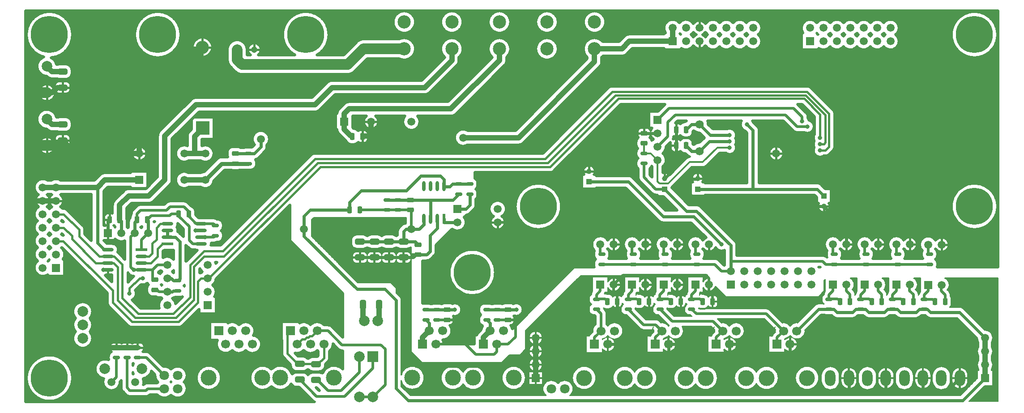
<source format=gbr>
%FSTAX42Y42*%
%MOMM*%
%SFA1B1*%

%IPPOS*%
%AMD11*
4,1,8,-0.650240,0.180340,-0.650240,-0.180340,-0.480060,-0.350520,0.480060,-0.350520,0.650240,-0.180340,0.650240,0.180340,0.480060,0.350520,-0.480060,0.350520,-0.650240,0.180340,0.0*
1,1,0.340000,-0.480060,0.180340*
1,1,0.340000,-0.480060,-0.180340*
1,1,0.340000,0.480060,-0.180340*
1,1,0.340000,0.480060,0.180340*
%
%AMD25*
4,1,8,-0.650240,0.220980,-0.650240,-0.220980,-0.419100,-0.449580,0.419100,-0.449580,0.650240,-0.220980,0.650240,0.220980,0.419100,0.449580,-0.419100,0.449580,-0.650240,0.220980,0.0*
1,1,0.460000,-0.419100,0.220980*
1,1,0.460000,-0.419100,-0.220980*
1,1,0.460000,0.419100,-0.220980*
1,1,0.460000,0.419100,0.220980*
%
%AMD26*
4,1,8,-0.220980,-0.650240,0.220980,-0.650240,0.449580,-0.419100,0.449580,0.419100,0.220980,0.650240,-0.220980,0.650240,-0.449580,0.419100,-0.449580,-0.419100,-0.220980,-0.650240,0.0*
1,1,0.460000,-0.220980,-0.419100*
1,1,0.460000,0.220980,-0.419100*
1,1,0.460000,0.220980,0.419100*
1,1,0.460000,-0.220980,0.419100*
%
%AMD27*
4,1,8,0.284480,0.899160,-0.284480,0.899160,-0.574040,0.609600,-0.574040,-0.609600,-0.284480,-0.899160,0.284480,-0.899160,0.574040,-0.609600,0.574040,0.609600,0.284480,0.899160,0.0*
1,1,0.580000,0.284480,0.609600*
1,1,0.580000,-0.284480,0.609600*
1,1,0.580000,-0.284480,-0.609600*
1,1,0.580000,0.284480,-0.609600*
%
%AMD65*
4,1,8,0.899160,-0.284480,0.899160,0.284480,0.609600,0.574040,-0.609600,0.574040,-0.899160,0.284480,-0.899160,-0.284480,-0.609600,-0.574040,0.609600,-0.574040,0.899160,-0.284480,0.0*
1,1,0.580000,0.609600,-0.284480*
1,1,0.580000,0.609600,0.284480*
1,1,0.580000,-0.609600,0.284480*
1,1,0.580000,-0.609600,-0.284480*
%
%ADD10C,0.499999*%
G04~CAMADD=11~8~0.0~0.0~275.6~511.8~66.9~0.0~15~0.0~0.0~0.0~0.0~0~0.0~0.0~0.0~0.0~0~0.0~0.0~0.0~90.0~512.0~276.0*
%ADD11D11*%
%ADD12O,0.599999X1.899996*%
%ADD13R,0.599999X1.899996*%
%ADD14O,2.199996X0.599999*%
%ADD15R,2.199996X0.599999*%
G04~CAMADD=25~8~0.0~0.0~354.3~511.8~90.6~0.0~15~0.0~0.0~0.0~0.0~0~0.0~0.0~0.0~0.0~0~0.0~0.0~0.0~90.0~512.0~354.0*
%ADD25D25*%
G04~CAMADD=26~8~0.0~0.0~354.3~511.8~90.6~0.0~15~0.0~0.0~0.0~0.0~0~0.0~0.0~0.0~0.0~0~0.0~0.0~0.0~180.0~354.0~512.0*
%ADD26D26*%
G04~CAMADD=27~8~0.0~0.0~452.8~708.7~114.2~0.0~15~0.0~0.0~0.0~0.0~0~0.0~0.0~0.0~0.0~0~0.0~0.0~0.0~0.0~452.8~708.7*
%ADD27D27*%
%ADD33C,0.299999*%
%ADD34C,0.599999*%
%ADD35C,0.999998*%
%ADD36C,1.999996*%
%ADD38C,0.799998*%
%ADD39C,0.399999*%
%ADD42C,6.999986*%
%ADD43C,1.569997*%
%ADD44C,1.999996*%
%ADD45R,2.499995X2.499995*%
%ADD46C,2.499995*%
%ADD47C,1.499997*%
%ADD48R,1.499997X1.499997*%
%ADD49R,1.499997X1.499997*%
%ADD50C,1.499997*%
%ADD51R,1.499997X1.499997*%
%ADD52R,1.499997X1.499997*%
%ADD53C,1.999996*%
%ADD54R,1.999996X1.999996*%
%ADD55C,1.799996*%
%ADD56C,0.999998*%
%ADD57R,0.999998X0.999998*%
%ADD58R,1.199998X1.199998*%
%ADD59C,1.199998*%
%ADD60O,1.999996X2.999994*%
%ADD61C,1.699997*%
%ADD62C,2.999994*%
%ADD63R,1.699997X1.699997*%
%ADD64C,0.799998*%
G04~CAMADD=65~8~0.0~0.0~452.8~708.7~114.2~0.0~15~0.0~0.0~0.0~0.0~0~0.0~0.0~0.0~0.0~0~0.0~0.0~0.0~270.0~708.0~452.0*
%ADD65D65*%
%ADD112C,0.127000*%
%LNpcb_monitoring_io-1*%
%LPD*%
G54D112*
X015881Y001642D02*
X015868Y001625D01*
X015859Y001603*
X015857Y001583*
X015842Y001572*
X015839Y001568*
X015835Y001569*
Y001585*
X015833Y001608*
X015823Y00163*
X015808Y001649*
X015783Y001675*
X0158Y001697*
X015815Y001732*
X015819Y001768*
X015815Y001805*
X0158Y00184*
X015777Y001869*
X015749Y001891*
X01575Y00189*
X015751Y001893*
X015881*
Y001642*
X015755Y001889D02*
Y001894D01*
X015765Y001882D02*
Y001894D01*
X015775Y001874D02*
Y001894D01*
X015786Y001676D02*
Y001678D01*
Y001864D02*
Y001894D01*
X015796Y001666D02*
Y001689D01*
Y001851D02*
Y001894D01*
X015806Y001656D02*
Y001709D01*
Y001831D02*
Y001894D01*
X015816Y001643D02*
Y00175D01*
Y00179D02*
Y001894D01*
X015826Y001628D02*
Y001894D01*
X015836Y001572D02*
Y001894D01*
X015847Y001579D02*
Y001894D01*
X015857Y001587D02*
Y001894D01*
X015867Y00163D02*
Y001894D01*
X015877Y00164D02*
Y001894D01*
X015281Y001642D02*
X015268Y001625D01*
X015259Y001603*
X015257Y001583*
X015242Y001572*
X015239Y001568*
X015235Y001569*
Y001585*
X015233Y001608*
X015223Y00163*
X015208Y001649*
X015183Y001675*
X0152Y001697*
X015215Y001732*
X015219Y001768*
X015215Y001805*
X0152Y00184*
X015177Y001869*
X015149Y001891*
X01515Y00189*
X015151Y001893*
X015281*
Y001642*
X015156Y001889D02*
Y001894D01*
X015166Y001882D02*
Y001894D01*
X015176Y001871D02*
Y001894D01*
X015186Y001676D02*
Y001678D01*
Y001861D02*
Y001894D01*
X015196Y001666D02*
Y001691D01*
Y001849D02*
Y001894D01*
X015206Y001656D02*
Y001714D01*
Y001826D02*
Y001894D01*
X015217Y00164D02*
Y00175D01*
Y00179D02*
Y001894D01*
X015227Y001623D02*
Y001894D01*
X015237Y001572D02*
Y001894D01*
X015247Y001579D02*
Y001894D01*
X015257Y001587D02*
Y001894D01*
X015267Y00163D02*
Y001894D01*
X015278Y001643D02*
Y001894D01*
X014681Y001866D02*
Y001642D01*
X014668Y001625*
X014659Y001603*
X014657Y001583*
X014642Y001572*
X014629Y001555*
X01462Y001534*
X014617Y001512*
Y001476*
X01462Y001455*
X014629Y001434*
X014642Y001417*
X014659Y001404*
X014659Y001404*
X014659Y001402*
X01455*
X014526Y001399*
X014502Y001389*
X014482Y001373*
X014153Y001045*
X014139Y001047*
X014101Y001042*
X014063Y001026*
X014032Y001002*
X014018Y000984*
X014008*
X013994Y001002*
X013963Y001026*
X013925Y001042*
X013887Y001047*
X013866Y001044*
X013628Y001282*
X013609Y001297*
X013587Y001306*
X013563Y001309*
X012282*
Y001323*
X012281Y001328*
X012285Y001331*
X012287Y001329*
X012309Y00132*
X012331Y001317*
X012378*
X0124Y00132*
X012422Y001329*
X01244Y001344*
X012455Y001362*
X012458Y001369*
X012464Y00137*
X012472Y001357*
X012495Y001343*
X012521Y001337*
X012531*
Y001449*
Y001562*
X012521*
X012495Y001556*
X012472Y001542*
X012464Y001529*
X012458Y00153*
X012455Y001537*
X01244Y001555*
X012422Y00157*
X0124Y001579*
X012378Y001582*
X012348*
X012332Y001588*
X012309Y001591*
X012297*
X012294Y001597*
X012302Y001607*
X012312Y00163*
Y001627*
X012364*
Y001717*
X012367Y001717*
X012371Y001707*
X01239Y001682*
X012415Y001663*
X012445Y00165*
X012463Y001648*
Y001762*
X01249*
Y001648*
X012508Y00165*
X012538Y001663*
X012563Y001682*
X012582Y001707*
X012595Y001737*
X012595Y001739*
X0126Y00174*
X012645Y001695*
X012797Y001543*
X014552*
X014656Y001647*
Y001799*
Y001847*
X014677Y001868*
X014681Y001866*
X014668Y001858D02*
Y001646D01*
X014657Y001631*
X014647Y001606*
X014645Y00159*
X014633Y001581*
X014618Y001561*
X014608Y001538*
X014604Y001513*
Y001475*
X014608Y001451*
X014618Y001428*
X014633Y001408*
X014645Y001399*
X014649Y001415*
X014549*
X014523Y001411*
X014496Y0014*
X014474Y001383*
X014149Y001059*
X014139Y00106*
X014097Y001054*
X014057Y001037*
X014023Y001011*
X014012Y000997*
X014014*
X014003Y001011*
X013969Y001037*
X013929Y001054*
X013887Y00106*
X01387Y001058*
X013636Y001292*
X013615Y001308*
X01359Y001318*
X013564Y001322*
X012295*
Y001325*
X012295Y001322*
X012284Y001315*
X012281Y001318*
X012306Y001308*
X01233Y001304*
X012379*
X012403Y001308*
X012428Y001318*
X012449Y001335*
X012466Y001355*
X012467Y001357*
X012458Y001356*
X012463Y001348*
X01249Y001331*
X01252Y001324*
X012544*
Y001449*
Y001575*
X01252*
X01249Y001568*
X012463Y001551*
X012458Y001543*
X012467Y001542*
X012466Y001543*
X012449Y001564*
X012428Y001581*
X012403Y001591*
X012379Y001595*
X01235*
X012335Y0016*
X01231Y001604*
X012305*
X012309Y001595*
X012313Y001601*
X012299Y001568*
Y001614*
X012377*
Y001706*
X012359Y001703*
X01236Y001701*
X012381Y001673*
X012409Y001652*
X012442Y001638*
X012476Y001634*
Y001749*
X012477*
Y001634*
X012511Y001638*
X012544Y001652*
X012572Y001673*
X012593Y001701*
X012607Y001733*
X012606Y001729*
X012596Y001726*
X012636Y001686*
X012792Y00153*
X014557*
X014669Y001642*
Y001799*
Y001842*
X01468Y001853*
X014668Y001858*
X014008Y00099D02*
X01402D01*
X014Y001D02*
X01403D01*
X013987Y00101D02*
X014041D01*
X013972Y001021D02*
X014056D01*
X013954Y001031D02*
X014074D01*
X013929Y001041D02*
X014099D01*
X01386Y001051D02*
X014157D01*
X01385Y001061D02*
X014168D01*
X01384Y001071D02*
X014178D01*
X01383Y001082D02*
X014188D01*
X01382Y001092D02*
X014198D01*
X013809Y001102D02*
X014208D01*
X013799Y001112D02*
X014218D01*
X013789Y001122D02*
X014229D01*
X013779Y001132D02*
X014239D01*
X013769Y001143D02*
X014249D01*
X013759Y001153D02*
X014259D01*
X013749Y001163D02*
X014269D01*
X013738Y001173D02*
X014279D01*
X013728Y001183D02*
X01429D01*
X013718Y001193D02*
X0143D01*
X013708Y001203D02*
X01431D01*
X013698Y001214D02*
X01432D01*
X013688Y001224D02*
X01433D01*
X013677Y001234D02*
X01434D01*
X013667Y001244D02*
X014351D01*
X013657Y001254D02*
X014361D01*
X013647Y001264D02*
X014371D01*
X013637Y001275D02*
X014381D01*
X013627Y001285D02*
X014391D01*
X013616Y001295D02*
X014401D01*
X013589Y001305D02*
X014411D01*
X012285Y001315D02*
X014422D01*
X012285Y001325D02*
X012293D01*
X012418D02*
X014432D01*
X012435Y001336D02*
X014442D01*
X012446Y001346D02*
X012489D01*
X012534D02*
X014452D01*
X012456Y001356D02*
X012468D01*
X012534D02*
X014462D01*
X012461Y001366D02*
X012463D01*
X012534D02*
X014472D01*
X012534Y001376D02*
X014485D01*
X012534Y001386D02*
X014498D01*
X012534Y001397D02*
X014518D01*
X012534Y001407D02*
X014655D01*
X012534Y001417D02*
X01464D01*
X012534Y001427D02*
X014635D01*
X012534Y001437D02*
X014627D01*
X012534Y001447D02*
X014622D01*
X012534Y001457D02*
X014617D01*
X012534Y001468D02*
X014617D01*
X012534Y001478D02*
X014615D01*
X012534Y001488D02*
X014615D01*
X012534Y001498D02*
X014615D01*
X012534Y001508D02*
X014615D01*
X012534Y001518D02*
X014617D01*
X012534Y001529D02*
X014617D01*
X012458Y001539D02*
X012468D01*
X012534D02*
X01462D01*
X012448Y001549D02*
X012481D01*
X012534D02*
X012791D01*
X014559D02*
X014625D01*
X012438Y001559D02*
X012506D01*
X012534D02*
X012781D01*
X014569D02*
X014632D01*
X012425Y001569D02*
X012771D01*
X014579D02*
X01464D01*
X012402Y001579D02*
X01276D01*
X014589D02*
X01465D01*
X012324Y00159D02*
X01275D01*
X014599D02*
X014655D01*
X012298Y0016D02*
X01274D01*
X01461D02*
X014658D01*
X012308Y00161D02*
X01273D01*
X01462D02*
X01466D01*
X012311Y00162D02*
X01272D01*
X01463D02*
X014665D01*
X012367Y00163D02*
X01271D01*
X01464D02*
X014671D01*
X012367Y00164D02*
X0127D01*
X01465D02*
X014681D01*
X012367Y001651D02*
X012443D01*
X012466D02*
X012489D01*
X012512D02*
X012689D01*
X014658D02*
X014681D01*
X012367Y001661D02*
X01242D01*
X012466D02*
X012489D01*
X012534D02*
X012679D01*
X014658D02*
X014681D01*
X012367Y001671D02*
X012402D01*
X012466D02*
X012489D01*
X012552D02*
X012669D01*
X014658D02*
X014681D01*
X012367Y001681D02*
X012387D01*
X012466D02*
X012489D01*
X012565D02*
X012659D01*
X014658D02*
X014681D01*
X012367Y001691D02*
X012382D01*
X012466D02*
X012489D01*
X012575D02*
X012649D01*
X014658D02*
X014681D01*
X012367Y001701D02*
X012374D01*
X012466D02*
X012489D01*
X012583D02*
X012639D01*
X014658D02*
X014681D01*
X012367Y001711D02*
D01*
X012466D02*
X012489D01*
X012588D02*
X012628D01*
X014658D02*
X014681D01*
X012466Y001722D02*
X012489D01*
X012593D02*
X012618D01*
X014658D02*
X014681D01*
X012466Y001732D02*
X012489D01*
X012598D02*
X012608D01*
X014658D02*
X014681D01*
X012466Y001742D02*
X012489D01*
X014658D02*
X014681D01*
X012466Y001752D02*
X012489D01*
X014658D02*
X014681D01*
X014658Y001762D02*
X014681D01*
X014658Y001772D02*
X014681D01*
X014658Y001783D02*
X014681D01*
X014658Y001793D02*
X014681D01*
X014658Y001803D02*
X014681D01*
X014658Y001813D02*
X014681D01*
X014658Y001823D02*
X014681D01*
X014658Y001833D02*
X014681D01*
X014658Y001844D02*
X014681D01*
X014665Y001854D02*
X014681D01*
X014676Y001864D02*
X014681D01*
X016482Y001893D02*
Y001638D01*
X01647Y001621*
X01646Y001598*
X016459Y001585*
X016442Y001572*
X016439Y001568*
X016435Y001569*
Y001585*
X016433Y001608*
X016423Y00163*
X016408Y001649*
X016383Y001675*
X0164Y001697*
X016415Y001732*
X016419Y001768*
X016415Y001805*
X0164Y00184*
X016377Y001869*
X016349Y001891*
X01635Y00189*
X016351Y001893*
X016476*
X016482Y001893*
X016357Y001889D02*
Y001894D01*
X016367Y001882D02*
Y001894D01*
X016377Y001871D02*
Y001894D01*
X016388Y001673D02*
Y001681D01*
Y001861D02*
Y001894D01*
X016398Y001663D02*
Y001691D01*
Y001849D02*
Y001894D01*
X016408Y001651D02*
Y001714D01*
Y001826D02*
Y001894D01*
X016418Y00164D02*
Y001894D01*
X016428Y001623D02*
Y001894D01*
X016438Y001572D02*
Y001894D01*
X016449Y001582D02*
Y001894D01*
X016459Y00159D02*
Y001894D01*
X016469Y001625D02*
Y001894D01*
X016479Y001638D02*
Y001894D01*
X006753Y002926D02*
X006745Y002919D01*
X006742Y002916*
X006743*
X006719Y002913*
X006695Y002903*
X006675Y002887*
X006631Y002843*
X006615Y002823*
X006605Y002799*
X006602Y002775*
Y002699*
X00659Y002694*
X00657Y002679*
X00657Y002679*
X006554*
X006554Y002679*
X006534Y002694*
X00651Y002704*
X006486Y002707*
X006363*
X006339Y002704*
X006315Y002694*
X006295Y002679*
X006295Y002679*
X006279*
X006279Y002679*
X006259Y002694*
X006235Y002704*
X006211Y002707*
X006088*
X006064Y002704*
X00604Y002694*
X00602Y002679*
X00602Y002679*
X006004*
X006004Y002679*
X005984Y002694*
X00596Y002704*
X005936Y002707*
X005813*
X005789Y002704*
X005765Y002694*
X005745Y002679*
X00573Y002659*
X00572Y002635*
X005717Y002611*
Y002553*
X00572Y002529*
X00573Y002505*
X005745Y002485*
X005765Y00247*
X005789Y00246*
X005813Y002457*
X005936*
X00596Y00246*
X005984Y00247*
X006004Y002485*
X006004Y002485*
X00602*
X00602Y002485*
X00604Y00247*
X006064Y00246*
X006088Y002457*
X006211*
X006235Y00246*
X006259Y00247*
X006279Y002485*
X006279Y002485*
X006295*
X006295Y002485*
X006315Y00247*
X006339Y00246*
X006363Y002457*
X006486*
X00651Y00246*
X006534Y00247*
X006554Y002485*
X006554Y002485*
X00657*
X00657Y002485*
X00659Y00247*
X006614Y00246*
X006638Y002457*
X006761*
X006785Y00246*
X006809Y00247*
X006829Y002485*
X006829Y002485*
X006843*
Y002351*
X006968*
Y002323*
X006843*
Y000497*
X006995Y000345*
X007047Y000293*
X008552*
X008702Y000443*
X008902*
X009006Y000547*
Y000849*
Y000897*
X009954Y001845*
X010052Y001943*
X012397*
X012448Y001892*
X012447Y001887*
X012445Y001887*
X012415Y001874*
X01239Y001855*
X012371Y00183*
X012367Y00182*
X012364Y00182*
Y00191*
X012081*
Y001642*
X012068Y001625*
X012059Y001603*
X012057Y001583*
X012042Y001572*
X012029Y001555*
X012024Y001541*
X012018Y00154*
X012017Y001542*
X011994Y001556*
X011968Y001562*
X011958*
Y001449*
Y001337*
X011968*
X011994Y001343*
X012017Y001357*
X012031Y00138*
X012037Y001406*
Y001417*
X012041Y001419*
X012042Y001417*
X012059Y001404*
X012063Y001402*
Y001397*
X012059Y001395*
X012042Y001382*
X012029Y001365*
X01202Y001344*
X012017Y001323*
Y001287*
X01202Y001265*
X012029Y001244*
X012042Y001227*
X012059Y001214*
X01208Y001205*
X012102Y001202*
X012121*
X012153Y00117*
X012151Y001167*
X011818*
X011682Y001303*
Y001323*
X011681Y001328*
X011685Y001331*
X011687Y001329*
X011709Y00132*
X011731Y001317*
X011778*
X0118Y00132*
X011822Y001329*
X01184Y001344*
X011855Y001362*
X011858Y001369*
X011864Y00137*
X011872Y001357*
X011895Y001343*
X011921Y001337*
X011931*
Y001449*
Y001562*
X011921*
X011895Y001556*
X011872Y001542*
X011864Y001529*
X011858Y00153*
X011855Y001537*
X01184Y001555*
X011822Y00157*
X0118Y001579*
X011778Y001582*
X011748*
X011732Y001588*
X011709Y001591*
X011697*
X011694Y001597*
X011702Y001607*
X011712Y00163*
Y001627*
X011764*
Y001717*
X011767Y001717*
X011771Y001707*
X01179Y001682*
X011815Y001663*
X011845Y00165*
X011863Y001648*
Y001768*
Y001889*
X011845Y001887*
X011815Y001874*
X01179Y001855*
X011771Y00183*
X011767Y00182*
X011764Y00182*
Y00191*
X011481*
Y001642*
X011468Y001625*
X011459Y001603*
X011457Y001583*
X011442Y001572*
X011429Y001555*
X011424Y001541*
X011418Y00154*
X011417Y001542*
X011394Y001556*
X011368Y001562*
X011358*
Y001449*
Y001337*
X011368*
X011394Y001343*
X011417Y001357*
X011431Y00138*
X011437Y001406*
Y001417*
X011441Y001419*
X011442Y001417*
X011459Y001404*
X011463Y001402*
Y001397*
X011459Y001395*
X011442Y001382*
X011429Y001365*
X01142Y001344*
X011417Y001323*
Y001287*
X01142Y001265*
X011429Y001244*
X011442Y001227*
X011459Y001214*
X01148Y001205*
X011502Y001202*
X011521*
X011714Y001009*
X011723Y001003*
X011724Y000991*
X011718Y000984*
X011708*
X011694Y001002*
X011663Y001026*
X011625Y001042*
X011585Y001047*
X011566Y001044*
X011536Y001075*
X011517Y001089*
X011494Y001099*
X011471Y001102*
X011283*
X011082Y001303*
Y001323*
X011081Y001328*
X011085Y001331*
X011087Y001329*
X011109Y00132*
X011131Y001317*
X011178*
X0112Y00132*
X011222Y001329*
X01124Y001344*
X011255Y001362*
X011258Y001369*
X011264Y00137*
X011272Y001357*
X011295Y001343*
X011321Y001337*
X011331*
Y001449*
Y001562*
X011321*
X011295Y001556*
X011272Y001542*
X011264Y001529*
X011258Y00153*
X011255Y001537*
X01124Y001555*
X011222Y00157*
X0112Y001579*
X011178Y001582*
X011148*
X011132Y001588*
X011109Y001591*
X011097*
X011094Y001597*
X011102Y001607*
X011112Y00163*
Y001627*
X011164*
Y001717*
X011167Y001717*
X011171Y001707*
X01119Y001682*
X011215Y001663*
X011245Y00165*
X011263Y001648*
Y001768*
Y001889*
X011245Y001887*
X011215Y001874*
X01119Y001855*
X011171Y00183*
X011167Y00182*
X011164Y00182*
Y00191*
X010881*
Y001642*
X010868Y001625*
X010859Y001603*
X010857Y001583*
X010842Y001572*
X010829Y001555*
X010824Y001541*
X010818Y00154*
X010817Y001542*
X010794Y001556*
X010768Y001562*
X010758*
Y001449*
Y001337*
X010768*
X010794Y001343*
X010817Y001357*
X010831Y00138*
X010837Y001406*
Y001417*
X010841Y001419*
X010842Y001417*
X010859Y001404*
X010863Y001402*
Y001397*
X010859Y001395*
X010842Y001382*
X010829Y001365*
X01082Y001344*
X010817Y001323*
Y001287*
X01082Y001265*
X010829Y001244*
X010842Y001227*
X010859Y001214*
X01088Y001205*
X010902Y001202*
X010921*
X011179Y000944*
X011198Y00093*
X011221Y00092*
X011244Y000917*
X011431*
X011436Y000912*
X011433Y000894*
X011436Y000874*
X011394Y000832*
X011379Y000813*
X01137Y000791*
X011371Y000792*
X011307*
Y000488*
X01161*
Y000552*
X011614Y000554*
X011619Y000546*
X011646Y000525*
X011679Y000512*
X011699Y000509*
Y00064*
Y000771*
X011679Y000768*
X011646Y000755*
X011619Y000734*
X011614Y000726*
X01161Y000728*
Y000745*
X011625Y000746*
X011663Y000762*
X011694Y000786*
X011708Y000804*
X011718*
X011732Y000786*
X011763Y000762*
X011801Y000746*
X011839Y000741*
X011879Y000746*
X011917Y000762*
X011948Y000786*
X011972Y000817*
X011988Y000855*
X011993Y000893*
X011988Y000933*
X011972Y000971*
X011966Y000978*
X011968Y000982*
X012517*
X012586Y000914*
X012583Y000893*
X012586Y000874*
X012544Y000832*
X012529Y000813*
X01252Y000791*
X012521Y000792*
X012457*
Y000488*
X01276*
Y000552*
X012764Y000554*
X012769Y000546*
X012796Y000525*
X012829Y000512*
X012849Y000509*
Y00064*
Y000771*
X012829Y000768*
X012796Y000755*
X012769Y000734*
X012764Y000726*
X01276Y000728*
Y000745*
X012775Y000746*
X012813Y000762*
X012844Y000786*
X012858Y000804*
X012868*
X012882Y000786*
X012913Y000762*
X012951Y000746*
X012989Y000741*
X013029Y000746*
X013067Y000762*
X013098Y000786*
X013122Y000817*
X013138Y000855*
X013143Y000893*
X013138Y000933*
X013122Y000971*
X013098Y001002*
X013067Y001026*
X013029Y001042*
X012989Y001047*
X012951Y001042*
X012913Y001026*
X012882Y001002*
X012868Y000984*
X012858*
X012844Y001002*
X012813Y001026*
X012775Y001042*
X012735Y001047*
X012716Y001044*
X012639Y001121*
X012641Y001125*
X013525*
X013736Y000914*
X013733Y000893*
X013736Y000874*
X013694Y000832*
X013679Y000813*
X01367Y000791*
X013671Y000792*
X013608*
Y000488*
X01391*
Y000552*
X013914Y000554*
X013919Y000546*
X013946Y000525*
X013979Y000512*
X013999Y000509*
Y00064*
Y000771*
X013979Y000768*
X013946Y000755*
X013919Y000734*
X013914Y000726*
X01391Y000728*
Y000745*
X013925Y000746*
X013963Y000762*
X013994Y000786*
X014008Y000804*
X014018*
X014032Y000786*
X014063Y000762*
X014101Y000746*
X014139Y000741*
X014179Y000746*
X014217Y000762*
X014248Y000786*
X014272Y000817*
X014288Y000855*
X014293Y000893*
X014291Y000907*
X014591Y001207*
X014675*
X01468Y001205*
X014702Y001202*
X014798*
X014801Y001203*
X014831Y001173*
X014851Y001158*
X014875Y001148*
X014899Y001145*
X015193*
X015217Y001148*
X015241Y001158*
X015261Y001173*
X015291Y001204*
X015302Y001202*
X015398*
X015401Y001203*
X015431Y001173*
X015451Y001158*
X015475Y001148*
X015499Y001145*
X015793*
X015817Y001148*
X015841Y001158*
X015861Y001173*
X015891Y001204*
X015902Y001202*
X015998*
X016001Y001203*
X016031Y001173*
X016051Y001158*
X016075Y001148*
X016099Y001145*
X016393*
X016417Y001148*
X016441Y001158*
X016461Y001173*
X016491Y001204*
X016502Y001202*
X016572*
X016601Y001173*
X016621Y001158*
X016645Y001148*
X016669Y001145*
X017179*
X017558Y000766*
X017557Y000762*
X017561Y000725*
X017576Y00069*
X017582Y000682*
Y000587*
X017576Y000579*
X017561Y000544*
X017557Y000507*
X017561Y000471*
X017576Y000436*
X017582Y000428*
Y000333*
X017576Y000325*
X017561Y00029*
X017557Y000253*
X017561Y000217*
X017576Y000182*
X017582Y000174*
Y000141*
X017558*
Y-000004*
X017234Y-000327*
X009847*
X009846Y-000324*
X009858Y-000313*
X009878Y-000289*
X009892Y-000262*
X009901Y-000233*
X009904Y-000203*
X009901Y-000171*
X009892Y-000142*
X009878Y-000115*
X009858Y-000091*
X009834Y-000071*
X009807Y-000057*
X009778Y-000048*
X009746Y-000045*
X009716Y-000048*
X009687Y-000057*
X00966Y-000071*
X009636Y-000091*
X009625Y-000104*
X009615*
X009604Y-000091*
X00958Y-000071*
X009553Y-000057*
X009524Y-000048*
X009492Y-000045*
X009462Y-000048*
X009433Y-000057*
X009406Y-000071*
X009382Y-000091*
X009362Y-000115*
X009348Y-000142*
X009339Y-000171*
X009336Y-000203*
X009339Y-000233*
X009348Y-000262*
X009362Y-000289*
X009382Y-000313*
X009394Y-000324*
X009393Y-000327*
X006825*
X006654Y-000157*
Y-000046*
X006656Y-000046*
X006666Y-000077*
X006686Y-000115*
X006713Y-000148*
X006746Y-000175*
X006783Y-000194*
X006824Y-000207*
X006866Y-000212*
X006909Y-000207*
X00695Y-000194*
X006987Y-000175*
X00702Y-000148*
X007047Y-000115*
X007067Y-000077*
X00708Y-000037*
X007084Y000006*
X00708Y000048*
X007067Y000088*
X007047Y000126*
X00702Y000159*
X006987Y000186*
X00695Y000205*
X006909Y000218*
X006866Y000223*
X006824Y000218*
X006783Y000205*
X006746Y000186*
X006713Y000159*
X006686Y000126*
X006666Y000088*
X006656Y000057*
X006654Y000057*
Y001475*
X006651Y001499*
X006641Y001523*
X006626Y001543*
X006556Y001613*
Y001702*
X006452Y001806*
X00583*
X004956Y00268*
Y002817*
Y002818*
Y002819*
Y002949*
Y002997*
X005002Y003043*
X006753*
Y002926*
X00674Y002932D02*
X006737Y002929D01*
X006711Y002903*
X006548*
X006716Y002925*
X006689Y002914*
X006667Y002897*
X006621Y002851*
X006604Y002829*
X006593Y002802*
X006589Y002776*
Y002707*
X006584Y002705*
X006566Y002692*
X006558*
X00654Y002705*
X006513Y002716*
X006487Y00272*
X006362*
X006336Y002716*
X006309Y002705*
X006291Y002692*
X006283*
X006265Y002705*
X006238Y002716*
X006212Y00272*
X006087*
X006061Y002716*
X006034Y002705*
X006016Y002692*
X006008*
X00599Y002705*
X005963Y002716*
X005937Y00272*
X005812*
X005786Y002716*
X005759Y002705*
X005736Y002688*
X005719Y002665*
X005708Y002638*
X005704Y002612*
Y002552*
X005708Y002526*
X005719Y002499*
X005736Y002476*
X005759Y002459*
X005786Y002448*
X005812Y002444*
X005937*
X005963Y002448*
X00599Y002459*
X006008Y002472*
X006016*
X006034Y002459*
X006061Y002448*
X006087Y002444*
X006212*
X006238Y002448*
X006265Y002459*
X006283Y002472*
X006291*
X006309Y002459*
X006336Y002448*
X006362Y002444*
X006487*
X006513Y002448*
X00654Y002459*
X006558Y002472*
X006566*
X006584Y002459*
X006611Y002448*
X006637Y002444*
X006762*
X006788Y002448*
X006815Y002459*
X006833Y002472*
X00683*
Y002338*
X006955*
Y002336*
X00683*
Y000492*
X006986Y000336*
X007042Y00028*
X008557*
X008707Y00043*
X008907*
X009019Y000542*
Y000849*
Y000892*
X009963Y001836*
X010057Y00193*
X012392*
X012434Y001888*
X012437Y001898*
X012441Y001899*
X012409Y001885*
X012381Y001864*
X01236Y001836*
X012359Y001834*
X012377Y001831*
Y001923*
X012068*
Y001646*
X012057Y001631*
X012047Y001606*
X012045Y00159*
X012033Y001581*
X012018Y001561*
X012015Y001553*
X012023Y001554*
X012025Y001551*
X011999Y001568*
X011969Y001575*
X011945*
Y001449*
Y001324*
X011969*
X011999Y001331*
X012026Y001348*
X012043Y001375*
X01205Y001405*
Y001408*
X012035Y001403*
X012032Y001408*
X012053Y001393*
X01205Y001394*
Y001405*
X012053Y001406*
X012033Y001391*
X012018Y001371*
X012008Y001348*
X012004Y001324*
Y001286*
X012008Y001261*
X012018Y001238*
X012033Y001218*
X012053Y001203*
X012076Y001193*
X012101Y001189*
X012116*
X012138Y001167*
X012143Y00118*
X011823*
X011695Y001308*
Y001325*
X011695Y001322*
X011684Y001315*
X011681Y001318*
X011706Y001308*
X01173Y001304*
X011779*
X011803Y001308*
X011828Y001318*
X011849Y001335*
X011866Y001355*
X011867Y001357*
X011858Y001356*
X011863Y001348*
X01189Y001331*
X01192Y001324*
X011944*
Y001449*
Y001575*
X01192*
X01189Y001568*
X011863Y001551*
X011858Y001543*
X011867Y001542*
X011866Y001543*
X011849Y001564*
X011828Y001581*
X011803Y001591*
X011779Y001595*
X01175*
X011735Y0016*
X01171Y001604*
X011705*
X011709Y001595*
X011713Y001601*
X011699Y001568*
Y001614*
X011777*
Y001706*
X011759Y001703*
X01176Y001701*
X011781Y001673*
X011809Y001652*
X011842Y001638*
X011876Y001634*
Y001768*
Y001903*
X011842Y001899*
X011809Y001885*
X011781Y001864*
X01176Y001836*
X011759Y001834*
X011777Y001831*
Y001923*
X011468*
Y001646*
X011457Y001631*
X011447Y001606*
X011445Y00159*
X011433Y001581*
X011418Y001561*
X011415Y001553*
X011423Y001554*
X011425Y001551*
X011399Y001568*
X011369Y001575*
X011345*
Y001449*
Y001324*
X011369*
X011399Y001331*
X011426Y001348*
X011443Y001375*
X01145Y001405*
Y001408*
X011435Y001403*
X011432Y001408*
X011453Y001393*
X01145Y001394*
Y001405*
X011453Y001406*
X011433Y001391*
X011418Y001371*
X011408Y001348*
X011404Y001324*
Y001286*
X011408Y001261*
X011418Y001238*
X011433Y001218*
X011453Y001203*
X011476Y001193*
X011501Y001189*
X011516*
X011706Y000999*
X011711Y000996*
X011711Y000995*
X011712Y000997*
X011714*
X011703Y001011*
X011669Y001037*
X011628Y001054*
X011585Y00106*
X01157Y001058*
X011544Y001085*
X011523Y0011*
X011498Y001111*
X011472Y001115*
X011288*
X011095Y001308*
Y001325*
X011095Y001322*
X011084Y001315*
X011081Y001318*
X011106Y001308*
X01113Y001304*
X011179*
X011203Y001308*
X011228Y001318*
X011249Y001335*
X011266Y001355*
X011267Y001357*
X011258Y001356*
X011263Y001348*
X01129Y001331*
X01132Y001324*
X011344*
Y001449*
Y001575*
X01132*
X01129Y001568*
X011263Y001551*
X011258Y001543*
X011267Y001542*
X011266Y001543*
X011249Y001564*
X011228Y001581*
X011203Y001591*
X011179Y001595*
X01115*
X011135Y0016*
X01111Y001604*
X011105*
X011109Y001595*
X011113Y001601*
X011099Y001568*
Y001614*
X011177*
Y001706*
X011159Y001703*
X01116Y001701*
X011181Y001673*
X011209Y001652*
X011242Y001638*
X011276Y001634*
Y001768*
Y001903*
X011242Y001899*
X011209Y001885*
X011181Y001864*
X01116Y001836*
X011159Y001834*
X011177Y001831*
Y001923*
X010868*
Y001646*
X010857Y001631*
X010847Y001606*
X010845Y00159*
X010833Y001581*
X010818Y001561*
X010815Y001553*
X010823Y001554*
X010825Y001551*
X010799Y001568*
X010769Y001575*
X010745*
Y001449*
Y001324*
X010769*
X010799Y001331*
X010826Y001348*
X010843Y001375*
X01085Y001405*
Y001408*
X010835Y001403*
X010832Y001408*
X010853Y001393*
X01085Y001394*
Y001405*
X010853Y001406*
X010833Y001391*
X010818Y001371*
X010808Y001348*
X010804Y001324*
Y001286*
X010808Y001261*
X010818Y001238*
X010833Y001218*
X010853Y001203*
X010876Y001193*
X010901Y001189*
X010916*
X011171Y000934*
X011192Y000919*
X011217Y000908*
X011243Y000904*
X011426*
X011422Y000908*
X01142Y000894*
X011422Y000878*
X011384Y00084*
X011368Y000819*
X01143Y000974*
X011387Y000805*
X011294*
Y000475*
X011623*
Y000543*
X011609Y000538*
X011609Y000537*
X01164Y000514*
X011675Y0005*
X011712Y000494*
Y00064*
Y000786*
X011675Y00078*
X01164Y000766*
X011609Y000743*
X011609Y000742*
X011623Y000737*
Y000733*
X011628Y000734*
X011669Y000751*
X011703Y000777*
X011714Y000791*
X011712*
X011723Y000777*
X011757Y000751*
X011797Y000734*
X011839Y000728*
X011882Y000734*
X011923Y000751*
X011957Y000777*
X011983Y000811*
X012Y000851*
X012006Y000893*
X012Y000936*
X011983Y000977*
X011981Y00098*
X011976Y000969*
X012512*
X012572Y00091*
X01257Y000893*
X012572Y000878*
X012534Y00084*
X012518Y000819*
X01258Y000974*
X012537Y000805*
X012444*
Y000475*
X012773*
Y000543*
X012759Y000538*
X012759Y000537*
X01279Y000514*
X012825Y0005*
X012862Y000494*
Y00064*
Y000786*
X012825Y00078*
X01279Y000766*
X012759Y000743*
X012759Y000742*
X012773Y000737*
Y000733*
X012778Y000734*
X012819Y000751*
X012853Y000777*
X012864Y000791*
X012862*
X012873Y000777*
X012907Y000751*
X012947Y000734*
X012989Y000728*
X013032Y000734*
X013073Y000751*
X013107Y000777*
X013133Y000811*
X01315Y000851*
X013156Y000893*
X01315Y000936*
X013133Y000977*
X013107Y001011*
X013073Y001037*
X013032Y001054*
X012989Y00106*
X012947Y001054*
X012907Y001037*
X012873Y001011*
X012862Y000997*
X012864*
X012853Y001011*
X012819Y001037*
X012778Y001054*
X012735Y00106*
X01272Y001058*
X012654Y001124*
X012649Y001112*
X01352*
X013722Y00091*
X01372Y000893*
X013722Y000878*
X013684Y00084*
X013668Y000819*
X01373Y000974*
X013687Y000805*
X013595*
Y000475*
X013923*
Y000543*
X013909Y000538*
X013909Y000537*
X01394Y000514*
X013975Y0005*
X014012Y000494*
Y00064*
Y000786*
X013975Y00078*
X01394Y000766*
X013909Y000743*
X013909Y000742*
X013923Y000737*
Y000733*
X013928Y000734*
X013969Y000751*
X014003Y000777*
X014014Y000791*
X014012*
X014023Y000777*
X014057Y000751*
X014097Y000734*
X014139Y000728*
X014182Y000734*
X014223Y000751*
X014257Y000777*
X014283Y000811*
X0143Y000851*
X014306Y000893*
X014305Y000903*
X014596Y001194*
X014673*
X014677Y001193*
X014701Y001189*
X014799*
X014797Y001189*
X014823Y001163*
X014845Y001147*
X014872Y001136*
X014898Y001132*
X015194*
X01522Y001136*
X015247Y001147*
X015269Y001163*
X015295Y00119*
X015301Y001189*
X015399*
X015397Y001189*
X015423Y001163*
X015445Y001147*
X015472Y001136*
X015498Y001132*
X015794*
X01582Y001136*
X015847Y001147*
X015869Y001163*
X015895Y00119*
X015901Y001189*
X015999*
X015997Y001189*
X016023Y001163*
X016045Y001147*
X016072Y001136*
X016098Y001132*
X016394*
X01642Y001136*
X016447Y001147*
X016469Y001163*
X016495Y00119*
X016501Y001189*
X016567*
X016593Y001163*
X016615Y001147*
X016642Y001136*
X016668Y001132*
X017174*
X017544Y000762*
Y000762*
X017549Y000722*
X017565Y000684*
X017569Y000678*
Y000591*
X017565Y000585*
X017549Y000547*
X017544Y000507*
X017549Y000468*
X017565Y00043*
X017569Y000424*
Y000337*
X017565Y000331*
X017549Y000293*
X017544Y000253*
X017549Y000214*
X017565Y000176*
X017569Y00017*
Y000154*
X017545*
Y0*
X017229Y-000314*
X009856*
X009861Y-000328*
X009867Y-000322*
X009888Y-000296*
X009904Y-000267*
X009913Y-000235*
X009917Y-000203*
X009913Y-000169*
X009904Y-000137*
X009888Y-000108*
X009867Y-000082*
X009841Y-000061*
X009812Y-000045*
X00978Y-000036*
X009746Y-000032*
X009714Y-000036*
X009682Y-000045*
X009653Y-000061*
X009627Y-000082*
X009619Y-000091*
X009621*
X009613Y-000082*
X009587Y-000061*
X009558Y-000045*
X009526Y-000036*
X009492Y-000032*
X00946Y-000036*
X009428Y-000045*
X009399Y-000061*
X009373Y-000082*
X009352Y-000108*
X009336Y-000137*
X009327Y-000169*
X009323Y-000203*
X009327Y-000235*
X009336Y-000267*
X009352Y-000296*
X009373Y-000322*
X009379Y-000328*
X009384Y-000314*
X00683*
X006667Y-000152*
Y-000057*
X006647Y-00006*
X006654Y-000082*
X006676Y-000122*
X006704Y-000157*
X006739Y-000185*
X006778Y-000206*
X006822Y-000219*
X006866Y-000225*
X006911Y-000219*
X006955Y-000206*
X006994Y-000185*
X007029Y-000157*
X007057Y-000122*
X007079Y-000082*
X007092Y-000039*
X007097Y000006*
X007092Y00005*
X007079Y000093*
X007057Y000133*
X007029Y000168*
X006994Y000196*
X006955Y000217*
X006911Y00023*
X006866Y000236*
X006822Y00023*
X006778Y000217*
X006739Y000196*
X006704Y000168*
X006676Y000133*
X006654Y000093*
X006647Y000071*
X006667Y000068*
Y001476*
X006663Y001502*
X006652Y001529*
X006636Y001551*
X006569Y001618*
Y001707*
X006457Y001819*
X005835*
X004969Y002685*
Y002817*
Y002818*
Y002819*
Y002949*
Y002992*
X005007Y00303*
X00674*
Y002932*
X006822Y-000322D02*
X00939D01*
X009852D02*
X017238D01*
X006812Y-000312D02*
X00938D01*
X00986D02*
X017249D01*
X006802Y-000302D02*
X009372D01*
X00987D02*
X017259D01*
X006791Y-000292D02*
X009362D01*
X00988D02*
X017269D01*
X006781Y-000281D02*
X009357D01*
X009885D02*
X017279D01*
X006771Y-000271D02*
X009352D01*
X00989D02*
X017289D01*
X006761Y-000261D02*
X009344D01*
X009895D02*
X017299D01*
X006751Y-000251D02*
X009342D01*
X0099D02*
X01731D01*
X006741Y-000241D02*
X009339D01*
X009903D02*
X01732D01*
X006731Y-000231D02*
X009337D01*
X009906D02*
X01733D01*
X00672Y-00022D02*
X009337D01*
X009906D02*
X01734D01*
X00671Y-00021D02*
X006845D01*
X006891D02*
X009337D01*
X009906D02*
X01735D01*
X0067Y-0002D02*
X006799D01*
X006936D02*
X009337D01*
X009906D02*
X01736D01*
X00669Y-00019D02*
X006774D01*
X006962D02*
X009337D01*
X009906D02*
X017371D01*
X00668Y-00018D02*
X006753D01*
X006982D02*
X009337D01*
X009906D02*
X017381D01*
X00667Y-00017D02*
X006738D01*
X006997D02*
X009339D01*
X009903D02*
X017391D01*
X006659Y-00016D02*
X006725D01*
X00701D02*
X009342D01*
X0099D02*
X017401D01*
X006657Y-000149D02*
X006715D01*
X00702D02*
X009344D01*
X009898D02*
X017411D01*
X006657Y-000139D02*
X006705D01*
X00703D02*
X009347D01*
X009895D02*
X017421D01*
X006657Y-000129D02*
X006697D01*
X007038D02*
X009352D01*
X00989D02*
X017432D01*
X006657Y-000119D02*
X00669D01*
X007048D02*
X009357D01*
X009885D02*
X017442D01*
X006657Y-000109D02*
X006682D01*
X007056D02*
X009364D01*
X009878D02*
X017452D01*
X006657Y-000099D02*
X006677D01*
X007061D02*
X009375D01*
X009613D02*
X009629D01*
X009867D02*
X017462D01*
X006657Y-000088D02*
X00667D01*
X007066D02*
X009385D01*
X009603D02*
X009639D01*
X009857D02*
X017472D01*
X006657Y-000078D02*
X006664D01*
X007071D02*
X009395D01*
X009593D02*
X009649D01*
X009847D02*
X017482D01*
X006657Y-000068D02*
X006662D01*
X007073D02*
X009408D01*
X00958D02*
X009662D01*
X009834D02*
X017492D01*
X006657Y-000058D02*
X006659D01*
X007078D02*
X009428D01*
X00956D02*
X009682D01*
X009814D02*
X017503D01*
X006657Y-000048D02*
D01*
X007081D02*
X009461D01*
X009527D02*
X009715D01*
X009781D02*
X017513D01*
X007084Y-000038D02*
X017523D01*
X007086Y-000027D02*
X017533D01*
X007086Y-000017D02*
X017543D01*
X007086Y-000007D02*
X017553D01*
X007086Y000002D02*
X017556D01*
X007086Y000012D02*
X017556D01*
X007086Y000022D02*
X017556D01*
X007086Y000033D02*
X017556D01*
X007086Y000043D02*
X017556D01*
X007084Y000053D02*
X017556D01*
X006657Y000063D02*
D01*
X007081D02*
X017556D01*
X006657Y000073D02*
X006659D01*
X007076D02*
X017556D01*
X006657Y000083D02*
X006662D01*
X007073D02*
X017556D01*
X006657Y000093D02*
X006667D01*
X007068D02*
X017556D01*
X006657Y000104D02*
X006672D01*
X007063D02*
X017556D01*
X006657Y000114D02*
X006677D01*
X007058D02*
X017556D01*
X006657Y000124D02*
X006685D01*
X007053D02*
X017556D01*
X006657Y000134D02*
X006692D01*
X007045D02*
X017556D01*
X006657Y000144D02*
X0067D01*
X007038D02*
X017581D01*
X006657Y000154D02*
X006708D01*
X007028D02*
X017581D01*
X006657Y000165D02*
X006718D01*
X007018D02*
X017581D01*
X006657Y000175D02*
X006731D01*
X007005D02*
X017581D01*
X006657Y000185D02*
X006743D01*
X00699D02*
X017574D01*
X006657Y000195D02*
X006764D01*
X006972D02*
X017569D01*
X006657Y000205D02*
X006781D01*
X006951D02*
X017566D01*
X006657Y000215D02*
X006814D01*
X006921D02*
X017561D01*
X006657Y000226D02*
X017559D01*
X006657Y000236D02*
X017556D01*
X006657Y000246D02*
X017556D01*
X006657Y000256D02*
X017556D01*
X006657Y000266D02*
X017556D01*
X006657Y000276D02*
X017559D01*
X006657Y000287D02*
X017559D01*
X006657Y000297D02*
X007043D01*
X008557D02*
X017564D01*
X006657Y000307D02*
X007033D01*
X008567D02*
X017566D01*
X006657Y000317D02*
X007023D01*
X008577D02*
X017571D01*
X006657Y000327D02*
X007012D01*
X008587D02*
X017576D01*
X006657Y000337D02*
X007002D01*
X008597D02*
X017581D01*
X006657Y000347D02*
X00699D01*
X008608D02*
X017581D01*
X006657Y000358D02*
X006979D01*
X008618D02*
X017581D01*
X006657Y000368D02*
X006969D01*
X008628D02*
X017581D01*
X006657Y000378D02*
X006959D01*
X008638D02*
X017581D01*
X006657Y000388D02*
X006949D01*
X008648D02*
X017581D01*
X006657Y000398D02*
X006939D01*
X008658D02*
X017581D01*
X006657Y000408D02*
X006929D01*
X008669D02*
X017581D01*
X006657Y000419D02*
X006918D01*
X008679D02*
X017581D01*
X006657Y000429D02*
X006908D01*
X008689D02*
X017581D01*
X006657Y000439D02*
X006898D01*
X008699D02*
X017574D01*
X006657Y000449D02*
X006888D01*
X008912D02*
X017569D01*
X006657Y000459D02*
X006878D01*
X008923D02*
X017566D01*
X006657Y000469D02*
X006868D01*
X008933D02*
X017561D01*
X006657Y00048D02*
X006858D01*
X008943D02*
X017559D01*
X006657Y00049D02*
X006847D01*
X008953D02*
X011305D01*
X011612D02*
X012456D01*
X012763D02*
X013606D01*
X013914D02*
X017556D01*
X006657Y0005D02*
X00684D01*
X008963D02*
X011305D01*
X011612D02*
X012456D01*
X012763D02*
X013606D01*
X013914D02*
X017556D01*
X006657Y00051D02*
X00684D01*
X008973D02*
X011305D01*
X011612D02*
X012456D01*
X012763D02*
X013606D01*
X013914D02*
X017556D01*
X006657Y00052D02*
X00684D01*
X008983D02*
X011305D01*
X011612D02*
X011658D01*
X011701D02*
X012456D01*
X012763D02*
X012809D01*
X012852D02*
X013606D01*
X013914D02*
X013959D01*
X014003D02*
X017556D01*
X006657Y00053D02*
X00684D01*
X008994D02*
X011305D01*
X011612D02*
X011638D01*
X011701D02*
X012456D01*
X012763D02*
X012788D01*
X012852D02*
X013606D01*
X013914D02*
X013939D01*
X014003D02*
X017559D01*
X006657Y000541D02*
X00684D01*
X009004D02*
X011305D01*
X011612D02*
X011625D01*
X011701D02*
X012456D01*
X012763D02*
X012773D01*
X012852D02*
X013606D01*
X013914D02*
X013924D01*
X014003D02*
X017559D01*
X006657Y000551D02*
X00684D01*
X009009D02*
X011305D01*
X011612D02*
X011615D01*
X011701D02*
X012456D01*
X012763D02*
D01*
X012852D02*
X013606D01*
X013914D02*
D01*
X014003D02*
X017564D01*
X006657Y000561D02*
X00684D01*
X009009D02*
X011305D01*
X011701D02*
X012456D01*
X012852D02*
X013606D01*
X014003D02*
X017566D01*
X006657Y000571D02*
X00684D01*
X009009D02*
X011305D01*
X011701D02*
X012456D01*
X012852D02*
X013606D01*
X014003D02*
X017571D01*
X006657Y000581D02*
X00684D01*
X009009D02*
X011305D01*
X011701D02*
X012456D01*
X012852D02*
X013606D01*
X014003D02*
X017576D01*
X006657Y000591D02*
X00684D01*
X009009D02*
X011305D01*
X011701D02*
X012456D01*
X012852D02*
X013606D01*
X014003D02*
X017581D01*
X006657Y000601D02*
X00684D01*
X009009D02*
X011305D01*
X011701D02*
X012456D01*
X012852D02*
X013606D01*
X014003D02*
X017581D01*
X006657Y000612D02*
X00684D01*
X009009D02*
X011305D01*
X011701D02*
X012456D01*
X012852D02*
X013606D01*
X014003D02*
X017581D01*
X006657Y000622D02*
X00684D01*
X009009D02*
X011305D01*
X011701D02*
X012456D01*
X012852D02*
X013606D01*
X014003D02*
X017581D01*
X006657Y000632D02*
X00684D01*
X009009D02*
X011305D01*
X011701D02*
X012456D01*
X012852D02*
X013606D01*
X014003D02*
X017581D01*
X006657Y000642D02*
X00684D01*
X009009D02*
X011305D01*
X011701D02*
X012456D01*
X012852D02*
X013606D01*
X014003D02*
X017581D01*
X006657Y000652D02*
X00684D01*
X009009D02*
X011305D01*
X011701D02*
X012456D01*
X012852D02*
X013606D01*
X014003D02*
X017581D01*
X006657Y000662D02*
X00684D01*
X009009D02*
X011305D01*
X011701D02*
X012456D01*
X012852D02*
X013606D01*
X014003D02*
X017581D01*
X006657Y000673D02*
X00684D01*
X009009D02*
X011305D01*
X011701D02*
X012456D01*
X012852D02*
X013606D01*
X014003D02*
X017581D01*
X006657Y000683D02*
X00684D01*
X009009D02*
X011305D01*
X011701D02*
X012456D01*
X012852D02*
X013606D01*
X014003D02*
X017581D01*
X006657Y000693D02*
X00684D01*
X009009D02*
X011305D01*
X011701D02*
X012456D01*
X012852D02*
X013606D01*
X014003D02*
X017574D01*
X006657Y000703D02*
X00684D01*
X009009D02*
X011305D01*
X011701D02*
X012456D01*
X012852D02*
X013606D01*
X014003D02*
X017569D01*
X006657Y000713D02*
X00684D01*
X009009D02*
X011305D01*
X011701D02*
X012456D01*
X012852D02*
X013606D01*
X014003D02*
X017566D01*
X006657Y000723D02*
X00684D01*
X009009D02*
X011305D01*
X011701D02*
X012456D01*
X012852D02*
X013606D01*
X014003D02*
X017561D01*
X006657Y000734D02*
X00684D01*
X009009D02*
X011305D01*
X011612D02*
X011617D01*
X011701D02*
X012456D01*
X012763D02*
X012766D01*
X012852D02*
X013606D01*
X013914D02*
X013916D01*
X014003D02*
X017559D01*
X006657Y000744D02*
X00684D01*
X009009D02*
X011305D01*
X011612D02*
X01163D01*
X011701D02*
X011818D01*
X011861D02*
X012456D01*
X012763D02*
X012781D01*
X012852D02*
X012969D01*
X013012D02*
X013606D01*
X013914D02*
X013931D01*
X014003D02*
X014119D01*
X014163D02*
X017556D01*
X006657Y000754D02*
X00684D01*
X009009D02*
X011305D01*
X011701D02*
X01178D01*
X011902D02*
X012456D01*
X012852D02*
X012931D01*
X013053D02*
X013606D01*
X013947D02*
X013944D01*
X014003D02*
X014081D01*
X014201D02*
X017556D01*
X006657Y000764D02*
X00684D01*
X009009D02*
X011305D01*
X011671D02*
D01*
X011701D02*
X011757D01*
X011925D02*
X012456D01*
X012821D02*
D01*
X012852D02*
X012908D01*
X013075D02*
X013606D01*
X01397D02*
X013972D01*
X014003D02*
X014058D01*
X014224D02*
X017556D01*
X006657Y000774D02*
X00684D01*
X009009D02*
X011305D01*
X011681D02*
X011744D01*
X011935D02*
X012456D01*
X012832D02*
X012895D01*
X013086D02*
X013606D01*
X013982D02*
X014046D01*
X014236D02*
X017548D01*
X006657Y000784D02*
X00684D01*
X009009D02*
X011305D01*
X011694D02*
X011734D01*
X011948D02*
X012456D01*
X012844D02*
X012885D01*
X013098D02*
X013606D01*
X013995D02*
X014036D01*
X014249D02*
X017538D01*
X006657Y000795D02*
X00684D01*
X009009D02*
X011371D01*
X011704D02*
X011724D01*
X011958D02*
X012522D01*
X012854D02*
X012875D01*
X013108D02*
X01367D01*
X014005D02*
X014025D01*
X014259D02*
X017528D01*
X006657Y000805D02*
X00684D01*
X009009D02*
X011374D01*
X011965D02*
X012524D01*
X013116D02*
X013675D01*
X014267D02*
X017518D01*
X006657Y000815D02*
X00684D01*
X009009D02*
X011379D01*
X011976D02*
X012529D01*
X013124D02*
X01368D01*
X014274D02*
X017508D01*
X006657Y000825D02*
X00684D01*
X009009D02*
X011386D01*
X011981D02*
X012537D01*
X013129D02*
X013688D01*
X014279D02*
X017498D01*
X006657Y000835D02*
X00684D01*
X009009D02*
X011394D01*
X011983D02*
X012545D01*
X013134D02*
X013695D01*
X014282D02*
X017487D01*
X006657Y000845D02*
X00684D01*
X009009D02*
X011404D01*
X011988D02*
X012555D01*
X013139D02*
X013705D01*
X014287D02*
X017477D01*
X006657Y000855D02*
X00684D01*
X009009D02*
X011414D01*
X011991D02*
X012565D01*
X013141D02*
X013716D01*
X01429D02*
X017467D01*
X006657Y000866D02*
X00684D01*
X009009D02*
X011424D01*
X011993D02*
X012575D01*
X013144D02*
X013726D01*
X014292D02*
X017457D01*
X006657Y000876D02*
X00684D01*
X009009D02*
X011432D01*
X011996D02*
X012583D01*
X013147D02*
X013733D01*
X014295D02*
X017447D01*
X006657Y000886D02*
X00684D01*
X009009D02*
X011432D01*
X011996D02*
X012583D01*
X013147D02*
X013733D01*
X014295D02*
X017437D01*
X006657Y000896D02*
X00684D01*
X009009D02*
X011432D01*
X011996D02*
X012583D01*
X013147D02*
X013733D01*
X014295D02*
X017426D01*
X006657Y000906D02*
X00684D01*
X009019D02*
X011432D01*
X011996D02*
X012583D01*
X013147D02*
X013733D01*
X014295D02*
X017416D01*
X006657Y000916D02*
X00684D01*
X009029D02*
X011242D01*
X011993D02*
X01258D01*
X013144D02*
X013731D01*
X014305D02*
X017406D01*
X006657Y000927D02*
X00684D01*
X009039D02*
X011203D01*
X011993D02*
X01257D01*
X013144D02*
X013721D01*
X014315D02*
X017396D01*
X006657Y000937D02*
X00684D01*
X00905D02*
X011188D01*
X011991D02*
X01256D01*
X013141D02*
X01371D01*
X014325D02*
X017386D01*
X006657Y000947D02*
X00684D01*
X00906D02*
X011176D01*
X011986D02*
X01255D01*
X013136D02*
X0137D01*
X014335D02*
X017376D01*
X006657Y000957D02*
X00684D01*
X00907D02*
X011165D01*
X011983D02*
X012539D01*
X013131D02*
X01369D01*
X014345D02*
X017365D01*
X006657Y000967D02*
X00684D01*
X00908D02*
X011155D01*
X011978D02*
X012529D01*
X013126D02*
X01368D01*
X014356D02*
X017355D01*
X006657Y000977D02*
X00684D01*
X00909D02*
X011145D01*
X011968D02*
X012519D01*
X013119D02*
X01367D01*
X014366D02*
X017345D01*
X006657Y000988D02*
X00684D01*
X0091D02*
X011135D01*
X011711D02*
X011719D01*
X01286D02*
X012867D01*
X013114D02*
X01366D01*
X014376D02*
X017335D01*
X006657Y000998D02*
X00684D01*
X00911D02*
X011125D01*
X011701D02*
X011722D01*
X012852D02*
X012877D01*
X013106D02*
X013649D01*
X014386D02*
X017325D01*
X006657Y001008D02*
X00684D01*
X009121D02*
X011115D01*
X011691D02*
X011711D01*
X012842D02*
X012887D01*
X013096D02*
X013639D01*
X014396D02*
X017315D01*
X006657Y001018D02*
X00684D01*
X009131D02*
X011104D01*
X011676D02*
X011701D01*
X012827D02*
X0129D01*
X013081D02*
X013629D01*
X014406D02*
X017305D01*
X006657Y001028D02*
X00684D01*
X009141D02*
X011094D01*
X011661D02*
X011691D01*
X012811D02*
X012918D01*
X013065D02*
X013619D01*
X014417D02*
X017294D01*
X006657Y001038D02*
X00684D01*
X009151D02*
X011084D01*
X011635D02*
X011681D01*
X012786D02*
X012943D01*
X01304D02*
X013609D01*
X014427D02*
X017284D01*
X006657Y001049D02*
X00684D01*
X009161D02*
X011074D01*
X011567D02*
X011671D01*
X012715D02*
X013599D01*
X014437D02*
X017274D01*
X006657Y001059D02*
X00684D01*
X009171D02*
X011064D01*
X011557D02*
X011661D01*
X012705D02*
X013589D01*
X014447D02*
X017264D01*
X006657Y001069D02*
X00684D01*
X009182D02*
X011054D01*
X011546D02*
X01165D01*
X012694D02*
X013578D01*
X014457D02*
X017254D01*
X006657Y001079D02*
X00684D01*
X009192D02*
X011043D01*
X011536D02*
X01164D01*
X012684D02*
X013568D01*
X014467D02*
X017244D01*
X006657Y001089D02*
X00684D01*
X009202D02*
X011033D01*
X011518D02*
X01163D01*
X012674D02*
X013558D01*
X014478D02*
X017233D01*
X006657Y001099D02*
X00684D01*
X009212D02*
X011023D01*
X011496D02*
X01162D01*
X012664D02*
X013548D01*
X014488D02*
X017223D01*
X006657Y001109D02*
X00684D01*
X009222D02*
X011013D01*
X011277D02*
X01161D01*
X012654D02*
X013538D01*
X014498D02*
X017213D01*
X006657Y00112D02*
X00684D01*
X009232D02*
X011003D01*
X011267D02*
X0116D01*
X012644D02*
X013528D01*
X014508D02*
X017203D01*
X006657Y00113D02*
X00684D01*
X009243D02*
X010993D01*
X011257D02*
X01159D01*
X014518D02*
X017193D01*
X006657Y00114D02*
X00684D01*
X009253D02*
X010982D01*
X011247D02*
X011579D01*
X014528D02*
X017183D01*
X006657Y00115D02*
X00684D01*
X009263D02*
X010972D01*
X011236D02*
X011569D01*
X014538D02*
X014866D01*
X015227D02*
X015468D01*
X015826D02*
X016068D01*
X016428D02*
X016637D01*
X006657Y00116D02*
X00684D01*
X009273D02*
X010962D01*
X011226D02*
X011559D01*
X014549D02*
X014846D01*
X015247D02*
X015445D01*
X015849D02*
X016047D01*
X016449D02*
X016616D01*
X006657Y00117D02*
X00684D01*
X009283D02*
X010952D01*
X011216D02*
X011549D01*
X011818D02*
X012151D01*
X014559D02*
X014833D01*
X01526D02*
X015435D01*
X015862D02*
X016035D01*
X016461D02*
X016603D01*
X006657Y001181D02*
X00684D01*
X009293D02*
X010942D01*
X011206D02*
X011539D01*
X011808D02*
X012141D01*
X014569D02*
X01482D01*
X01527D02*
X015422D01*
X015872D02*
X016022D01*
X016471D02*
X016591D01*
X006657Y001191D02*
X00684D01*
X009304D02*
X010932D01*
X011196D02*
X011529D01*
X011798D02*
X012131D01*
X014579D02*
X01481D01*
X01528D02*
X015412D01*
X015882D02*
X016012D01*
X016482D02*
X016581D01*
X006657Y001201D02*
X00684D01*
X009314D02*
X010899D01*
X011186D02*
X011501D01*
X011788D02*
X0121D01*
X014589D02*
X014698D01*
X0148D02*
D01*
X01529D02*
X0153D01*
X0154D02*
X015402D01*
X015892D02*
X0159D01*
X016002D02*
D01*
X016492D02*
X016499D01*
X006657Y001211D02*
X00684D01*
X009324D02*
X010866D01*
X011176D02*
X011465D01*
X011777D02*
X012065D01*
X006657Y001221D02*
X00684D01*
X009334D02*
X010848D01*
X011165D02*
X011447D01*
X011767D02*
X012047D01*
X006657Y001231D02*
X00684D01*
X009344D02*
X010838D01*
X011155D02*
X011437D01*
X011757D02*
X012037D01*
X006657Y001242D02*
X00684D01*
X009354D02*
X01083D01*
X011145D02*
X01143D01*
X011747D02*
X012029D01*
X006657Y001252D02*
X00684D01*
X009364D02*
X010825D01*
X011135D02*
X011424D01*
X011737D02*
X012024D01*
X006657Y001262D02*
X00684D01*
X009375D02*
X01082D01*
X011125D02*
X011419D01*
X011727D02*
X012021D01*
X006657Y001272D02*
X00684D01*
X009385D02*
X010817D01*
X011115D02*
X011417D01*
X011717D02*
X012019D01*
X006657Y001282D02*
X00684D01*
X009395D02*
X010817D01*
X011104D02*
X011417D01*
X011706D02*
X012016D01*
X006657Y001292D02*
X00684D01*
X009405D02*
X010815D01*
X011094D02*
X011414D01*
X011696D02*
X012014D01*
X006657Y001303D02*
X00684D01*
X009415D02*
X010815D01*
X011084D02*
X011414D01*
X011684D02*
X012014D01*
X006657Y001313D02*
X00684D01*
X009425D02*
X010815D01*
X011084D02*
X011414D01*
X011684D02*
X012014D01*
X006657Y001323D02*
X00684D01*
X009436D02*
X010815D01*
X011084D02*
X011099D01*
X011211D02*
X011414D01*
X011684D02*
X011699D01*
X011811D02*
X012014D01*
X006657Y001333D02*
X00684D01*
X009446D02*
X010817D01*
X011231D02*
X011417D01*
X011831D02*
X012016D01*
X006657Y001343D02*
X00684D01*
X009456D02*
X010756D01*
X010797D02*
X010817D01*
X011242D02*
X011292D01*
X011333D02*
X011356D01*
X011396D02*
X011417D01*
X011844D02*
X011892D01*
X011932D02*
X011955D01*
X011996D02*
X012019D01*
X006657Y001353D02*
X00684D01*
X009466D02*
X010756D01*
X010817D02*
X010822D01*
X011252D02*
X011275D01*
X011333D02*
X011356D01*
X011417D02*
X011422D01*
X011851D02*
X011874D01*
X011932D02*
X011955D01*
X012016D02*
X012024D01*
X006657Y001363D02*
X00684D01*
X009476D02*
X010756D01*
X010825D02*
X010828D01*
X011259D02*
X011267D01*
X011333D02*
X011356D01*
X011424D02*
X011427D01*
X011859D02*
X011866D01*
X011932D02*
X011955D01*
X012024D02*
X012026D01*
X006657Y001374D02*
X00684D01*
X009486D02*
X010756D01*
X010833D02*
X010835D01*
X011333D02*
X011356D01*
X011432D02*
X011435D01*
X011932D02*
X011955D01*
X012031D02*
X012034D01*
X006657Y001384D02*
X00684D01*
X009497D02*
X010756D01*
X010838D02*
X010845D01*
X011333D02*
X011356D01*
X011437D02*
X011445D01*
X011932D02*
X011955D01*
X012037D02*
X012044D01*
X006657Y001394D02*
X00684D01*
X009507D02*
X010756D01*
X010838D02*
X010858D01*
X011333D02*
X011356D01*
X011437D02*
X011457D01*
X011932D02*
X011955D01*
X012037D02*
X012057D01*
X006657Y001404D02*
X00684D01*
X009517D02*
X010756D01*
X01084D02*
X010858D01*
X011333D02*
X011356D01*
X01144D02*
X011457D01*
X011932D02*
X011955D01*
X012039D02*
X012057D01*
X006657Y001414D02*
X00684D01*
X009527D02*
X010756D01*
X01084D02*
X010845D01*
X011333D02*
X011356D01*
X01144D02*
X011445D01*
X011932D02*
X011955D01*
X012039D02*
X012044D01*
X006657Y001424D02*
X00684D01*
X009537D02*
X010756D01*
X011333D02*
X011356D01*
X011932D02*
X011955D01*
X006657Y001435D02*
X00684D01*
X009547D02*
X010756D01*
X011333D02*
X011356D01*
X011932D02*
X011955D01*
X006657Y001445D02*
X00684D01*
X009558D02*
X010756D01*
X011333D02*
X011356D01*
X011932D02*
X011955D01*
X006657Y001455D02*
X00684D01*
X009568D02*
X010756D01*
X011333D02*
X011356D01*
X011932D02*
X011955D01*
X006657Y001465D02*
X00684D01*
X009578D02*
X010756D01*
X011333D02*
X011356D01*
X011932D02*
X011955D01*
X006657Y001475D02*
X00684D01*
X009588D02*
X010756D01*
X011333D02*
X011356D01*
X011932D02*
X011955D01*
X006657Y001485D02*
X00684D01*
X009598D02*
X010756D01*
X011333D02*
X011356D01*
X011932D02*
X011955D01*
X006657Y001496D02*
X00684D01*
X009608D02*
X010756D01*
X011333D02*
X011356D01*
X011932D02*
X011955D01*
X006652Y001506D02*
X00684D01*
X009618D02*
X010756D01*
X011333D02*
X011356D01*
X011932D02*
X011955D01*
X006649Y001516D02*
X00684D01*
X009629D02*
X010756D01*
X011333D02*
X011356D01*
X011932D02*
X011955D01*
X006644Y001526D02*
X00684D01*
X009639D02*
X010756D01*
X011333D02*
X011356D01*
X011932D02*
X011955D01*
X006637Y001536D02*
X00684D01*
X009649D02*
X010756D01*
X011257D02*
X011267D01*
X011333D02*
X011356D01*
X011856D02*
X011866D01*
X011932D02*
X011955D01*
X006626Y001546D02*
X00684D01*
X009659D02*
X010756D01*
X010812D02*
X010825D01*
X011249D02*
X011277D01*
X011333D02*
X011356D01*
X011412D02*
X011424D01*
X011851D02*
X011877D01*
X011932D02*
X011955D01*
X012011D02*
X012024D01*
X006616Y001557D02*
X00684D01*
X009669D02*
X010756D01*
X010797D02*
X01083D01*
X011239D02*
X011292D01*
X011333D02*
X011356D01*
X011396D02*
X01143D01*
X011841D02*
X011892D01*
X011932D02*
X011955D01*
X011996D02*
X012029D01*
X006606Y001567D02*
X00684D01*
X009679D02*
X010838D01*
X011229D02*
X011437D01*
X011828D02*
X012037D01*
X006596Y001577D02*
X00684D01*
X00969D02*
X010848D01*
X011209D02*
X011447D01*
X011808D02*
X012047D01*
X006586Y001587D02*
X00684D01*
X0097D02*
X010855D01*
X011135D02*
X011457D01*
X011734D02*
X012057D01*
X006576Y001597D02*
X00684D01*
X00971D02*
X010858D01*
X011097D02*
X011457D01*
X011696D02*
X012057D01*
X006565Y001607D02*
X00684D01*
X00972D02*
X010861D01*
X011104D02*
X01146D01*
X011704D02*
X012059D01*
X006558Y001617D02*
X00684D01*
X00973D02*
X010863D01*
X011109D02*
X011463D01*
X011709D02*
X012062D01*
X006558Y001628D02*
X00684D01*
X00974D02*
X010868D01*
X011165D02*
X011468D01*
X011767D02*
X012067D01*
X006558Y001638D02*
X00684D01*
X009751D02*
X010876D01*
X011165D02*
X011475D01*
X011767D02*
X012077D01*
X006558Y001648D02*
X00684D01*
X009761D02*
X010878D01*
X011165D02*
X011478D01*
X011767D02*
X01208D01*
X006558Y001658D02*
X00684D01*
X009771D02*
X010878D01*
X011165D02*
X011226D01*
X011264D02*
X011478D01*
X011767D02*
X011826D01*
X011866D02*
X01208D01*
X006558Y001668D02*
X00684D01*
X009781D02*
X010878D01*
X011165D02*
X011209D01*
X011264D02*
X011478D01*
X011767D02*
X011808D01*
X011866D02*
X01208D01*
X006558Y001678D02*
X00684D01*
X009791D02*
X010878D01*
X011165D02*
X011193D01*
X011264D02*
X011478D01*
X011767D02*
X011793D01*
X011866D02*
X01208D01*
X006558Y001689D02*
X00684D01*
X009801D02*
X010878D01*
X011165D02*
X011183D01*
X011264D02*
X011478D01*
X011767D02*
X011783D01*
X011866D02*
X01208D01*
X006558Y001699D02*
X00684D01*
X009812D02*
X010878D01*
X011165D02*
X011176D01*
X011264D02*
X011478D01*
X011767D02*
X011775D01*
X011866D02*
X01208D01*
X00655Y001709D02*
X00684D01*
X009822D02*
X010878D01*
X011165D02*
X011168D01*
X011264D02*
X011478D01*
X011767D02*
D01*
X011866D02*
X01208D01*
X00654Y001719D02*
X00684D01*
X009832D02*
X010878D01*
X011264D02*
X011478D01*
X011866D02*
X01208D01*
X00653Y001729D02*
X00684D01*
X009842D02*
X010878D01*
X011264D02*
X011478D01*
X011866D02*
X01208D01*
X00652Y001739D02*
X00684D01*
X009852D02*
X010878D01*
X011264D02*
X011478D01*
X011866D02*
X01208D01*
X00651Y00175D02*
X00684D01*
X009862D02*
X010878D01*
X011264D02*
X011478D01*
X011866D02*
X01208D01*
X006499Y00176D02*
X00684D01*
X009872D02*
X010878D01*
X011264D02*
X011478D01*
X011866D02*
X01208D01*
X006489Y00177D02*
X00684D01*
X009883D02*
X010878D01*
X011264D02*
X011478D01*
X011866D02*
X01208D01*
X006479Y00178D02*
X00684D01*
X009893D02*
X010878D01*
X011264D02*
X011478D01*
X011866D02*
X01208D01*
X006469Y00179D02*
X00684D01*
X009903D02*
X010878D01*
X011264D02*
X011478D01*
X011866D02*
X01208D01*
X006459Y0018D02*
X00684D01*
X009913D02*
X010878D01*
X011264D02*
X011478D01*
X011866D02*
X01208D01*
X005829Y001811D02*
X00684D01*
X009923D02*
X010878D01*
X011264D02*
X011478D01*
X011866D02*
X01208D01*
X005819Y001821D02*
X00684D01*
X009933D02*
X010878D01*
X011165D02*
X011163D01*
X011264D02*
X011478D01*
X011767D02*
X011765D01*
X011866D02*
X01208D01*
X012367D02*
X012364D01*
X005808Y001831D02*
X00684D01*
X009944D02*
X010878D01*
X011165D02*
X011168D01*
X011264D02*
X011478D01*
X011767D02*
D01*
X011866D02*
X01208D01*
X012367D02*
X012369D01*
X005798Y001841D02*
X00684D01*
X009954D02*
X010878D01*
X011165D02*
X011178D01*
X011264D02*
X011478D01*
X011767D02*
X011777D01*
X011866D02*
X01208D01*
X012367D02*
X012377D01*
X005788Y001851D02*
X00684D01*
X009964D02*
X010878D01*
X011165D02*
X011186D01*
X011264D02*
X011478D01*
X011767D02*
X011785D01*
X011866D02*
X01208D01*
X012367D02*
X012385D01*
X005778Y001861D02*
X00684D01*
X009974D02*
X010878D01*
X011165D02*
X011196D01*
X011264D02*
X011478D01*
X011767D02*
X011795D01*
X011866D02*
X01208D01*
X012367D02*
X012395D01*
X005768Y001871D02*
X00684D01*
X009984D02*
X010878D01*
X011165D02*
X011211D01*
X011264D02*
X011478D01*
X011767D02*
X011811D01*
X011866D02*
X01208D01*
X012367D02*
X01241D01*
X005758Y001882D02*
X00684D01*
X009994D02*
X010878D01*
X011165D02*
X011231D01*
X011264D02*
X011478D01*
X011767D02*
X011833D01*
X011866D02*
X01208D01*
X012367D02*
X012433D01*
X005748Y001892D02*
X00684D01*
X010005D02*
X010878D01*
X011165D02*
X011478D01*
X011767D02*
X01208D01*
X012367D02*
X012446D01*
X005737Y001902D02*
X00684D01*
X010015D02*
X010878D01*
X011165D02*
X011478D01*
X011767D02*
X01208D01*
X012367D02*
X012435D01*
X005727Y001912D02*
X00684D01*
X010025D02*
X012425D01*
X005717Y001922D02*
X00684D01*
X010035D02*
X012415D01*
X005707Y001932D02*
X00684D01*
X010045D02*
X012405D01*
X005697Y001943D02*
X00684D01*
X005687Y001953D02*
X00684D01*
X005676Y001963D02*
X00684D01*
X005666Y001973D02*
X00684D01*
X005656Y001983D02*
X00684D01*
X005646Y001993D02*
X00684D01*
X005636Y002004D02*
X00684D01*
X005626Y002014D02*
X00684D01*
X005615Y002024D02*
X00684D01*
X005605Y002034D02*
X00684D01*
X005595Y002044D02*
X00684D01*
X005585Y002054D02*
X00684D01*
X005575Y002065D02*
X00684D01*
X005565Y002075D02*
X00684D01*
X005554Y002085D02*
X00684D01*
X005544Y002095D02*
X00684D01*
X005534Y002105D02*
X00684D01*
X005524Y002115D02*
X00684D01*
X005514Y002125D02*
X00684D01*
X005504Y002136D02*
X00684D01*
X005494Y002146D02*
X00684D01*
X005483Y002156D02*
X00684D01*
X005473Y002166D02*
X00684D01*
X005463Y002176D02*
X00684D01*
X005453Y002186D02*
X00684D01*
X005443Y002197D02*
X00684D01*
X005433Y002207D02*
X00684D01*
X005422Y002217D02*
X00684D01*
X005412Y002227D02*
X00684D01*
X005402Y002237D02*
X00684D01*
X005392Y002247D02*
X00684D01*
X005382Y002258D02*
X00684D01*
X005372Y002268D02*
X00684D01*
X005361Y002278D02*
X00684D01*
X005351Y002288D02*
X00684D01*
X005341Y002298D02*
X00684D01*
X005331Y002308D02*
X00684D01*
X005321Y002319D02*
X00684D01*
X005311Y002329D02*
X006967D01*
X0053Y002339D02*
X006967D01*
X00529Y002349D02*
X006967D01*
X00528Y002359D02*
X00684D01*
X00527Y002369D02*
X00684D01*
X00526Y002379D02*
X00684D01*
X00525Y00239D02*
X00684D01*
X00524Y0024D02*
X00684D01*
X005229Y00241D02*
X00684D01*
X005219Y00242D02*
X00684D01*
X005209Y00243D02*
X00684D01*
X005199Y00244D02*
X00684D01*
X005189Y002451D02*
X00684D01*
X005179Y002461D02*
X005786D01*
X005963D02*
X006062D01*
X006238D02*
X006337D01*
X006512D02*
X006611D01*
X006789D02*
X00684D01*
X005168Y002471D02*
X005763D01*
X005986D02*
X006037D01*
X006261D02*
X006314D01*
X006535D02*
X006588D01*
X006812D02*
X00684D01*
X005158Y002481D02*
X00575D01*
X006002D02*
X006024D01*
X006276D02*
X006299D01*
X00655D02*
X006576D01*
X006827D02*
X00684D01*
X005148Y002491D02*
X00574D01*
X005138Y002501D02*
X005732D01*
X005128Y002512D02*
X005727D01*
X005118Y002522D02*
X005722D01*
X005107Y002532D02*
X005717D01*
X005097Y002542D02*
X005717D01*
X005087Y002552D02*
X005715D01*
X005077Y002562D02*
X005715D01*
X005067Y002573D02*
X005715D01*
X005057Y002583D02*
X005715D01*
X005046Y002593D02*
X005715D01*
X005036Y002603D02*
X005715D01*
X005026Y002613D02*
X005717D01*
X005016Y002623D02*
X005717D01*
X005006Y002633D02*
X005717D01*
X004996Y002644D02*
X005722D01*
X004986Y002654D02*
X005727D01*
X004975Y002664D02*
X005732D01*
X004965Y002674D02*
X00574D01*
X004958Y002684D02*
X00575D01*
X006002D02*
X006024D01*
X006276D02*
X006299D01*
X00655D02*
X006576D01*
X004958Y002694D02*
X005763D01*
X005986D02*
X006037D01*
X006261D02*
X006314D01*
X006535D02*
X006588D01*
X004958Y002705D02*
X005786D01*
X005963D02*
X006062D01*
X006238D02*
X006337D01*
X006512D02*
X006598D01*
X004958Y002715D02*
X006598D01*
X004958Y002725D02*
X006598D01*
X004958Y002735D02*
X006598D01*
X004958Y002745D02*
X006598D01*
X004958Y002755D02*
X006598D01*
X004958Y002766D02*
X006598D01*
X004958Y002776D02*
X006598D01*
X004958Y002786D02*
X006601D01*
X004958Y002796D02*
X006604D01*
X004958Y002806D02*
X006609D01*
X004958Y002816D02*
X006611D01*
X004958Y002827D02*
X006616D01*
X004958Y002837D02*
X006626D01*
X004958Y002847D02*
X006634D01*
X004958Y002857D02*
X006644D01*
X004958Y002867D02*
X006654D01*
X004958Y002877D02*
X006664D01*
X004958Y002887D02*
X006672D01*
X004958Y002898D02*
X006687D01*
X004958Y002908D02*
X006705D01*
X004958Y002918D02*
X006741D01*
X004958Y002928D02*
X006751D01*
X004958Y002938D02*
X006751D01*
X004958Y002948D02*
X006751D01*
X004958Y002959D02*
X006751D01*
X004958Y002969D02*
X006751D01*
X004958Y002979D02*
X006751D01*
X004958Y002989D02*
X006751D01*
X004963Y002999D02*
X006751D01*
X004973Y003009D02*
X006751D01*
X004983Y00302D02*
X006751D01*
X004993Y00303D02*
X006751D01*
X005003Y00304D02*
X006751D01*
X017943Y-000443D02*
X017399D01*
X017397Y-000439*
X017695Y-000141*
X017841*
Y000141*
X017817*
Y000174*
X017823Y000182*
X017838Y000217*
X017842Y000254*
X017838Y00029*
X017823Y000325*
X017817Y000333*
Y000428*
X017823Y000436*
X017838Y000471*
X017842Y000508*
X017838Y000544*
X017823Y000579*
X017817Y000587*
Y000682*
X017823Y00069*
X017838Y000725*
X017842Y000762*
X017838Y000798*
X017823Y000833*
X0178Y000862*
X017771Y000885*
X017736Y0009*
X017699Y000904*
X017695Y000903*
X017288Y001311*
X017268Y001326*
X017244Y001336*
X01722Y001339*
X017031*
X01703Y001344*
X01703Y001344*
X017045Y001362*
X017054Y001384*
X017057Y001406*
Y001492*
X017054Y001515*
X017045Y001537*
X017037Y001548*
Y00158*
X017034Y001603*
X017024Y001626*
X01701Y001645*
X016984Y00167*
X017001Y001692*
X017016Y001727*
X01702Y001763*
X017016Y001801*
X017001Y001835*
X016979Y001865*
X016949Y001887*
X016941Y00189*
X016942Y001893*
X017943*
Y-000443*
X016946Y001892D02*
Y001894D01*
X016957Y001884D02*
Y001894D01*
X016967Y001877D02*
Y001894D01*
X016977Y001869D02*
Y001894D01*
X016987Y001671D02*
Y001673D01*
Y001859D02*
Y001894D01*
X016997Y001661D02*
Y001684D01*
Y001846D02*
Y001894D01*
X017007Y001651D02*
Y001704D01*
Y001826D02*
Y001894D01*
X017018Y001638D02*
Y001744D01*
Y001785D02*
Y001894D01*
X017028Y00162D02*
Y001894D01*
X017038Y001341D02*
Y001353D01*
Y001549D02*
Y001894D01*
X017048Y001341D02*
Y001369D01*
Y001534D02*
Y001894D01*
X017058Y001341D02*
Y001894D01*
X017068Y001341D02*
Y001894D01*
X017078Y001341D02*
Y001894D01*
X017089Y001341D02*
Y001894D01*
X017099Y001341D02*
Y001894D01*
X017109Y001341D02*
Y001894D01*
X017119Y001341D02*
Y001894D01*
X017129Y001341D02*
Y001894D01*
X017139Y001341D02*
Y001894D01*
X01715Y001341D02*
Y001894D01*
X01716Y001341D02*
Y001894D01*
X01717Y001341D02*
Y001894D01*
X01718Y001341D02*
Y001894D01*
X01719Y001341D02*
Y001894D01*
X0172Y001341D02*
Y001894D01*
X017211Y001341D02*
Y001894D01*
X017221Y001341D02*
Y001894D01*
X017231Y001341D02*
Y001894D01*
X017241Y001341D02*
Y001894D01*
X017251Y001336D02*
Y001894D01*
X017261Y00133D02*
Y001894D01*
X017272Y001325D02*
Y001894D01*
X017282Y001318D02*
Y001894D01*
X017292Y00131D02*
Y001894D01*
X017302Y0013D02*
Y001894D01*
X017312Y00129D02*
Y001894D01*
X017322Y00128D02*
Y001894D01*
X017332Y00127D02*
Y001894D01*
X017343Y001259D02*
Y001894D01*
X017353Y001249D02*
Y001894D01*
X017363Y001239D02*
Y001894D01*
X017373Y001229D02*
Y001894D01*
X017383Y001219D02*
Y001894D01*
X017393Y001209D02*
Y001894D01*
X017404Y-000441D02*
Y-000434D01*
Y001198D02*
Y001894D01*
X017414Y-000441D02*
Y-000424D01*
Y001188D02*
Y001894D01*
X017424Y-000441D02*
Y-000414D01*
Y001178D02*
Y001894D01*
X017434Y-000441D02*
Y-000403D01*
Y001168D02*
Y001894D01*
X017444Y-000441D02*
Y-000393D01*
Y001158D02*
Y001894D01*
X017454Y-000441D02*
Y-000383D01*
Y001148D02*
Y001894D01*
X017465Y-000441D02*
Y-000373D01*
Y001137D02*
Y001894D01*
X017475Y-000441D02*
Y-000363D01*
Y001127D02*
Y001894D01*
X017485Y-000441D02*
Y-000353D01*
Y001117D02*
Y001894D01*
X017495Y-000441D02*
Y-000342D01*
Y001107D02*
Y001894D01*
X017505Y-000441D02*
Y-000332D01*
Y001097D02*
Y001894D01*
X017515Y-000441D02*
Y-000322D01*
Y001087D02*
Y001894D01*
X017526Y-000441D02*
Y-000312D01*
Y001076D02*
Y001894D01*
X017536Y-000441D02*
Y-000302D01*
Y001066D02*
Y001894D01*
X017546Y-000441D02*
Y-000292D01*
Y001056D02*
Y001894D01*
X017556Y-000441D02*
Y-000281D01*
Y001046D02*
Y001894D01*
X017566Y-000441D02*
Y-000271D01*
Y001036D02*
Y001894D01*
X017576Y-000441D02*
Y-000261D01*
Y001026D02*
Y001894D01*
X017586Y-000441D02*
Y-000251D01*
Y001016D02*
Y001894D01*
X017597Y-000441D02*
Y-000241D01*
Y001005D02*
Y001894D01*
X017607Y-000441D02*
Y-000231D01*
Y000995D02*
Y001894D01*
X017617Y-000441D02*
Y-00022D01*
Y000985D02*
Y001894D01*
X017627Y-000441D02*
Y-00021D01*
Y000975D02*
Y001894D01*
X017637Y-000441D02*
Y-0002D01*
Y000965D02*
Y001894D01*
X017647Y-000441D02*
Y-00019D01*
Y000955D02*
Y001894D01*
X017658Y-000441D02*
Y-00018D01*
Y000944D02*
Y001894D01*
X017668Y-000441D02*
Y-00017D01*
Y000934D02*
Y001894D01*
X017678Y-000441D02*
Y-00016D01*
Y000924D02*
Y001894D01*
X017688Y-000441D02*
Y-000149D01*
Y000914D02*
Y001894D01*
X017698Y-000441D02*
Y-000144D01*
Y000906D02*
Y001894D01*
X017708Y-000441D02*
Y-000144D01*
Y000906D02*
Y001894D01*
X017719Y-000441D02*
Y-000144D01*
Y000904D02*
Y001894D01*
X017729Y-000441D02*
Y-000144D01*
Y000904D02*
Y001894D01*
X017739Y-000441D02*
Y-000144D01*
Y000901D02*
Y001894D01*
X017749Y-000441D02*
Y-000144D01*
Y000899D02*
Y001894D01*
X017759Y-000441D02*
Y-000144D01*
Y000894D02*
Y001894D01*
X017769Y-000441D02*
Y-000144D01*
Y000891D02*
Y001894D01*
X01778Y-000441D02*
Y-000144D01*
Y000883D02*
Y001894D01*
X01779Y-000441D02*
Y-000144D01*
Y000876D02*
Y001894D01*
X0178Y-000441D02*
Y-000144D01*
Y000866D02*
Y001894D01*
X01781Y-000441D02*
Y-000144D01*
Y000853D02*
Y001894D01*
X01782Y-000441D02*
Y-000144D01*
Y000144D02*
Y000177D01*
Y000332D02*
Y000431D01*
Y000586D02*
Y000685D01*
Y00084D02*
Y001894D01*
X01783Y-000441D02*
Y-000144D01*
Y000144D02*
Y0002D01*
Y000309D02*
Y000454D01*
Y000563D02*
Y000708D01*
Y000817D02*
Y001894D01*
X01784Y-000441D02*
Y000236D01*
Y000274D02*
Y00049D01*
Y000528D02*
Y000744D01*
Y000782D02*
Y001894D01*
X017851Y-000441D02*
Y001894D01*
X017861Y-000441D02*
Y001894D01*
X017871Y-000441D02*
Y001894D01*
X017881Y-000441D02*
Y001894D01*
X017891Y-000441D02*
Y001894D01*
X017901Y-000441D02*
Y001894D01*
X017912Y-000441D02*
Y001894D01*
X017922Y-000441D02*
Y001894D01*
X017932Y-000441D02*
Y001894D01*
%LNpcb_monitoring_io-2*%
%LPC*%
G36*
X015804Y000188D02*
X015787Y000185D01*
X015753Y000171*
X015724Y000149*
X015702Y00012*
X015688Y000086*
X015683Y000049*
Y000019*
X015804*
Y000188*
G37*
G36*
X016504D02*
X016487Y000185D01*
X016453Y000171*
X016424Y000149*
X016402Y00012*
X016388Y000086*
X016383Y000049*
Y000019*
X016504*
Y000188*
G37*
G36*
X015844D02*
Y000019D01*
X015965*
Y000049*
X01596Y000086*
X015946Y00012*
X015924Y000149*
X015895Y000171*
X015861Y000185*
X015844Y000188*
G37*
G36*
X015144D02*
Y000019D01*
X015265*
Y000049*
X01526Y000086*
X015246Y00012*
X015224Y000149*
X015195Y000171*
X015161Y000185*
X015144Y000188*
G37*
G36*
X009179Y000114D02*
X009084D01*
Y000019*
X009179*
Y000114*
G37*
G36*
X009314D02*
X009219D01*
Y000019*
X009314*
Y000114*
G37*
G36*
X015104Y000188D02*
X015087Y000185D01*
X015053Y000171*
X015024Y000149*
X015002Y00012*
X014988Y000086*
X014983Y000049*
Y000019*
X015104*
Y000188*
G37*
G36*
X016544D02*
Y000019D01*
X016665*
Y000049*
X01666Y000086*
X016646Y00012*
X016624Y000149*
X016595Y000171*
X016561Y000185*
X016544Y000188*
G37*
G36*
X009179Y000233D02*
X009086D01*
X009087Y000223*
X009099Y000195*
X009117Y000171*
X009141Y000153*
X009169Y000141*
X009179Y00014*
Y000233*
G37*
G36*
X008016Y000216D02*
X007975Y000211D01*
X007935Y000199*
X007899Y00018*
X007867Y000154*
X007841Y000122*
X00783Y000103*
X007818*
X007807Y000122*
X007781Y000154*
X007749Y00018*
X007713Y000199*
X007673Y000211*
X007632Y000216*
X007591Y000211*
X007551Y000199*
X007515Y00018*
X007483Y000154*
X007457Y000122*
X007437Y000085*
X007425Y000046*
X007421Y000005*
X007425Y-000035*
X007437Y-000074*
X007457Y-000111*
X007483Y-000143*
X007515Y-000169*
X007551Y-000188*
X007591Y-0002*
X007632Y-000205*
X007673Y-0002*
X007713Y-000188*
X007749Y-000169*
X007781Y-000143*
X007807Y-000111*
X007818Y-000092*
X00783*
X007841Y-000111*
X007867Y-000143*
X007899Y-000169*
X007935Y-000188*
X007975Y-0002*
X008016Y-000205*
X008057Y-0002*
X008097Y-000188*
X008133Y-000169*
X008165Y-000143*
X008191Y-000111*
X008211Y-000074*
X008223Y-000035*
X008227Y000005*
X008223Y000046*
X008211Y000085*
X008191Y000122*
X008165Y000154*
X008133Y00018*
X008097Y000199*
X008057Y000211*
X008016Y000216*
G37*
G36*
X009179Y000366D02*
X009169Y000365D01*
X009141Y000353*
X009117Y000335*
X009099Y000311*
X009087Y000283*
X009086Y000273*
X009179*
Y000366*
G37*
G36*
X009312Y000233D02*
X009219D01*
Y00014*
X009229Y000141*
X009257Y000153*
X009281Y000171*
X009299Y000195*
X009311Y000223*
X009312Y000233*
G37*
G36*
X013566Y000216D02*
X013525Y000211D01*
X013485Y000199*
X013449Y00018*
X013417Y000154*
X013391Y000122*
X01338Y000103*
X013368*
X013357Y000122*
X013331Y000154*
X013299Y00018*
X013263Y000199*
X013223Y000211*
X013182Y000216*
X013141Y000211*
X013101Y000199*
X013065Y00018*
X013033Y000154*
X013007Y000122*
X012987Y000085*
X012975Y000046*
X012971Y000004*
X012975Y-000035*
X012987Y-000074*
X013007Y-000111*
X013033Y-000143*
X013065Y-000169*
X013101Y-000188*
X013141Y-0002*
X013182Y-000205*
X013223Y-0002*
X013263Y-000188*
X013299Y-000169*
X013331Y-000143*
X013357Y-000111*
X013368Y-000092*
X01338*
X013391Y-000111*
X013417Y-000143*
X013449Y-000169*
X013485Y-000188*
X013525Y-0002*
X013566Y-000205*
X013607Y-0002*
X013647Y-000188*
X013683Y-000169*
X013716Y-000143*
X013741Y-000111*
X013761Y-000074*
X013773Y-000035*
X013777Y000004*
X013773Y000046*
X013761Y000085*
X013741Y000122*
X013716Y000154*
X013683Y00018*
X013647Y000199*
X013607Y000211*
X013566Y000216*
G37*
G36*
X017244Y000188D02*
Y000019D01*
X017365*
Y000049*
X01736Y000086*
X017346Y00012*
X017324Y000149*
X017295Y000171*
X017261Y000185*
X017244Y000188*
G37*
G36*
X017204D02*
X017187Y000185D01*
X017153Y000171*
X017124Y000149*
X017102Y00012*
X017088Y000086*
X017083Y000049*
Y000019*
X017204*
Y000188*
G37*
G36*
X012416Y000216D02*
X012375Y000211D01*
X012335Y000199*
X012299Y00018*
X012267Y000154*
X012241Y000122*
X01223Y000103*
X012218*
X012207Y000122*
X012181Y000154*
X012149Y00018*
X012113Y000199*
X012073Y000211*
X012032Y000216*
X011991Y000211*
X011951Y000199*
X011915Y00018*
X011883Y000154*
X011857Y000122*
X011837Y000085*
X011825Y000046*
X011821Y000004*
X011825Y-000035*
X011837Y-000074*
X011857Y-000111*
X011883Y-000143*
X011915Y-000169*
X011951Y-000188*
X011991Y-0002*
X012032Y-000205*
X012073Y-0002*
X012113Y-000188*
X012149Y-000169*
X012181Y-000143*
X012207Y-000111*
X012218Y-000092*
X01223*
X012241Y-000111*
X012267Y-000143*
X012299Y-000169*
X012335Y-000188*
X012375Y-0002*
X012416Y-000205*
X012457Y-0002*
X012497Y-000188*
X012533Y-000169*
X012565Y-000143*
X012591Y-000111*
X012611Y-000074*
X012623Y-000035*
X012627Y000004*
X012623Y000046*
X012611Y000085*
X012591Y000122*
X012565Y000154*
X012533Y00018*
X012497Y000199*
X012457Y000211*
X012416Y000216*
G37*
G36*
X011266D02*
X011225Y000211D01*
X011185Y000199*
X011149Y00018*
X011117Y000154*
X011091Y000122*
X01108Y000103*
X011068*
X011057Y000122*
X011031Y000154*
X010999Y00018*
X010963Y000199*
X010923Y000211*
X010882Y000216*
X010841Y000211*
X010801Y000199*
X010765Y00018*
X010733Y000154*
X010707Y000122*
X010687Y000085*
X010675Y000046*
X010671Y000004*
X010675Y-000035*
X010687Y-000074*
X010707Y-000111*
X010733Y-000143*
X010765Y-000169*
X010801Y-000188*
X010841Y-0002*
X010882Y-000205*
X010923Y-0002*
X010963Y-000188*
X010999Y-000169*
X011031Y-000143*
X011057Y-000111*
X011068Y-000092*
X01108*
X011091Y-000111*
X011117Y-000143*
X011149Y-000169*
X011185Y-000188*
X011225Y-0002*
X011266Y-000205*
X011307Y-0002*
X011347Y-000188*
X011383Y-000169*
X011415Y-000143*
X011441Y-000111*
X011461Y-000074*
X011473Y-000035*
X011477Y000004*
X011473Y000046*
X011461Y000085*
X011441Y000122*
X011415Y000154*
X011383Y00018*
X011347Y000199*
X011307Y000211*
X011266Y000216*
G37*
G36*
X015104Y-000019D02*
X014983D01*
Y-000049*
X014988Y-000086*
X015002Y-00012*
X015024Y-000149*
X015053Y-000171*
X015087Y-000185*
X015104Y-000188*
Y-000019*
G37*
G36*
X008782Y000216D02*
X008741Y000211D01*
X008701Y000199*
X008665Y00018*
X008633Y000154*
X008607Y000122*
X008587Y000085*
X008575Y000046*
X008571Y000005*
X008575Y-000035*
X008587Y-000074*
X008607Y-000111*
X008633Y-000143*
X008665Y-000169*
X008701Y-000188*
X008741Y-0002*
X008782Y-000205*
X008823Y-0002*
X008863Y-000188*
X008899Y-000169*
X008931Y-000143*
X008957Y-000111*
X008977Y-000074*
X008989Y-000035*
X008993Y000005*
X008989Y000046*
X008977Y000085*
X008957Y000122*
X008931Y000154*
X008899Y00018*
X008863Y000199*
X008823Y000211*
X008782Y000216*
G37*
G36*
X015804Y-000019D02*
X015683D01*
Y-000049*
X015688Y-000086*
X015702Y-00012*
X015724Y-000149*
X015753Y-000171*
X015787Y-000185*
X015804Y-000188*
Y-000019*
G37*
G36*
X015265D02*
X015144D01*
Y-000188*
X015161Y-000185*
X015195Y-000171*
X015224Y-000149*
X015246Y-00012*
X01526Y-000086*
X015265Y-000049*
Y-000019*
G37*
G36*
X016874Y00021D02*
X016843Y000207D01*
X016812Y000198*
X016785Y000183*
X01676Y000163*
X01674Y000138*
X016725Y000111*
X016716Y00008*
X016713Y000049*
Y-000049*
X016716Y-00008*
X016725Y-000111*
X01674Y-000138*
X01676Y-000163*
X016785Y-000183*
X016812Y-000198*
X016843Y-000207*
X016874Y-00021*
X016905Y-000207*
X016936Y-000198*
X016963Y-000183*
X016988Y-000163*
X017008Y-000138*
X017023Y-000111*
X017032Y-00008*
X017035Y-000049*
Y000049*
X017032Y00008*
X017023Y000111*
X017008Y000138*
X016988Y000163*
X016963Y000183*
X016936Y000198*
X016905Y000207*
X016874Y00021*
G37*
G36*
X016174D02*
X016143Y000207D01*
X016112Y000198*
X016085Y000183*
X01606Y000163*
X01604Y000138*
X016025Y000111*
X016016Y00008*
X016013Y000049*
Y-000049*
X016016Y-00008*
X016025Y-000111*
X01604Y-000138*
X01606Y-000163*
X016085Y-000183*
X016112Y-000198*
X016143Y-000207*
X016174Y-00021*
X016205Y-000207*
X016236Y-000198*
X016263Y-000183*
X016288Y-000163*
X016308Y-000138*
X016323Y-000111*
X016332Y-00008*
X016335Y-000049*
Y000049*
X016332Y00008*
X016323Y000111*
X016308Y000138*
X016288Y000163*
X016263Y000183*
X016236Y000198*
X016205Y000207*
X016174Y00021*
G37*
G36*
X014332Y000216D02*
X014291Y000211D01*
X014251Y000199*
X014215Y00018*
X014183Y000154*
X014157Y000122*
X014137Y000085*
X014125Y000046*
X014121Y000004*
X014125Y-000035*
X014137Y-000074*
X014157Y-000111*
X014183Y-000143*
X014215Y-000169*
X014251Y-000188*
X014291Y-0002*
X014332Y-000205*
X014373Y-0002*
X014413Y-000188*
X014449Y-000169*
X014481Y-000143*
X014507Y-000111*
X014527Y-000074*
X014539Y-000035*
X014543Y000004*
X014539Y000046*
X014527Y000085*
X014507Y000122*
X014481Y000154*
X014449Y00018*
X014413Y000199*
X014373Y000211*
X014332Y000216*
G37*
G36*
X010116D02*
X010075Y000211D01*
X010035Y000199*
X009999Y00018*
X009967Y000154*
X009941Y000122*
X009921Y000085*
X009909Y000046*
X009906Y000004*
X009909Y-000035*
X009921Y-000074*
X009941Y-000111*
X009967Y-000143*
X009999Y-000169*
X010035Y-000188*
X010075Y-0002*
X010116Y-000205*
X010157Y-0002*
X010197Y-000188*
X010233Y-000169*
X010265Y-000143*
X010291Y-000111*
X010311Y-000074*
X010323Y-000035*
X010327Y000004*
X010323Y000046*
X010311Y000085*
X010291Y000122*
X010265Y000154*
X010233Y00018*
X010197Y000199*
X010157Y000211*
X010116Y000216*
G37*
G36*
X015965Y-000019D02*
X015844D01*
Y-000188*
X015861Y-000185*
X015895Y-000171*
X015924Y-000149*
X015946Y-00012*
X01596Y-000086*
X015965Y-000049*
Y-000019*
G37*
G36*
X014774Y00021D02*
X014743Y000207D01*
X014712Y000198*
X014685Y000183*
X01466Y000163*
X01464Y000138*
X014625Y000111*
X014616Y00008*
X014613Y000049*
Y-000049*
X014616Y-00008*
X014625Y-000111*
X01464Y-000138*
X01466Y-000163*
X014685Y-000183*
X014712Y-000198*
X014743Y-000207*
X014774Y-00021*
X014805Y-000207*
X014836Y-000198*
X014863Y-000183*
X014888Y-000163*
X014908Y-000138*
X014923Y-000111*
X014932Y-00008*
X014935Y-000049*
Y000049*
X014932Y00008*
X014923Y000111*
X014908Y000138*
X014888Y000163*
X014863Y000183*
X014836Y000198*
X014805Y000207*
X014774Y00021*
G37*
G36*
X015474D02*
X015443Y000207D01*
X015412Y000198*
X015385Y000183*
X01536Y000163*
X01534Y000138*
X015325Y000111*
X015316Y00008*
X015313Y000049*
Y-000049*
X015316Y-00008*
X015325Y-000111*
X01534Y-000138*
X01536Y-000163*
X015385Y-000183*
X015412Y-000198*
X015443Y-000207*
X015474Y-00021*
X015505Y-000207*
X015536Y-000198*
X015563Y-000183*
X015588Y-000163*
X015608Y-000138*
X015623Y-000111*
X015632Y-00008*
X015635Y-000049*
Y000049*
X015632Y00008*
X015623Y000111*
X015608Y000138*
X015588Y000163*
X015563Y000183*
X015536Y000198*
X015505Y000207*
X015474Y00021*
G37*
G36*
X009314Y-000019D02*
X009219D01*
Y-000114*
X009314*
Y-000019*
G37*
G36*
X009179D02*
X009084D01*
Y-000114*
X009179*
Y-000019*
G37*
G36*
X016665D02*
X016544D01*
Y-000188*
X016561Y-000185*
X016595Y-000171*
X016624Y-000149*
X016646Y-00012*
X01666Y-000086*
X016665Y-000049*
Y-000019*
G37*
G36*
X016504D02*
X016383D01*
Y-000049*
X016388Y-000086*
X016402Y-00012*
X016424Y-000149*
X016453Y-000171*
X016487Y-000185*
X016504Y-000188*
Y-000019*
G37*
G36*
X017365D02*
X017244D01*
Y-000188*
X017261Y-000185*
X017295Y-000171*
X017324Y-000149*
X017346Y-00012*
X01736Y-000086*
X017365Y-000049*
Y-000019*
G37*
G36*
X017204D02*
X017083D01*
Y-000049*
X017088Y-000086*
X017102Y-00012*
X017124Y-000149*
X017153Y-000171*
X017187Y-000185*
X017204Y-000188*
Y-000019*
G37*
G36*
X010696Y001881D02*
Y001788D01*
X010789*
X010788Y001798*
X010776Y001826*
X010758Y00185*
X010734Y001868*
X010706Y00188*
X010696Y001881*
G37*
G36*
X011389Y001748D02*
X011296D01*
Y001655*
X011306Y001656*
X011334Y001668*
X011358Y001686*
X011376Y00171*
X011388Y001738*
X011389Y001748*
G37*
G36*
X011296Y001881D02*
Y001788D01*
X011389*
X011388Y001798*
X011376Y001826*
X011358Y00185*
X011334Y001868*
X011306Y00188*
X011296Y001881*
G37*
G36*
X011896D02*
Y001788D01*
X011989*
X011988Y001798*
X011976Y001826*
X011958Y00185*
X011934Y001868*
X011906Y00188*
X011896Y001881*
G37*
G36*
X010557Y001903D02*
X010287D01*
Y001639*
X010273Y001621*
X010265Y001601*
X010262Y001579*
X010246Y001567*
X010234Y001551*
X010226Y001532*
X010223Y001511*
Y001476*
X010226Y001456*
X010234Y001437*
X010246Y001421*
X010262Y001409*
X010269Y001406*
Y001392*
X010262Y001389*
X010246Y001377*
X010234Y001361*
X010226Y001342*
X010223Y001322*
Y001287*
X010226Y001266*
X010234Y001247*
X010246Y001231*
X010262Y001219*
X010281Y001211*
X010302Y001208*
X010323*
X010351Y001181*
Y001011*
X010332Y000997*
X010309Y000967*
X010294Y000931*
X010289Y000893*
X010292Y000871*
X010248Y000827*
X010234Y000809*
X010226Y000789*
X010225Y000785*
X010163*
Y000494*
X010453*
Y000556*
X010466Y000561*
X010473Y00055*
X010499Y00053*
X01053Y000518*
X010542Y000516*
Y00064*
Y000763*
X01053Y000762*
X010499Y000749*
X010473Y000729*
X010466Y000718*
X010453Y000723*
Y00075*
X010473Y000752*
X010509Y000767*
X010539Y00079*
X010554Y00081*
X010571*
X010586Y00079*
X010616Y000767*
X010652Y000752*
X010689Y000747*
X010727Y000752*
X010763Y000767*
X010793Y00079*
X010816Y00082*
X010831Y000856*
X010836Y000893*
X010831Y000931*
X010816Y000967*
X010793Y000997*
X010763Y00102*
X010727Y001035*
X010689Y00104*
X010652Y001035*
X010616Y00102*
X010586Y000997*
X010571Y000977*
X010554*
X010539Y000997*
X010522Y00101*
Y001217*
X010519Y001239*
X010511Y001259*
X010497Y001277*
X010475Y0013*
Y001322*
X010473Y001331*
X010485Y001338*
X01049Y001334*
X01051Y001326*
X010531Y001323*
X010577*
X010598Y001326*
X010618Y001334*
X010635Y001348*
X010649Y001365*
X010653Y001374*
X010668Y001376*
X010676Y001361*
X010697Y001348*
X010721Y001343*
X010724*
Y001449*
Y001555*
X010721*
X010697Y00155*
X010676Y001537*
X010668Y001522*
X010653Y001524*
X010649Y001533*
X010635Y00155*
X010618Y001564*
X010598Y001572*
X010577Y001575*
X010546*
X01053Y001581*
X010508Y001584*
X010492*
X010486Y001597*
X010496Y00161*
X010505Y001631*
Y001633*
X010557*
Y001722*
X01057Y001724*
X010576Y00171*
X010594Y001686*
X010618Y001668*
X010646Y001656*
X010656Y001655*
Y001768*
Y001881*
X010646Y00188*
X010618Y001868*
X010594Y00185*
X010576Y001826*
X01057Y001812*
X010557Y001814*
Y001903*
G37*
G36*
X012567Y001555D02*
X012564D01*
Y001469*
X01263*
Y001492*
X012625Y001516*
X012612Y001537*
X012591Y00155*
X012567Y001555*
G37*
G36*
X011989Y001748D02*
X011896D01*
Y001655*
X011906Y001656*
X011934Y001668*
X011958Y001686*
X011976Y00171*
X011988Y001738*
X011989Y001748*
G37*
G36*
X010789D02*
X010696D01*
Y001655*
X010706Y001656*
X010734Y001668*
X010758Y001686*
X010776Y00171*
X010788Y001738*
X010789Y001748*
G37*
G36*
X005854Y002261D02*
X005743D01*
Y002253*
X005746Y002235*
X005753Y002218*
X005764Y002204*
X005778Y002193*
X005795Y002186*
X005813Y002183*
X005854*
Y002261*
G37*
G36*
X006679Y00238D02*
X006638D01*
X00662Y002377*
X006604Y00237*
X006589Y002359*
X006578Y002345*
X006571Y002328*
X006568Y00231*
Y002253*
X006571Y002235*
X006578Y002218*
X006589Y002204*
X006604Y002193*
X00662Y002186*
X006638Y002183*
X006679*
Y002282*
Y00238*
G37*
G36*
X006485D02*
X006444D01*
Y002282*
Y002183*
X006485*
X006503Y002186*
X00652Y002193*
X006534Y002204*
X006545Y002218*
X006552Y002235*
X006555Y002253*
Y00231*
X006552Y002328*
X006545Y002345*
X006534Y002359*
X00652Y00237*
X006503Y002377*
X006485Y00238*
G37*
G36*
X005854D02*
X005813D01*
X005795Y002377*
X005778Y00237*
X005764Y002359*
X005753Y002345*
X005746Y002328*
X005743Y00231*
Y002301*
X005854*
Y00238*
G37*
G36*
X00676D02*
X006719D01*
Y002282*
Y002183*
X00676*
X006778Y002186*
X006795Y002193*
X006809Y002204*
X00682Y002218*
X006827Y002235*
X00683Y002253*
Y00231*
X006827Y002328*
X00682Y002345*
X006809Y002359*
X006795Y00237*
X006778Y002377*
X00676Y00238*
G37*
G36*
X006129D02*
X006088D01*
X00607Y002377*
X006053Y00237*
X006039Y002359*
X006028Y002345*
X006021Y002328*
X006018Y00231*
Y002253*
X006021Y002235*
X006028Y002218*
X006039Y002204*
X006053Y002193*
X00607Y002186*
X006088Y002183*
X006129*
Y002282*
Y00238*
G37*
G36*
X005935D02*
X005894D01*
Y002282*
Y002183*
X005935*
X005953Y002186*
X00597Y002193*
X005984Y002204*
X005995Y002218*
X006002Y002235*
X006005Y002253*
Y00231*
X006002Y002328*
X005995Y002345*
X005984Y002359*
X00597Y00237*
X005953Y002377*
X005935Y00238*
G37*
G36*
X006404D02*
X006363D01*
X006345Y002377*
X006328Y00237*
X006314Y002359*
X006303Y002345*
X006296Y002328*
X006293Y00231*
Y002253*
X006296Y002235*
X006303Y002218*
X006314Y002204*
X006328Y002193*
X006345Y002186*
X006363Y002183*
X006404*
Y002282*
Y00238*
G37*
G36*
X00621D02*
X006169D01*
Y002282*
Y002183*
X00621*
X006228Y002186*
X006245Y002193*
X006259Y002204*
X00627Y002218*
X006277Y002235*
X00628Y002253*
Y00231*
X006277Y002328*
X00627Y002345*
X006259Y002359*
X006245Y00237*
X006228Y002377*
X00621Y00238*
G37*
G36*
X01263Y001429D02*
X012564D01*
Y001343*
X012567*
X012591Y001348*
X012612Y001361*
X012625Y001382*
X01263Y001406*
Y001429*
G37*
G36*
X012986Y000619D02*
X012883D01*
Y000516*
X012895Y000518*
X012926Y00053*
X012952Y00055*
X012972Y000576*
X012984Y000607*
X012986Y000619*
G37*
G36*
X011836D02*
X011732D01*
Y000516*
X011745Y000518*
X011776Y00053*
X011802Y00055*
X011822Y000576*
X011834Y000607*
X011836Y000619*
G37*
G36*
X009179Y00062D02*
X009169Y000619D01*
X009141Y000607*
X009117Y000589*
X009099Y000565*
X009087Y000537*
X009086Y000527*
X009179*
Y00062*
G37*
G36*
X014136Y000619D02*
X014033D01*
Y000516*
X014045Y000518*
X014076Y00053*
X014102Y00055*
X014122Y000576*
X014134Y000607*
X014136Y000619*
G37*
G36*
X009179Y000487D02*
X009086D01*
X009087Y000477*
X009099Y000449*
X009117Y000425*
X009141Y000407*
X009169Y000395*
X009179Y000394*
Y000487*
G37*
G36*
X009219Y000366D02*
Y000273D01*
X009312*
X009311Y000283*
X009299Y000311*
X009281Y000335*
X009257Y000353*
X009229Y000365*
X009219Y000366*
G37*
G36*
X010686Y000619D02*
X010582D01*
Y000516*
X010595Y000518*
X010626Y00053*
X010652Y00055*
X010672Y000576*
X010684Y000607*
X010686Y000619*
G37*
G36*
X009312Y000487D02*
X009219D01*
Y000394*
X009229Y000395*
X009257Y000407*
X009281Y000425*
X009299Y000449*
X009311Y000477*
X009312Y000487*
G37*
G36*
X009219Y00062D02*
Y000527D01*
X009312*
X009311Y000537*
X009299Y000565*
X009281Y000589*
X009257Y000607*
X009229Y000619*
X009219Y00062*
G37*
G36*
X014033Y000763D02*
Y00066D01*
X014136*
X014134Y000672*
X014122Y000703*
X014102Y000729*
X014076Y000749*
X014045Y000762*
X014033Y000763*
G37*
G36*
X012883D02*
Y00066D01*
X012986*
X012984Y000672*
X012972Y000703*
X012952Y000729*
X012926Y000749*
X012895Y000762*
X012883Y000763*
G37*
G36*
X009219Y000874D02*
Y000781D01*
X009312*
X009311Y000791*
X009299Y000819*
X009281Y000843*
X009257Y000861*
X009229Y000873*
X009219Y000874*
G37*
G36*
X009179D02*
X009169Y000873D01*
X009141Y000861*
X009117Y000843*
X009099Y000819*
X009087Y000791*
X009086Y000781*
X009179*
Y000874*
G37*
G36*
X009312Y000741D02*
X009219D01*
Y000648*
X009229Y000649*
X009257Y000661*
X009281Y000679*
X009299Y000703*
X009311Y000731*
X009312Y000741*
G37*
G36*
X009179D02*
X009086D01*
X009087Y000731*
X009099Y000703*
X009117Y000679*
X009141Y000661*
X009169Y000649*
X009179Y000648*
Y000741*
G37*
G36*
X011732Y000763D02*
Y00066D01*
X011836*
X011834Y000672*
X011822Y000703*
X011802Y000729*
X011776Y000749*
X011745Y000762*
X011732Y000763*
G37*
G36*
X010582D02*
Y00066D01*
X010686*
X010684Y000672*
X010672Y000703*
X010652Y000729*
X010626Y000749*
X010595Y000762*
X010582Y000763*
G37*
%LNpcb_monitoring_io-3*%
%LPD*%
G54D10*
X000434Y0D02*
D01*
X000433Y00003*
X00043Y00006*
X000425Y00009*
X000418Y000119*
X000408Y000148*
X000397Y000176*
X000384Y000204*
X000368Y00023*
X000351Y000255*
X000333Y000279*
X000312Y000302*
X000291Y000323*
X000267Y000342*
X000243Y00036*
X000217Y000376*
X00019Y00039*
X000162Y000403*
X000134Y000413*
X000105Y000422*
X000075Y000428*
X000045Y000432*
X000015Y000434*
X-000015*
X-000045Y000432*
X-000075Y000428*
X-000105Y000422*
X-000134Y000413*
X-000162Y000403*
X-00019Y00039*
X-000217Y000376*
X-000243Y00036*
X-000267Y000342*
X-000291Y000323*
X-000312Y000302*
X-000333Y000279*
X-000351Y000255*
X-000368Y00023*
X-000384Y000204*
X-000397Y000176*
X-000408Y000148*
X-000418Y000119*
X-000425Y00009*
X-00043Y00006*
X-000433Y00003*
X-000434Y0*
X-000433Y-00003*
X-00043Y-00006*
X-000425Y-00009*
X-000418Y-000119*
X-000408Y-000148*
X-000397Y-000176*
X-000384Y-000204*
X-000368Y-00023*
X-000351Y-000255*
X-000333Y-000279*
X-000312Y-000302*
X-000291Y-000323*
X-000267Y-000342*
X-000243Y-00036*
X-000217Y-000376*
X-00019Y-00039*
X-000162Y-000403*
X-000134Y-000413*
X-000105Y-000422*
X-000075Y-000428*
X-000045Y-000432*
X-000015Y-000434*
X000015*
X000045Y-000432*
X000075Y-000428*
X000105Y-000422*
X000134Y-000413*
X000162Y-000403*
X00019Y-00039*
X000217Y-000376*
X000243Y-00036*
X000267Y-000342*
X000291Y-000323*
X000312Y-000302*
X000333Y-000279*
X000351Y-000255*
X000368Y-00023*
X000384Y-000204*
X000397Y-000176*
X000408Y-000148*
X000418Y-000119*
X000425Y-00009*
X00043Y-00006*
X000433Y-00003*
X000434Y0*
X001028Y-000008D02*
D01*
X001024Y-000019*
X001021Y-000029*
X001018Y-00004*
X001016Y-000051*
X001015Y-000062*
X001014Y-000074*
X001015Y-000085*
X001016Y-000096*
X001018Y-000107*
X00102Y-000118*
X001024Y-000128*
X001028Y-000139*
X001033Y-000149*
X001038Y-000159*
X001044Y-000168*
X001051Y-000177*
X001059Y-000185*
X001067Y-000193*
X001075Y-0002*
X001084Y-000207*
X001094Y-000213*
X001103Y-000218*
X001114Y-000223*
X001124Y-000227*
X001135Y-00023*
X001146Y-000232*
X001157Y-000234*
X001168Y-000235*
X001179Y-000235*
X00119Y-000234*
X001201Y-000232*
X001212Y-00023*
X001223Y-000227*
X001234Y-000223*
X001244Y-000219*
X001254Y-000214*
X001263Y-000208*
X001272Y-000201*
X001281Y-000194*
X001289Y-000186*
X001297Y-000178*
X001304Y-000169*
X00131Y-00016*
X001316Y-000151*
X00132Y-00014*
X001325Y-00013*
X001328Y-00012*
X001331Y-000109*
X001333Y-000098*
X001334Y-000087*
X001335Y-000075*
X001334Y-000074*
X00112Y000345D02*
D01*
X001108Y00035*
X001096Y000354*
X001083Y000357*
X001071Y000358*
X001058Y000359*
X001045Y00036*
X001032Y000359*
X001019Y000357*
X001006Y000355*
X000994Y000351*
X000982Y000347*
X00097Y000342*
X000958Y000336*
X000947Y000329*
X000937Y000321*
X000927Y000313*
X000918Y000304*
X000909Y000295*
X000901Y000285*
X000893Y000274*
X000887Y000263*
X000881Y000251*
X000876Y000239*
X000872Y000227*
X000869Y000215*
X000866Y000202*
X000865Y000189*
X000864Y000176*
X000865Y000163*
X000866Y00015*
X000868Y000138*
X000871Y000125*
X000875Y000113*
X00088Y000101*
X000885Y000089*
X000892Y000078*
X000899Y000067*
X000907Y000057*
X000915Y000047*
X000924Y000038*
X000934Y00003*
X000944Y000022*
X000955Y000015*
X000967Y000009*
X000978Y000003*
X000991Y0*
X001003Y-000004*
X001016Y-000007*
X001028Y-000008*
X001028Y-000008*
X001117Y000372D02*
D01*
X001118Y000365*
X001118Y000358*
X00112Y000351*
X00112Y000345*
X000814Y000752D02*
D01*
X000814Y000765*
X000813Y000778*
X00081Y000791*
X000807Y000803*
X000803Y000816*
X000799Y000828*
X000793Y000839*
X000786Y000851*
X000779Y000861*
X000771Y000871*
X000763Y000879*
X000495D02*
D01*
X000487Y00087*
X000479Y00086*
X000472Y000849*
X000466Y000838*
X00046Y000826*
X000455Y000814*
X000452Y000802*
X000449Y000789*
X000446Y000776*
X000445Y000764*
X000445Y000751*
X000445Y000738*
X000447Y000725*
X000449Y000712*
X000453Y0007*
X000457Y000688*
X000462Y000676*
X000467Y000664*
X000474Y000653*
X000481Y000643*
X000489Y000633*
X000498Y000623*
X000507Y000614*
X000517Y000606*
X000528Y000598*
X000539Y000592*
X00055Y000586*
X000562Y000581*
X000574Y000576*
X000587Y000573*
X000599Y00057*
X000612Y000569*
X000625Y000568*
X000638Y000568*
X000651Y000569*
X000663Y000571*
X000676Y000574*
X000688Y000577*
X0007Y000582*
X000712Y000587*
X000723Y000593*
X000734Y0006*
X000745Y000608*
X000754Y000616*
X000763Y000625*
X000772Y000635*
X00078Y000645*
X000787Y000656*
X000793Y000667*
X000799Y000679*
X000804Y000691*
X000807Y000703*
X00081Y000716*
X000813Y000729*
X000814Y000741*
X000814Y000752*
X000763Y000879D02*
D01*
X000772Y000889*
X00078Y000899*
X000787Y00091*
X000793Y000921*
X000799Y000933*
X000804Y000945*
X000807Y000957*
X00081Y00097*
X000813Y000983*
X000814Y000995*
X000814Y001006*
X000494Y001133D02*
D01*
X000486Y001124*
X000478Y001113*
X000471Y001103*
X000465Y001091*
X00046Y00108*
X000455Y001068*
X000451Y001055*
X000448Y001043*
X000446Y00103*
X000445Y001017*
X000445Y001004*
X000446Y000991*
X000447Y000979*
X00045Y000966*
X000453Y000954*
X000457Y000941*
X000462Y00093*
X000468Y000918*
X000475Y000907*
X000482Y000896*
X00049Y000886*
X000495Y000879*
X000814Y001006D02*
D01*
X000814Y001019*
X000813Y001032*
X00081Y001045*
X000807Y001057*
X000803Y00107*
X000799Y001082*
X000793Y001093*
X000786Y001105*
X000779Y001115*
X000771Y001125*
X000764Y001133*
X000814Y001259D02*
D01*
X000814Y001272*
X000813Y001285*
X00081Y001298*
X000807Y00131*
X000803Y001323*
X000799Y001335*
X000793Y001346*
X000786Y001358*
X000779Y001368*
X000771Y001378*
X000763Y001388*
X000753Y001397*
X000743Y001405*
X000733Y001413*
X000722Y00142*
X000711Y001426*
X000699Y001431*
X000687Y001435*
X000674Y001439*
X000662Y001442*
X000649Y001443*
X000636Y001444*
X000623*
X00061Y001443*
X000597Y001442*
X000585Y001439*
X000572Y001435*
X00056Y001431*
X000548Y001426*
X000537Y00142*
X000526Y001413*
X000516Y001405*
X000506Y001397*
X000496Y001388*
X000488Y001378*
X00048Y001368*
X000473Y001358*
X000466Y001346*
X00046Y001335*
X000456Y001323*
X000452Y00131*
X000449Y001298*
X000446Y001285*
X000445Y001272*
X000444Y001259*
X000445Y001247*
X000446Y001234*
X000449Y001221*
X000452Y001209*
X000456Y001196*
X00046Y001184*
X000466Y001173*
X000473Y001161*
X00048Y001151*
X000488Y001141*
X000494Y001133*
X000764D02*
D01*
X000773Y001143*
X000781Y001154*
X000788Y001164*
X000794Y001176*
X000799Y001187*
X000804Y001199*
X000808Y001212*
X000811Y001224*
X000813Y001237*
X000814Y00125*
X000814Y001259*
X001169Y000496D02*
D01*
X001163Y000493*
X001158Y000489*
X001152Y000484*
X001147Y000479*
X001142Y000474*
X001138Y000468*
X001134Y000463*
X00113Y000456*
X001127Y00045*
X001124Y000444*
X001122Y000437*
X00112Y00043*
X001119Y000423*
X001118Y000416*
X001117Y000409*
X001117Y000407*
X001137Y000562D02*
D01*
X001138Y000557*
X001138Y000551*
X001139Y000545*
X001141Y00054*
X001142Y000534*
X001145Y000529*
X001147Y000524*
X00115Y000519*
X001153Y000514*
X001157Y00051*
X001161Y000506*
X001165Y000502*
X001169Y000498*
X001169Y000496*
X001219Y000679D02*
D01*
X001214Y000679*
X001208Y000679*
X001202Y000678*
X001197Y000676*
X001191Y000675*
X001186Y000672*
X001181Y00067*
X001176Y000667*
X001171Y000664*
X001167Y00066*
X001163Y000656*
X001159Y000652*
X001155Y000648*
X001152Y000643*
X001148Y000638*
X001146Y000633*
X001143Y000628*
X001142Y000623*
X00114Y000617*
X001139Y000612*
X001138Y000606*
X001138Y0006*
X001137Y000597*
X001094Y001432D02*
D01*
X001095Y001425*
X001096Y001418*
X001097Y001411*
X001099Y001404*
X001101Y001397*
X001104Y00139*
X001107Y001383*
X00111Y001377*
X001115Y001371*
X001119Y001365*
X001124Y00136*
X001125Y001357*
X001094Y001432D02*
D01*
X001095Y001425*
X001096Y001418*
X001097Y001411*
X001099Y001404*
X001101Y001397*
X001104Y00139*
X001107Y001383*
X00111Y001377*
X001115Y001371*
X001119Y001365*
X001124Y00136*
X001125Y001357*
X001446Y-000314D02*
D01*
X001452Y-00032*
X001458Y-000325*
X001464Y-000329*
X001471Y-000333*
X001478Y-000336*
X001485Y-000339*
X001492Y-000342*
X0015Y-000344*
X001507Y-000345*
X001515Y-000346*
X001523Y-000347*
X001524Y-000346*
X001357Y-000179D02*
D01*
X001358Y-000187*
X001359Y-000195*
X00136Y-000202*
X001362Y-00021*
X001364Y-000217*
X001367Y-000224*
X00137Y-000231*
X001374Y-000238*
X001379Y-000244*
X001383Y-00025*
X001388Y-000256*
X001389Y-000257*
X001357Y-000179D02*
D01*
X001358Y-000187*
X001359Y-000195*
X00136Y-000202*
X001362Y-00021*
X001364Y-000217*
X001367Y-000224*
X00137Y-000231*
X001374Y-000238*
X001379Y-000244*
X001383Y-00025*
X001388Y-000256*
X001389Y-000257*
X001446Y-000314D02*
D01*
X001452Y-00032*
X001458Y-000325*
X001464Y-000329*
X001471Y-000333*
X001478Y-000336*
X001485Y-000339*
X001492Y-000342*
X0015Y-000344*
X001507Y-000345*
X001515Y-000346*
X001523Y-000347*
X001524Y-000346*
X001347Y-000057D02*
D01*
X001353Y-000052*
X001357Y-000046*
X001347Y-000057D02*
D01*
X001353Y-000052*
X001357Y-000046*
X001592Y000273D02*
D01*
X001586Y000262*
X00158Y000251*
X001577Y000241*
X001775Y-000127D02*
D01*
X001779Y-000116*
X001781Y-000105*
X001783Y-000094*
X001784Y-000083*
X001784Y-000074*
D01*
X001784Y-000063*
X001783Y-000052*
X001781Y-000041*
X001778Y-00003*
X001775Y-00002*
X001771Y-000009*
X00177Y-000008*
X00159Y00008D02*
D01*
X00158Y000078*
X001577Y000077*
Y000278D02*
D01*
X001584Y000276*
X001591Y000273*
X001592Y000273*
X001577Y000107D02*
D01*
X001583Y000096*
X001589Y000084*
X00159Y00008*
X001824Y-000346D02*
D01*
X001832Y-000346*
X00184Y-000345*
X001847Y-000344*
X001855Y-000342*
X001862Y-00034*
X001869Y-000337*
X001876Y-000334*
X001883Y-00033*
X001889Y-000325*
X001895Y-000321*
X001901Y-000316*
X001902Y-000314*
X001824Y-000346D02*
D01*
X001832Y-000346*
X00184Y-000345*
X001847Y-000344*
X001855Y-000342*
X001862Y-00034*
X001869Y-000337*
X001876Y-000334*
X001883Y-00033*
X001889Y-000325*
X001895Y-000321*
X001901Y-000316*
X001902Y-000314*
X001862Y-000089D02*
D01*
X001855Y-00009*
X001847Y-000091*
X00184Y-000092*
X001832Y-000094*
X001825Y-000096*
X001818Y-000099*
X001811Y-000102*
X001804Y-000106*
X001798Y-000111*
X001792Y-000115*
X001786Y-00012*
X001784Y-000121*
X001862Y-000089D02*
D01*
X001855Y-00009*
X001847Y-000091*
X00184Y-000092*
X001832Y-000094*
X001825Y-000096*
X001818Y-000099*
X001811Y-000102*
X001804Y-000106*
X001798Y-000111*
X001792Y-000115*
X001786Y-00012*
X001784Y-000121*
X00205Y-000074D02*
D01*
X002042Y-000083*
X002036Y-000089*
X00177Y-000008D02*
D01*
X001783Y-000007*
X001796Y-000004*
X001808Y0*
X00182Y000003*
X001832Y000009*
X001844Y000015*
X001854Y000022*
X001865Y00003*
X001875Y000038*
X001884Y000047*
X001892Y000057*
X0019Y000067*
X001907Y000078*
X001914Y000089*
X001919Y000101*
X001924Y000113*
X001928Y000125*
X00193Y000135*
X001998Y000067D02*
D01*
X001998Y000055*
X001998Y000043*
X001999Y000031*
X002Y000019*
X002003Y000007*
X002006Y-000004*
X00201Y-000015*
X002015Y-000026*
X002021Y-000037*
X002028Y-000048*
X002035Y-000057*
X002043Y-000067*
X00205Y-000074*
X001619Y000679D02*
D01*
X001614Y000679*
X001608Y000679*
X001602Y000678*
X001597Y000676*
X001591Y000675*
X001586Y000672*
X001581Y00067*
X001576Y000667*
X001571Y000664*
X001567Y00066*
D01*
X001563Y000664*
X001558Y000667*
X001553Y00067*
X001548Y000672*
X001542Y000674*
X001537Y000676*
X001531Y000677*
X001526Y000678*
X00152Y000679*
X001514Y000679*
X001367Y00066D02*
D01*
X001363Y000664*
X001358Y000667*
X001353Y00067*
X001348Y000672*
X001342Y000674*
X001337Y000676*
X001331Y000677*
X001326Y000678*
X00132Y000679*
X001314Y000679*
X001419D02*
D01*
X001414Y000679*
X001408Y000679*
X001402Y000678*
X001397Y000676*
X001391Y000675*
X001386Y000672*
X001381Y00067*
X001376Y000667*
X001371Y000664*
X001367Y00066*
X001768Y000499D02*
D01*
X001773Y000503*
X001777Y000508*
X00178Y000512*
X001783Y000517*
X001786Y000522*
X001789Y000527*
X001791Y000532*
X001793Y000538*
X001795Y000543*
X001796Y000549*
X001796Y000554*
X001797Y00056*
X001797Y000562*
X00149Y000992D02*
D01*
X001496Y000988*
X001502Y000983*
X001508Y000979*
X001514Y000975*
X00152Y000972*
X001527Y000969*
X001534Y000966*
X001541Y000965*
X001548Y000963*
X001555Y000962*
X001563Y000962*
X001564Y000962*
X00149Y000992D02*
D01*
X001496Y000988*
X001502Y000983*
X001508Y000979*
X001514Y000975*
X00152Y000972*
X001527Y000969*
X001534Y000966*
X001541Y000965*
X001548Y000963*
X001555Y000962*
X001563Y000962*
X001564Y000962*
X001639Y001597D02*
D01*
X001639Y001606*
X001638Y001615*
X001637Y001623*
X001635Y001632*
X001632Y00164*
X001629Y001648*
X001625Y001656*
X001622Y001659*
X001561Y001481D02*
D01*
X001569Y001485*
X001577Y001489*
X001585Y001494*
X001592Y001499*
X001598Y001505*
X001605Y001511*
X00161Y001517*
X001616Y001524*
X001621Y001531*
X001625Y001539*
X001629Y001547*
X001632Y001555*
X001635Y001563*
X001637Y001572*
X001638Y00158*
X001639Y001589*
X001639Y001597*
X001797Y000597D02*
D01*
X001797Y000603*
X001797Y000609*
X001796Y000615*
X001794Y00062*
X001793Y000626*
X00179Y000631*
X001788Y000636*
X001785Y000641*
X001782Y000646*
X001778Y00065*
X001774Y000654*
X00177Y000658*
X001766Y000662*
X001761Y000665*
X001756Y000669*
X001751Y000671*
X001746Y000674*
X001741Y000675*
X001735Y000677*
X00173Y000678*
X001724Y000679*
X001718Y000679*
X001714Y000679*
X00191Y000467D02*
D01*
X001905Y000473*
X001899Y000478*
X001893Y000482*
X001886Y000486*
X001879Y000489*
X001872Y000492*
X001865Y000495*
X001857Y000497*
X00185Y000498*
X001842Y000499*
X001834Y0005*
X001832Y000499*
X00191Y000467D02*
D01*
X001905Y000473*
X001899Y000478*
X001893Y000482*
X001886Y000486*
X001879Y000489*
X001872Y000492*
X001865Y000495*
X001857Y000497*
X00185Y000498*
X001842Y000499*
X001834Y0005*
X001832Y000499*
X002131Y001505D02*
D01*
X002123Y001498*
X002115Y001491*
X002107Y001483*
X0021Y001474*
X002094Y001465*
X002088Y001455*
X002083Y001445*
X002079Y001435*
X002075Y001424*
X002073Y001413*
X002071Y001402*
X002069Y001391*
X002069Y00138*
X002069Y001369*
X00207Y001358*
X002072Y001347*
X002074Y001336*
X002078Y001325*
X002078Y001322*
X002112Y001522D02*
D01*
X00212Y001515*
X002129Y001507*
X002131Y001505*
X001844Y001649D02*
D01*
X001845Y001642*
X001846Y001634*
X001847Y001627*
X001849Y00162*
X001851Y001613*
X001854Y001606*
X001857Y001599*
X001861Y001592*
X001865Y001586*
X00187Y00158*
X001875Y001574*
X00188Y001569*
X001886Y001564*
X001892Y00156*
X001898Y001556*
X001905Y001552*
X001912Y001549*
X001919Y001547*
X001926Y001545*
X001934Y001543*
X001941Y001542*
X001949Y001542*
X001952Y001542*
X001872Y001767D02*
D01*
X001868Y001762*
X001863Y001756*
X001859Y001749*
X001855Y001743*
X001852Y001736*
X00185Y001729*
X001847Y001722*
X001846Y001715*
X001845Y001707*
X001844Y0017*
X001844Y001694*
X002011Y001542D02*
D01*
X002018Y001538*
X002025Y001535*
X002032Y001531*
X002039Y001529*
X002046Y001526*
X002054Y001525*
X002061Y001523*
X002069Y001523*
X002074Y001522*
X002011Y001542D02*
D01*
X002018Y001538*
X002025Y001535*
X002032Y001531*
X002039Y001529*
X002046Y001526*
X002054Y001525*
X002061Y001523*
X002069Y001523*
X002074Y001522*
X002125Y001755D02*
D01*
X002121Y001762*
X002116Y001767*
X002118Y001769D02*
D01*
X002127Y001762*
X002131Y001759*
X-000223Y002214D02*
D01*
X-000232Y002207*
X-00024Y0022*
X-000248Y002192*
X-000255Y002183*
X-000261Y002174*
X-000267Y002164*
X-000272Y002154*
X-000276Y002144*
X-00028Y002133*
X-000282Y002122*
X-000284Y002111*
X-000286Y0021*
X-000286Y002089*
X-000286Y002078*
X-000285Y002067*
X-000283Y002056*
X-000281Y002045*
X-000277Y002034*
X-000273Y002024*
X-000268Y002014*
X-000263Y002004*
X-000257Y001995*
X-00025Y001986*
X-000243Y001978*
X-000235Y00197*
X-000226Y001963*
X-000217Y001956*
X-000208Y00195*
X-000198Y001945*
X-000188Y00194*
X-000178Y001936*
X-000167Y001933*
X-000156Y00193*
X-000145Y001929*
X-000134Y001928*
X-000123Y001928*
X-000112Y001928*
X-0001Y00193*
X-00009Y001932*
X-000079Y001935*
X-000068Y001939*
X-000058Y001943*
X-000048Y001948*
X-000039Y001954*
X-000032Y001958*
X-000029Y002214D02*
D01*
X-000021Y002222*
X-000013Y002229*
X-000005Y002237*
X0Y002244*
X-000223Y002468D02*
D01*
X-000232Y002461*
X-00024Y002454*
X-000248Y002446*
X-000255Y002437*
X-000261Y002428*
X-000267Y002418*
X-000272Y002408*
X-000276Y002398*
X-00028Y002387*
X-000282Y002376*
X-000284Y002365*
X-000286Y002354*
X-000286Y002343*
X-000286Y002332*
X-000285Y002321*
X-000283Y00231*
X-000281Y002299*
X-000277Y002288*
X-000273Y002278*
X-000268Y002268*
X-000263Y002258*
X-000257Y002249*
X-00025Y00224*
X-000243Y002232*
X-000235Y002224*
X-000226Y002217*
X-000223Y002214*
X000029Y002468D02*
D01*
X000021Y002461*
X000013Y002454*
X000005Y002446*
X0Y002438*
D01*
X-000007Y002447*
X-000014Y002455*
X-000022Y002463*
X-000029Y002468*
D01*
X-000021Y002476*
X-000013Y002483*
X-000005Y002491*
X0Y002498*
D01*
X000007Y00249*
X000014Y002482*
X000022Y002474*
X000029Y002468*
X000255Y002247D02*
D01*
X000262Y002257*
X000267Y002266*
X000272Y002276*
X000276Y002287*
X00028Y002297*
X000283Y002308*
X000285Y002319*
X000286Y00233*
X000286Y002341*
X000286Y002341*
D01*
X000286Y002353*
X000285Y002364*
X000283Y002375*
X00028Y002386*
X000277Y002396*
X000273Y002407*
X000268Y002417*
X000262Y002426*
X000256Y002436*
X000249Y002444*
X000242Y002453*
X000234Y00246*
X000225Y002468*
X000223Y002468*
X-000223Y002722D02*
D01*
X-000232Y002715*
X-00024Y002708*
X-000248Y0027*
X-000255Y002691*
X-000261Y002682*
X-000267Y002672*
X-000272Y002662*
X-000276Y002652*
X-00028Y002641*
X-000282Y00263*
X-000284Y002619*
X-000286Y002608*
X-000286Y002597*
X-000286Y002586*
X-000285Y002575*
X-000283Y002564*
X-000281Y002553*
X-000277Y002542*
X-000273Y002532*
X-000268Y002522*
X-000263Y002512*
X-000257Y002503*
X-00025Y002494*
X-000243Y002486*
X-000235Y002478*
X-000226Y002471*
X-000223Y002468*
X000029Y002722D02*
D01*
X000021Y002715*
X000013Y002708*
X000005Y0027*
X0Y002692*
D01*
X-000007Y002701*
X-000014Y002709*
X-000022Y002717*
X-000029Y002722*
D01*
X-000021Y00273*
X-000013Y002737*
X-000005Y002745*
X0Y002752*
D01*
X000007Y002744*
X000014Y002736*
X000022Y002728*
X000029Y002722*
X-000223Y002976D02*
D01*
X-000232Y002969*
X-00024Y002962*
X-000248Y002954*
X-000255Y002945*
X-000261Y002936*
X-000267Y002926*
X-000272Y002916*
X-000276Y002906*
X-00028Y002895*
X-000282Y002884*
X-000284Y002873*
X-000286Y002862*
X-000286Y002851*
X-000286Y00284*
X-000285Y002829*
X-000283Y002818*
X-000281Y002807*
X-000277Y002796*
X-000273Y002786*
X-000268Y002776*
X-000263Y002766*
X-000257Y002757*
X-00025Y002748*
X-000243Y00274*
X-000235Y002732*
X-000226Y002725*
X-000223Y002722*
X-000206Y003242D02*
D01*
X-000216Y003237*
X-000225Y00323*
X-000234Y003223*
X-000242Y003215*
X-000249Y003207*
X-000256Y003198*
X-000262Y003189*
X-000268Y003179*
X-000273Y003169*
X-000277Y003159*
X-000281Y003148*
X-000283Y003137*
X-000285Y003126*
X-000286Y003115*
X-000287Y003104*
X-000286Y003093*
X-000285Y003081*
X-000283Y00307*
X-000281Y00306*
X-000277Y003049*
X-000273Y003038*
X-000268Y003028*
X-000263Y003019*
X-000256Y003009*
X-000249Y003001*
X-000242Y002992*
X-000234Y002984*
X-000225Y002977*
X-000223Y002976*
X000029D02*
D01*
X000021Y002969*
X000013Y002962*
X000005Y002954*
X0Y002946*
D01*
X-000007Y002955*
X-000014Y002963*
X-000022Y002971*
X-000029Y002976*
D01*
X-000021Y002984*
X-000013Y002991*
X-000005Y002999*
X0Y003006*
Y0032D02*
D01*
X-000007Y003209*
X-000014Y003217*
X-000022Y003225*
X-000031Y003232*
X-00004Y003238*
X-000046Y003242*
X0Y003006D02*
D01*
X000007Y002998*
X000014Y00299*
X000022Y002982*
X000029Y002976*
X000223Y002468D02*
D01*
X000232Y002476*
X000232Y002475*
X000247Y0027D02*
D01*
X00024Y002709*
X000232Y002716*
X000223Y002722*
D01*
X000232Y00273*
X000236Y002733*
X000247Y002954D02*
D01*
X00024Y002963*
X000232Y00297*
X000223Y002976*
X00027Y0027D02*
D01*
X000263Y002701*
X000261Y0027*
X00027D02*
D01*
X000263Y002701*
X000261Y0027*
X000669Y002807D02*
D01*
X000669Y002815*
X000668Y002822*
X000667Y002829*
X000665Y002836*
X000663Y002843*
X00066Y00285*
X000657Y002857*
X000654Y002863*
X000649Y002869*
X000645Y002875*
X00064Y00288*
X000638Y002881*
X000669Y002807D02*
D01*
X000669Y002815*
X000668Y002822*
X000667Y002829*
X000665Y002836*
X000663Y002843*
X00066Y00285*
X000657Y002857*
X000654Y002863*
X000649Y002869*
X000645Y002875*
X00064Y00288*
X000638Y002881*
X000223Y002976D02*
D01*
X000232Y002984*
X000236Y002986*
X000046Y003242D02*
D01*
X000037Y003237*
X000028Y00323*
X000019Y003223*
X000011Y003215*
X000004Y003207*
X0Y0032*
X000342Y003177D02*
D01*
X000337Y003182*
X000331Y003187*
X000325Y003191*
X000319Y003195*
X000313Y003198*
X000306Y003201*
X000299Y003204*
X000292Y003205*
X000285Y003207*
X000278Y003208*
X00027Y003208*
X000268Y003208*
X000342Y003177D02*
D01*
X000337Y003182*
X000331Y003187*
X000325Y003191*
X000319Y003195*
X000313Y003198*
X000306Y003201*
X000299Y003204*
X000292Y003205*
X000285Y003207*
X000278Y003208*
X00027Y003208*
X000268Y003208*
X001057Y001947D02*
D01*
X001064Y00195*
X001071Y001953*
X001073Y001954*
X0013Y002377D02*
D01*
X001295Y002382*
X001292Y002384*
X0013Y002377D02*
D01*
X001295Y002382*
X001292Y002384*
D01*
X001295Y002392*
X001298Y0024*
X0013Y002408*
X001301Y002415*
X001302Y002424*
X001302Y00243*
D01*
X001302Y002439*
X001301Y002447*
X0013Y002454*
X001298Y002462*
X001296Y00247*
X001293Y002477*
X001289Y002484*
X001285Y002491*
X001281Y002498*
X001276Y002504*
X00127Y00251*
X001264Y002516*
X001258Y002521*
X001252Y002526*
X001245Y00253*
X001238Y002534*
X001231Y002537*
X001223Y00254*
X001215Y002542*
X001207Y002544*
X0012Y002545*
X001192Y002545*
X001187Y002545*
X001482Y001997D02*
D01*
X001487Y00199*
X001491Y001982*
X001496Y001975*
X001502Y001969*
X001508Y001962*
X001514Y001957*
X001521Y001951*
X001528Y001946*
X001536Y001942*
X001543Y001938*
X001551Y001935*
X00156Y001932*
X001568Y00193*
X001577Y001928*
X001585Y001928*
X001593Y001927*
X001735Y001771D02*
D01*
X001744Y001769*
X001753Y001768*
X001761Y001767*
X00177Y001767*
X001779Y001767*
X001787Y001768*
X001796Y00177*
X001804Y001772*
X001813Y001774*
X001821Y001778*
X001828Y001782*
X001836Y001786*
X001843Y001791*
X00185Y001796*
X001852Y001798*
D01*
X001856Y001792*
X001859Y001785*
X001863Y001779*
X001868Y001773*
X001872Y001767*
X002095Y001974D02*
D01*
X002089Y001978*
X002082Y001982*
X002076Y001985*
X002068Y001987*
X002066Y001987*
X002131Y002013D02*
D01*
X002123Y002006*
X002115Y001999*
X002107Y001991*
X0021Y001982*
X002095Y001974*
X002112Y00203D02*
D01*
X00212Y002023*
X002129Y002015*
X002131Y002013*
X002143Y002276D02*
D01*
X002145Y002284*
X002146Y002291*
X002147Y002298*
X002147Y002302*
X002143Y002276D02*
D01*
X002145Y002284*
X002146Y002291*
X002147Y002298*
X002147Y002302*
X001029Y002954D02*
D01*
X00103Y002948*
X00103Y002942*
X001031Y002936*
X001033Y00293*
X001035Y002924*
X001037Y002919*
X00104Y002913*
X001043Y002908*
X001046Y002903*
X00105Y002898*
X001054Y002893*
X001059Y002889*
X001063Y002885*
X001065Y002884*
X001225D02*
D01*
X001231Y002879*
X001236Y002874*
X001241Y002869*
X001213Y002884D02*
D01*
X001218Y002888*
X001221Y002889*
X001116Y003127D02*
D01*
X00111Y003127*
X001104Y003127*
X001098Y003126*
X001092Y003124*
X001086Y003122*
X001081Y00312*
X001075Y003117*
X00107Y003114*
X001065Y003111*
X00106Y003107*
X001055Y003103*
X001051Y003098*
X001047Y003094*
X001044Y003089*
X00104Y003083*
X001037Y003078*
X001035Y003072*
X001033Y003067*
X001031Y003061*
X00103Y003055*
X001029Y003049*
X001029Y003043*
X001029Y003039*
X001194Y00312D02*
D01*
X001189Y003123*
X001183Y003124*
X001177Y003125*
X001171Y003126*
X001165Y003127*
X001161Y003127*
X001242Y002631D02*
D01*
X001251Y002624*
X001259Y002617*
X001268Y00261*
X001278Y002604*
X001288Y002599*
X001298Y002595*
X001308Y002591*
X001319Y002588*
X00133Y002586*
X001341Y002584*
X001352Y002584*
X001363Y002584*
X001375Y002585*
X001386Y002586*
X001396Y002589*
X001407Y002592*
X001418Y002596*
X001428Y0026*
X001429Y002601*
X001495Y002855D02*
D01*
X001488Y002847*
X001483Y002841*
D01*
X001476Y00285*
X001471Y002855*
X001737Y002841D02*
D01*
X00173Y00285*
X001725Y002855*
X001749D02*
D01*
X001742Y002847*
X001737Y002841*
X001725Y002856D02*
D01*
X001732Y00286*
X001739Y002864*
X001745Y002868*
X001749Y00287*
X001471Y002969D02*
D01*
X001471Y002978*
X00147Y002986*
X001469Y002993*
X001467Y003001*
X001465Y003009*
X001464Y003009*
X001471Y002969D02*
D01*
X001471Y002978*
X00147Y002986*
X001469Y002993*
X001467Y003001*
X001465Y003009*
X001464Y003009*
X001529Y003029D02*
D01*
X001524Y003024*
X001519Y003017*
X001514Y003011*
X00151Y003004*
X001507Y002997*
X001504Y00299*
X001501Y002982*
X001499Y002974*
X001497Y002966*
X001496Y002958*
X001496Y00295*
X001495Y002948*
X001529Y003029D02*
D01*
X001524Y003024*
X001519Y003017*
X001514Y003011*
X00151Y003004*
X001507Y002997*
X001504Y00299*
X001501Y002982*
X001499Y002974*
X001497Y002966*
X001496Y002958*
X001496Y00295*
X001495Y002948*
X001549Y003101D02*
D01*
X001545Y003095*
X001542Y003089*
X001539Y003082*
X001536Y003075*
X001534Y003068*
X001532Y003061*
X001531Y003053*
X00153Y003046*
X001529Y003039*
X001581Y003187D02*
D01*
X001576Y003182*
X001571Y003176*
X001567Y00317*
X001563Y003163*
X00156Y003156*
X001557Y003149*
X001554Y003142*
X001552Y003134*
X001551Y003127*
X00155Y003119*
X001549Y003111*
X001549Y003109*
X001581Y003187D02*
D01*
X001576Y003182*
X001571Y003176*
X001567Y00317*
X001563Y003163*
X00156Y003156*
X001557Y003149*
X001554Y003142*
X001552Y003134*
X001551Y003127*
X00155Y003119*
X001549Y003111*
X001549Y003109*
X002036Y-000309D02*
D01*
X002045Y-000319*
X002053Y-000327*
X002062Y-000335*
X002072Y-000343*
X002082Y-000349*
X002093Y-000355*
X002104Y-00036*
X002115Y-000365*
X002127Y-000368*
X002139Y-000371*
X002151Y-000373*
X002163Y-000374*
X002175Y-000374*
X002188Y-000374*
X0022Y-000372*
X002212Y-00037*
X002224Y-000367*
X002235Y-000363*
X002246Y-000358*
X002257Y-000353*
X002268Y-000346*
X002278Y-000339*
X002287Y-000332*
X002296Y-000323*
X002299Y-000319*
D01*
X002308Y-000328*
X002317Y-000336*
X002327Y-000343*
X002337Y-00035*
X002348Y-000356*
X002359Y-000361*
X002371Y-000365*
X002382Y-000369*
X002394Y-000371*
X002406Y-000373*
X002419Y-000374*
X002431Y-000374*
X002443Y-000373*
X002455Y-000372*
X002467Y-000369*
X002479Y-000366*
X00249Y-000362*
X002501Y-000357*
X002512Y-000352*
X002523Y-000345*
X002533Y-000338*
X002542Y-000331*
X002551Y-000322*
X002559Y-000313*
X002567Y-000304*
X002574Y-000294*
X00258Y-000283*
X002585Y-000272*
X00259Y-000261*
X002594Y-000249*
X002597Y-000238*
X002599Y-000226*
X002601Y-000214*
X002601Y-000201*
X002601Y-000199*
D01*
X002601Y-000187*
X0026Y-000175*
X002598Y-000163*
X002595Y-000151*
X002591Y-00014*
X002586Y-000128*
X002581Y-000117*
X002575Y-000107*
X002568Y-000097*
X002561Y-000087*
X002552Y-000078*
X002548Y-000074*
D01*
X002557Y-000066*
X002565Y-000056*
X002572Y-000046*
X002578Y-000036*
X002584Y-000025*
X002589Y-000014*
X002593Y-000003*
X002596Y000008*
X002599Y00002*
X0026Y000032*
X002601Y000044*
X002601Y000049*
X003249Y000005D02*
D01*
X003249Y000022*
X003247Y000038*
X003244Y000054*
X00324Y00007*
X003235Y000086*
X003229Y000101*
X003222Y000116*
X003214Y00013*
X003205Y000144*
X003195Y000157*
X003184Y000169*
X003172Y00018*
X003159Y000191*
X003146Y0002*
X003132Y000209*
X003118Y000217*
X003103Y000223*
X003087Y000229*
X003071Y000234*
X003055Y000237*
X003039Y000239*
X003023Y00024*
X003006*
X00299Y000239*
X002974Y000237*
X002958Y000234*
X002942Y000229*
X002926Y000223*
X002911Y000217*
X002897Y000209*
X002883Y0002*
X00287Y000191*
X002857Y00018*
X002845Y000169*
X002834Y000157*
X002824Y000144*
X002815Y00013*
X002807Y000116*
X0028Y000101*
X002794Y000086*
X002789Y00007*
X002785Y000054*
X002782Y000038*
X00278Y000022*
X002779Y000005*
X00278Y-00001*
X002782Y-000026*
X002785Y-000042*
X002789Y-000058*
X002794Y-000074*
X0028Y-000089*
X002807Y-000104*
X002815Y-000118*
X002824Y-000132*
X002834Y-000145*
X002845Y-000157*
X002857Y-000168*
X00287Y-000179*
X002883Y-000188*
X002897Y-000197*
X002911Y-000205*
X002926Y-000211*
X002942Y-000217*
X002958Y-000222*
X002974Y-000225*
X00299Y-000227*
X003006Y-000228*
X003023*
X003039Y-000227*
X003055Y-000225*
X003071Y-000222*
X003087Y-000217*
X003103Y-000211*
X003118Y-000205*
X003132Y-000197*
X003146Y-000188*
X003159Y-000179*
X003172Y-000168*
X003184Y-000157*
X003195Y-000145*
X003205Y-000132*
X003214Y-000118*
X003222Y-000104*
X003229Y-000089*
X003235Y-000074*
X00324Y-000058*
X003244Y-000042*
X003247Y-000026*
X003249Y-00001*
X003249Y000005*
D01*
X003249Y000022*
X003247Y000038*
X003244Y000054*
X00324Y00007*
X003235Y000086*
X003229Y000101*
X003222Y000116*
X003214Y00013*
X003205Y000144*
X003195Y000157*
X003184Y000169*
X003172Y00018*
X003159Y000191*
X003146Y0002*
X003132Y000209*
X003118Y000217*
X003103Y000223*
X003087Y000229*
X003071Y000234*
X003055Y000237*
X003039Y000239*
X003023Y00024*
X003006*
X00299Y000239*
X002974Y000237*
X002958Y000234*
X002942Y000229*
X002926Y000223*
X002911Y000217*
X002897Y000209*
X002883Y0002*
X00287Y000191*
X002857Y00018*
X002845Y000169*
X002834Y000157*
X002824Y000144*
X002815Y00013*
X002807Y000116*
X0028Y000101*
X002794Y000086*
X002789Y00007*
X002785Y000054*
X002782Y000038*
X00278Y000022*
X002779Y000005*
X00278Y-00001*
X002782Y-000026*
X002785Y-000042*
X002789Y-000058*
X002794Y-000074*
X0028Y-000089*
X002807Y-000104*
X002815Y-000118*
X002824Y-000132*
X002834Y-000145*
X002845Y-000157*
X002857Y-000168*
X00287Y-000179*
X002883Y-000188*
X002897Y-000197*
X002911Y-000205*
X002926Y-000211*
X002942Y-000217*
X002958Y-000222*
X002974Y-000225*
X00299Y-000227*
X003006Y-000228*
X003023*
X003039Y-000227*
X003055Y-000225*
X003071Y-000222*
X003087Y-000217*
X003103Y-000211*
X003118Y-000205*
X003132Y-000197*
X003146Y-000188*
X003159Y-000179*
X003172Y-000168*
X003184Y-000157*
X003195Y-000145*
X003205Y-000132*
X003214Y-000118*
X003222Y-000104*
X003229Y-000089*
X003235Y-000074*
X00324Y-000058*
X003244Y-000042*
X003247Y-000026*
X003249Y-00001*
X003249Y000005*
X004198Y-000158D02*
D01*
X00421Y-00017*
X004223Y-00018*
X004236Y-00019*
X00425Y-000198*
X004265Y-000206*
X00428Y-000213*
X004295Y-000218*
X004311Y-000223*
X004327Y-000226*
X004343Y-000228*
X00436Y-000229*
X004376Y-000229*
X004392Y-000228*
X004409Y-000225*
X004425Y-000222*
X00444Y-000217*
X004456Y-000212*
X004471Y-000205*
X004485Y-000197*
X004499Y-000188*
X004512Y-000179*
X004525Y-000168*
X004536Y-000157*
X004547Y-000144*
X004557Y-000131*
X004566Y-000118*
X004572Y-000106*
X004198Y-000158D02*
D01*
X00421Y-00017*
X004223Y-00018*
X004236Y-00019*
X00425Y-000198*
X004265Y-000206*
X00428Y-000213*
X004295Y-000218*
X004311Y-000223*
X004327Y-000226*
X004343Y-000228*
X00436Y-000229*
X004376Y-000229*
X004392Y-000228*
X004409Y-000225*
X004425Y-000222*
X00444Y-000217*
X004456Y-000212*
X004471Y-000205*
X004485Y-000197*
X004499Y-000188*
X004512Y-000179*
X004525Y-000168*
X004536Y-000157*
X004547Y-000144*
X004557Y-000131*
X004566Y-000118*
X004572Y-000106*
X004198Y000169D02*
D01*
X004187Y000181*
X004174Y000191*
X004161Y000201*
X004147Y000209*
X004132Y000217*
X004117Y000224*
X004102Y000229*
X004086Y000234*
X00407Y000237*
X004054Y000239*
X004037Y00024*
X004021Y00024*
X004005Y000239*
X003988Y000236*
X003972Y000233*
X003957Y000228*
X003941Y000223*
X003926Y000216*
X003912Y000208*
X003898Y000199*
X003885Y00019*
X003872Y000179*
X003861Y000168*
X00385Y000155*
X00384Y000142*
X003831Y000129*
X003823Y000115*
X003816Y0001*
X003809Y000085*
X003804Y000069*
X003801Y000053*
X003798Y000037*
X003796Y000021*
X003796Y000004*
X003796Y-000011*
X003798Y-000027*
X003801Y-000044*
X003805Y-000059*
X00381Y-000075*
X003817Y-00009*
X003824Y-000105*
X003832Y-000119*
X003841Y-000133*
X003851Y-000145*
X003862Y-000157*
X003874Y-000169*
X003887Y-000179*
X0039Y-000189*
X003914Y-000197*
X003929Y-000205*
X003944Y-000212*
X003959Y-000217*
X003975Y-000222*
X003991Y-000225*
X004007Y-000227*
X004024Y-000228*
X00404Y-000228*
X004056Y-000227*
X004073Y-000224*
X004089Y-000221*
X004104Y-000216*
X00412Y-000211*
X004135Y-000204*
X004149Y-000196*
X004163Y-000187*
X004176Y-000178*
X004189Y-000167*
X004198Y-000158*
Y000169D02*
D01*
X004187Y000181*
X004174Y000191*
X004161Y000201*
X004147Y000209*
X004132Y000217*
X004117Y000224*
X004102Y000229*
X004086Y000234*
X00407Y000237*
X004054Y000239*
X004037Y00024*
X004021Y00024*
X004005Y000239*
X003988Y000236*
X003972Y000233*
X003957Y000228*
X003941Y000223*
X003926Y000216*
X003912Y000208*
X003898Y000199*
X003885Y00019*
X003872Y000179*
X003861Y000168*
X00385Y000155*
X00384Y000142*
X003831Y000129*
X003823Y000115*
X003816Y0001*
X003809Y000085*
X003804Y000069*
X003801Y000053*
X003798Y000037*
X003796Y000021*
X003796Y000004*
X003796Y-000011*
X003798Y-000027*
X003801Y-000044*
X003805Y-000059*
X00381Y-000075*
X003817Y-00009*
X003824Y-000105*
X003832Y-000119*
X003841Y-000133*
X003851Y-000145*
X003862Y-000157*
X003874Y-000169*
X003887Y-000179*
X0039Y-000189*
X003914Y-000197*
X003929Y-000205*
X003944Y-000212*
X003959Y-000217*
X003975Y-000222*
X003991Y-000225*
X004007Y-000227*
X004024Y-000228*
X00404Y-000228*
X004056Y-000227*
X004073Y-000224*
X004089Y-000221*
X004104Y-000216*
X00412Y-000211*
X004135Y-000204*
X004149Y-000196*
X004163Y-000187*
X004176Y-000178*
X004189Y-000167*
X004198Y-000158*
X002299Y000169D02*
D01*
X002291Y000178*
X002282Y000186*
X002272Y000193*
X002262Y0002*
X002251Y000206*
X00224Y000211*
X002228Y000215*
X002217Y000219*
X002205Y000221*
X002193Y000223*
X00218Y000224*
X002168Y000224*
X002156Y000223*
X002154Y000223*
X002601Y000049D02*
D01*
X002601Y000062*
X0026Y000074*
X002598Y000086*
X002595Y000098*
X002591Y000109*
X002586Y000121*
X002581Y000132*
X002575Y000142*
X002568Y000152*
X002561Y000162*
X002552Y000171*
X002544Y00018*
X002534Y000187*
X002524Y000195*
X002514Y000201*
X002503Y000207*
X002492Y000212*
X002481Y000216*
X002469Y000219*
X002457Y000222*
X002445Y000224*
X002433Y000224*
X00242*
X002408Y000224*
X002396Y000222*
X002384Y000219*
X002372Y000216*
X002361Y000212*
X00235Y000207*
X002339Y000201*
X002329Y000195*
X002319Y000187*
X002309Y00018*
X002301Y000171*
X002299Y000169*
X003183Y000724D02*
D01*
X003178Y000714*
X003173Y000703*
X003169Y000692*
X003166Y00068*
X003164Y000669*
X003162Y000657*
X003161Y000645*
X003161Y000633*
X003162Y000621*
X003164Y00061*
X003167Y000598*
X00317Y000587*
X003174Y000576*
X003179Y000565*
X003185Y000554*
X003191Y000544*
X003198Y000535*
X003206Y000526*
X003214Y000517*
X003223Y000509*
X003232Y000502*
X003242Y000496*
X003253Y00049*
X003263Y000485*
X003274Y00048*
X003286Y000477*
X003297Y000474*
X003309Y000472*
X003321Y000471*
X003333Y00047*
X003345Y000471*
X003356Y000472*
X003368Y000474*
X00338Y000477*
X003391Y000481*
X003402Y000486*
X003412Y000491*
X003423Y000497*
X003433Y000504*
X003442Y000511*
X003451Y000519*
X003458Y000526*
X002442Y000962D02*
D01*
X00245Y000963*
X002457Y000964*
X002464Y000965*
X002471Y000967*
X002478Y000969*
X002485Y000972*
X002492Y000975*
X002498Y000978*
X002504Y000983*
X00251Y000987*
X002515Y000992*
X002516Y000992*
X002442Y000962D02*
D01*
X00245Y000963*
X002457Y000964*
X002464Y000965*
X002471Y000967*
X002478Y000969*
X002485Y000972*
X002492Y000975*
X002498Y000978*
X002504Y000983*
X00251Y000987*
X002515Y000992*
X002516Y000992*
X004591Y000074D02*
D01*
X004586Y00009*
X00458Y000105*
X004572Y00012*
X004564Y000134*
X004554Y000147*
X004544Y00016*
X004533Y000172*
X004521Y000183*
X004508Y000194*
X004495Y000203*
X00448Y000211*
X004466Y000219*
X004451Y000225*
X004435Y000231*
X004419Y000235*
X004403Y000238*
X004387Y00024*
X00437Y000241*
X004354Y000241*
X004338Y000239*
X004321Y000236*
X004305Y000233*
X00429Y000228*
X004274Y000222*
X004259Y000215*
X004245Y000207*
X004231Y000198*
X004218Y000188*
X004206Y000177*
X004198Y000169*
X004591Y000074D02*
D01*
X004586Y00009*
X00458Y000105*
X004572Y00012*
X004564Y000134*
X004554Y000147*
X004544Y00016*
X004533Y000172*
X004521Y000183*
X004508Y000194*
X004495Y000203*
X00448Y000211*
X004466Y000219*
X004451Y000225*
X004435Y000231*
X004419Y000235*
X004403Y000238*
X004387Y00024*
X00437Y000241*
X004354Y000241*
X004338Y000239*
X004321Y000236*
X004305Y000233*
X00429Y000228*
X004274Y000222*
X004259Y000215*
X004245Y000207*
X004231Y000198*
X004218Y000188*
X004206Y000177*
X004198Y000169*
X003458Y000526D02*
D01*
X003467Y000518*
X003475Y00051*
X003485Y000503*
X003495Y000496*
X003505Y00049*
X003515Y000485*
X003526Y00048*
X003538Y000476*
X003549Y000473*
X003561Y000471*
X003573Y00047*
X003584Y00047*
X003596Y00047*
X003608Y000471*
X00362Y000473*
X003631Y000476*
X003643Y000479*
X003654Y000484*
X003664Y000489*
X003675Y000495*
X003685Y000501*
X003694Y000509*
X003703Y000517*
X003711Y000525*
X003712Y000526*
X003859Y000808D02*
D01*
X003865Y000819*
X00387Y00083*
X003874Y000841*
X003877Y000852*
X00388Y000864*
X003881Y000876*
X003882Y000887*
X003882Y000894*
X003712Y000526D02*
D01*
X003721Y000518*
X003729Y00051*
X003739Y000503*
X003749Y000496*
X003759Y00049*
X003769Y000485*
X00378Y00048*
X003792Y000476*
X003803Y000473*
X003815Y000471*
X003827Y00047*
X003838Y00047*
X00385Y00047*
X003862Y000471*
X003874Y000473*
X003885Y000476*
X003897Y000479*
X003908Y000484*
X003918Y000489*
X003929Y000495*
X003939Y000501*
X003948Y000509*
X003957Y000517*
X003965Y000525*
X003973Y000534*
X00398Y000544*
X003986Y000554*
X003992Y000564*
X003997Y000575*
X004001Y000586*
X004004Y000597*
X004007Y000609*
X004008Y000621*
X004009Y000633*
X004009Y00064*
D01*
X004009Y000652*
X004008Y000664*
X004006Y000676*
X004003Y000687*
X003999Y000699*
X003995Y00071*
X00399Y00072*
X003984Y000731*
X003977Y00074*
X00397Y00075*
X003962Y000759*
X003953Y000767*
X003944Y000774*
X003935Y000781*
X003924Y000788*
X003914Y000793*
X003903Y000798*
X003892Y000802*
X003881Y000805*
X003869Y000808*
X003859Y000808*
X004572Y-000106D02*
D01*
X004576Y-000114*
X00458Y-00012*
X004585Y-000127*
X00459Y-000133*
X004595Y-000139*
X004601Y-000144*
X004607Y-000149*
X004614Y-000154*
X00462Y-000158*
X004627Y-000161*
X004635Y-000165*
X004642Y-000167*
X00465Y-000169*
X004658Y-000171*
X004666Y-000172*
X004673Y-000172*
X004675Y-000172*
Y000111D02*
D01*
X004668Y000111*
X00466Y00011*
X004652Y000109*
X004644Y000107*
X004637Y000105*
X004629Y000102*
X004622Y000098*
X004615Y000094*
X004608Y00009*
X004602Y000085*
X004596Y00008*
X004591Y000074*
X004561Y00024D02*
D01*
X004562Y000233*
X004563Y000225*
X004564Y000217*
X004566Y000209*
X004568Y000202*
X004571Y000194*
X004575Y000187*
X004579Y00018*
X004583Y000173*
X004588Y000167*
X004593Y000161*
X004599Y000156*
X004605Y000151*
X004612Y000146*
X004618Y000142*
X004626Y000138*
X004633Y000135*
X00464Y000132*
X004648Y00013*
X004656Y000128*
X004664Y000127*
X004672Y000127*
X004675Y000127*
X004892Y000061D02*
D01*
X004888Y000068*
X004883Y000074*
X004877Y00008*
X004871Y000085*
X004865Y00009*
X004858Y000094*
X004851Y000098*
X004844Y000102*
X004837Y000105*
X004829Y000107*
X004822Y000109*
X004814Y00011*
X004806Y000111*
X004798Y000111*
Y000127D02*
D01*
X004806Y000127*
X004814Y000128*
X004822Y000129*
X00483Y000131*
X004837Y000133*
X004845Y000136*
X004852Y00014*
X004859Y000144*
X004866Y000148*
X004872Y000153*
X004878Y000158*
X004882Y000164*
X004976Y-000424D02*
D01*
X004982Y-00043*
X004988Y-000435*
X004994Y-000439*
X005001Y-000443*
X005008Y-000446*
X005014Y-000449*
X004976Y-000424D02*
D01*
X004982Y-00043*
X004988Y-000435*
X004994Y-000439*
X005001Y-000443*
X005008Y-000446*
X005014Y-000449*
X004983Y000107D02*
D01*
X004976Y000107*
X004968Y000106*
X00496Y000105*
X004952Y000103*
X004945Y000101*
X004937Y000098*
X00493Y000094*
X004923Y00009*
X004916Y000086*
X00491Y000081*
X004904Y000076*
X004899Y00007*
X004894Y000064*
X004892Y000061*
X005163Y000091D02*
D01*
X005157Y000095*
X005149Y000099*
X005142Y000101*
X005134Y000104*
X005126Y000105*
X005119Y000107*
X005111Y000107*
X005105Y000107*
X004894Y000164D02*
D01*
X0049Y000158*
X004905Y000153*
X004911Y000148*
X004918Y000143*
X004924Y000138*
X004931Y000134*
X004938Y000131*
X004946Y000128*
X004953Y000126*
X004961Y000124*
X004969Y000123*
X004977Y000122*
X004983Y000122*
X005105D02*
D01*
X005113Y000123*
X005121Y000124*
X005129Y000125*
X005137Y000127*
X005144Y000129*
X005152Y000132*
X005159Y000136*
X005166Y00014*
X005173Y000144*
X005179Y000149*
X005185Y000154*
X00519Y00016*
X005195Y000166*
X0052Y000173*
X005204Y000179*
X005208Y000187*
X005211Y000194*
X005214Y000201*
X005216Y000209*
X005218Y000217*
X005219Y000225*
X005219Y000233*
X005219Y000235*
X005549Y00017D02*
D01*
X005538Y000182*
X005525Y000192*
X005512Y000202*
X005498Y00021*
X005483Y000218*
X005468Y000224*
X005452Y00023*
X005437Y000234*
X005421Y000237*
X005404Y000239*
X005388Y00024*
X005372Y00024*
X005355Y000239*
X005339Y000236*
X005323Y000233*
X005307Y000228*
X005292Y000222*
X005277Y000215*
X005263Y000207*
X005249Y000199*
X005236Y000189*
X005223Y000178*
X005212Y000167*
X005201Y000154*
X005191Y000141*
X005182Y000128*
X005174Y000113*
X005167Y000099*
X005163Y000091*
X005549Y00017D02*
D01*
X005538Y000182*
X005525Y000192*
X005512Y000202*
X005498Y00021*
X005483Y000218*
X005468Y000224*
X005452Y00023*
X005437Y000234*
X005421Y000237*
X005404Y000239*
X005388Y00024*
X005372Y00024*
X005355Y000239*
X005339Y000236*
X005323Y000233*
X005307Y000228*
X005292Y000222*
X005277Y000215*
X005263Y000207*
X005249Y000199*
X005236Y000189*
X005223Y000178*
X005212Y000167*
X005201Y000154*
X005191Y000141*
X005182Y000128*
X005174Y000113*
X005167Y000099*
X005163Y000091*
X004399Y000464D02*
D01*
X0044Y000457*
X004401Y00045*
X004402Y000443*
X004404Y000436*
X004406Y000429*
X004409Y000422*
X004412Y000415*
X004415Y000409*
X00442Y000403*
X004424Y000397*
X004429Y000392*
X00443Y00039*
X004399Y000464D02*
D01*
X0044Y000457*
X004401Y00045*
X004402Y000443*
X004404Y000436*
X004406Y000429*
X004409Y000422*
X004412Y000415*
X004415Y000409*
X00442Y000403*
X004424Y000397*
X004429Y000392*
X00443Y00039*
X004882Y000374D02*
D01*
X004877Y00038*
X004871Y000385*
X004865Y00039*
X004858Y000395*
X004851Y000399*
X004844Y000402*
X004837Y000405*
X004829Y000407*
X004822Y000409*
X004814Y000411*
X004806Y000412*
X004798Y000411*
X004983Y000406D02*
D01*
X004976Y000406*
X004968Y000405*
X00496Y000404*
X004952Y000402*
X004945Y0004*
X004937Y000397*
X00493Y000393*
X004923Y000389*
X004916Y000385*
X00491Y00038*
X004904Y000375*
X004903Y000374*
X004642Y000475D02*
D01*
X004654Y000473*
X004666Y000471*
X004678Y00047*
X00469Y00047*
X004701Y000471*
X004713Y000473*
X004725Y000475*
X004736Y000478*
X004748Y000482*
X004758Y000487*
X004769Y000493*
X004779Y000499*
X004789Y000506*
X004798Y000513*
X004806Y000522*
X004811Y000526*
D01*
X00482Y000518*
X004828Y00051*
X004838Y000503*
X004848Y000496*
X004858Y00049*
X004868Y000485*
X004879Y00048*
X004891Y000476*
X004902Y000473*
X004914Y000471*
X004926Y00047*
X004937Y00047*
X004949Y00047*
X004961Y000471*
X004973Y000473*
X004984Y000476*
X004996Y000479*
X005007Y000484*
X005017Y000489*
X005028Y000495*
X005038Y000501*
X005047Y000509*
X005056Y000517*
X005064Y000525*
X005065Y000526*
D01*
X005074Y000518*
X005082Y00051*
X005087Y000506*
X005266Y000307D02*
D01*
X005271Y000313*
X005276Y000319*
X00528Y000325*
X005284Y000331*
X005287Y000337*
X00529Y000344*
X005293Y000351*
X005294Y000358*
X005296Y000365*
X005297Y000372*
X005297Y00038*
X005297Y000382*
X005266Y000307D02*
D01*
X005271Y000313*
X005276Y000319*
X00528Y000325*
X005284Y000331*
X005287Y000337*
X00529Y000344*
X005293Y000351*
X005294Y000358*
X005296Y000365*
X005297Y000372*
X005297Y00038*
X005297Y000382*
X005459Y000551D02*
D01*
X005465Y000546*
X005471Y000541*
X005477Y000537*
X005484Y000533*
X005491Y00053*
X005498Y000527*
X005505Y000524*
X005513Y000522*
X00552Y000521*
X005528Y00052*
X005536Y000519*
X005537Y000519*
X005297Y000506D02*
D01*
X005307Y000514*
X005315Y000522*
X005323Y000531*
X00533Y000541*
X005337Y00055*
X005343Y000561*
X005348Y000571*
X005353Y000583*
X005356Y000594*
X005359Y000605*
X005361Y000617*
X005362Y000629*
X005362Y00064*
X00535Y000971D02*
D01*
X005345Y000977*
X005339Y000982*
X005333Y000986*
X005326Y00099*
X005319Y000993*
X005312Y000996*
X005305Y000999*
X005297Y001001*
X00529Y001002*
X005282Y001003*
X005274Y001004*
X005272Y001004*
X00535Y000971D02*
D01*
X005345Y000977*
X005339Y000982*
X005333Y000986*
X005326Y00099*
X005319Y000993*
X005312Y000996*
X005305Y000999*
X005297Y001001*
X00529Y001002*
X005282Y001003*
X005274Y001004*
X005272Y001004*
X005459Y000551D02*
D01*
X005465Y000546*
X005471Y000541*
X005477Y000537*
X005484Y000533*
X005491Y00053*
X005498Y000527*
X005505Y000524*
X005513Y000522*
X00552Y000521*
X005528Y00052*
X005536Y000519*
X005537Y000519*
X005362Y00064D02*
D01*
X005362Y000642*
X005362Y000644*
X005362Y000646*
X005362Y000648*
X005361Y000649*
X002385Y001409D02*
D01*
X002383Y00142*
X00238Y001431*
X002376Y001441*
X002371Y001452*
X002365Y001461*
X002359Y001471*
X002353Y00148*
X002345Y001488*
X002337Y001496*
X002329Y001503*
X002325Y001505*
D01*
X002334Y001513*
X00234Y001518*
D01*
X002348Y00152*
X002356Y001522*
X002364Y001524*
X002371Y001527*
X002379Y001531*
X00238Y001532*
X00234Y001518D02*
D01*
X002348Y00152*
X002356Y001522*
X002364Y001524*
X002371Y001527*
X002379Y001531*
X00238Y001532*
X002477D02*
D01*
X002485Y001533*
X002492Y001533*
X002499Y001535*
X002506Y001536*
X002512Y001539*
X002516Y001539*
X002349Y001991D02*
D01*
X002342Y002*
X002334Y002007*
X002325Y002013*
D01*
X002334Y002021*
X002342Y002028*
X00235Y002036*
X002352Y002038*
X002554Y001736D02*
D01*
X00255Y001742*
X002544Y001747*
X002544Y001747*
D01*
X00255Y001752*
X002554Y001757*
X003119Y001538D02*
D01*
X003126Y001548*
X003131Y001557*
X003136Y001567*
X00314Y001578*
X003144Y001588*
X003147Y001599*
X003149Y00161*
X00315Y001621*
X00315Y001632*
X00315Y001632*
X002866Y001991D02*
D01*
X002859Y001991*
X002852Y00199*
X002845Y001989*
X002839Y001987*
X002866Y001991D02*
D01*
X002859Y001991*
X002852Y00199*
X002845Y001989*
X002839Y001987*
X002893Y002013D02*
D01*
X002885Y002006*
X002877Y001999*
X002869Y001991*
X002846Y002071D02*
D01*
X002852Y002062*
X002858Y002052*
X002864Y002043*
X002871Y002034*
X002879Y002026*
X002887Y002019*
X002893Y002013*
X003087Y001759D02*
D01*
X003096Y001767*
X003104Y001774*
X003112Y001782*
X003119Y001791*
X003125Y0018*
X003131Y00181*
X003136Y00182*
X00314Y00183*
X003144Y001841*
X003146Y001852*
X003148Y001863*
X00315Y001874*
X00315Y001876*
Y001632D02*
D01*
X00315Y001644*
X003149Y001655*
X003147Y001666*
X003144Y001677*
X003141Y001687*
X003137Y001698*
X003132Y001708*
X003126Y001717*
X00312Y001727*
X003113Y001735*
X003106Y001744*
X003098Y001751*
X003089Y001759*
X003087Y001759*
X003147Y002171D02*
D01*
X003145Y002182*
X003142Y002193*
X003141Y002194*
X002352Y002242D02*
D01*
X002345Y002251*
X002337Y002259*
X002329Y002266*
X00232Y002273*
X00231Y002279*
X0023Y002284*
X00229Y002289*
X00228Y002293*
X002269Y002296*
X002258Y002298*
X002247Y0023*
X002236Y002301*
X002224Y002301*
X002213Y0023*
X002202Y002299*
X002191Y002297*
X00218Y002294*
X00217Y00229*
X00216Y002285*
X00215Y00228*
X002143Y002276*
X002639Y002461D02*
D01*
X002645Y002456*
X002651Y002451*
X002657Y002447*
X002664Y002443*
X002671Y00244*
X002678Y002437*
X002685Y002434*
X002693Y002432*
X0027Y002431*
X002708Y00243*
X002716Y002429*
X002717Y002429*
X002427Y002772D02*
D01*
X002429Y00278*
X002429Y002788*
X002429Y002794*
D01*
X002429Y002802*
X002428Y00281*
X002427Y002817*
X002425Y002825*
X002423Y002833*
X00242Y00284*
X002416Y002847*
X002412Y002854*
X00241Y002856*
X002464Y002747D02*
D01*
X002459Y002753*
X002452Y002758*
X002446Y002763*
X002439Y002767*
X002432Y00277*
X002427Y002772*
X002464Y002747D02*
D01*
X002459Y002753*
X002452Y002758*
X002446Y002763*
X002439Y002767*
X002432Y00277*
X002427Y002772*
X00241Y002856D02*
D01*
X002415Y002863*
X002418Y00287*
X002421Y002878*
X002424Y002885*
X002426Y002893*
X002428Y002901*
X002429Y002909*
X002429Y002917*
X002429Y002921*
D01*
X002429Y002929*
X002429Y002929*
X002639Y002461D02*
D01*
X002645Y002456*
X002651Y002451*
X002657Y002447*
X002664Y002443*
X002671Y00244*
X002678Y002437*
X002685Y002434*
X002693Y002432*
X0027Y002431*
X002708Y00243*
X002716Y002429*
X002717Y002429*
X00275D02*
D01*
X002758Y002427*
X002766Y002426*
X002774Y002425*
X002782Y002424*
X002784Y002424*
X003056Y002512D02*
D01*
X003058Y00252*
X003059Y002528*
X00306Y002536*
X003059Y00254*
D01*
X003059Y002548*
X003058Y002556*
X003058Y002557*
X003109D02*
D01*
X003117Y002558*
X003125Y002559*
X003132Y00256*
X00314Y002562*
X003147Y002564*
X003154Y002567*
X003161Y00257*
X003168Y002574*
X003169Y002574*
X003171Y003004D02*
D01*
X003165Y003009*
X003159Y003013*
X003152Y003017*
X003145Y00302*
X003138Y003023*
X003131Y003026*
X003123Y003027*
X003116Y003029*
X003108Y003029*
X003101Y00303*
X003109Y002557D02*
D01*
X003117Y002558*
X003125Y002559*
X003132Y00256*
X00314Y002562*
X003147Y002564*
X003154Y002567*
X003161Y00257*
X003168Y002574*
X003169Y002574*
X002764Y003147D02*
D01*
X002764Y003155*
X002763Y003163*
X002762Y00317*
X00276Y003177*
X002758Y003184*
X002755Y003191*
X002752Y003198*
X002748Y003205*
X002744Y003211*
X002739Y003217*
X002734Y003223*
X002729Y003228*
X002723Y003233*
X002717Y003237*
X00271Y003241*
X002704Y003245*
X002697Y003248*
X00269Y003249*
X002978Y00303D02*
D01*
X002971Y003033*
X002963Y003034*
X002955Y003035*
X002947Y003036*
X002944Y003035*
X003171Y003004D02*
D01*
X003165Y003009*
X003159Y003013*
X003152Y003017*
X003145Y00302*
X003138Y003023*
X003131Y003026*
X003123Y003027*
X003116Y003029*
X003108Y003029*
X003101Y00303*
X003585Y001007D02*
D01*
X003577Y001016*
X003569Y001024*
X003559Y001031*
X003549Y001038*
X003539Y001044*
X003529Y001049*
X003518Y001054*
X003506Y001058*
X003495Y001061*
X003483Y001063*
X003471Y001064*
X00346Y001064*
X003448Y001064*
X003436Y001063*
X003424Y001061*
X003413Y001058*
X003401Y001055*
X00339Y00105*
X00338Y001045*
X003374Y001041*
X003882Y000894D02*
D01*
X003882Y000906*
X003881Y000918*
X003879Y00093*
X003876Y000941*
X003872Y000953*
X003868Y000964*
X003863Y000974*
X003857Y000985*
X00385Y000994*
X003843Y001004*
X003835Y001013*
X003826Y001021*
X003817Y001028*
X003808Y001035*
X003797Y001042*
X003787Y001047*
X003776Y001052*
X003765Y001056*
X003754Y001059*
X003742Y001062*
X00373Y001064*
X003718Y001064*
X003707*
X003695Y001064*
X003683Y001062*
X003671Y001059*
X00366Y001056*
X003649Y001052*
X003638Y001047*
X003627Y001042*
X003617Y001035*
X003608Y001028*
X003599Y001021*
X00359Y001013*
X003585Y001007*
X004938D02*
D01*
X00493Y001016*
X004922Y001024*
X004912Y001031*
X004902Y001038*
X004892Y001044*
X004882Y001049*
X004871Y001054*
X004859Y001058*
X004848Y001061*
X004836Y001063*
X004824Y001064*
X004813Y001064*
X004801Y001064*
X004789Y001063*
X004777Y001061*
X004766Y001058*
X004754Y001055*
X004743Y00105*
X004733Y001045*
X004727Y001041*
X005194Y001004D02*
D01*
X005187Y001013*
X005178Y001022*
X005169Y001029*
X005159Y001036*
X005149Y001042*
X005139Y001048*
X005128Y001053*
X005116Y001057*
X005105Y00106*
X005093Y001062*
X005082Y001064*
X00507Y001065*
X005058Y001065*
X005046Y001064*
X005034Y001062*
X005023Y00106*
X005011Y001056*
X005Y001052*
X004989Y001047*
X004979Y001042*
X004969Y001035*
X004959Y001028*
X00495Y001021*
X004942Y001012*
X004938Y001007*
X003184Y002574D02*
D01*
X003192Y002575*
X003199Y002575*
X003206Y002577*
X003213Y002578*
X003219Y002581*
X003226Y002583*
X003232Y002586*
X003239Y00259*
X003244Y002594*
X00325Y002598*
X003255Y002603*
X00326Y002608*
X003265Y002614*
X003269Y002619*
X003273Y002625*
X003276Y002632*
X003279Y002638*
X003282Y002645*
X003283Y002652*
X003285Y002659*
X003286Y002666*
X003286Y002673*
X003287Y002677*
Y002712D02*
D01*
X003287Y00272*
X003287Y002727*
X003285Y002734*
X003284Y002741*
X003281Y002747*
X003279Y002754*
X003276Y00276*
X003272Y002767*
X003268Y002772*
X003264Y002778*
X003259Y002783*
X003254Y002788*
X003251Y002789*
D01*
X003257Y002794*
X003262Y0028*
X003266Y002805*
X00327Y002811*
X003274Y002817*
X003277Y002823*
X00328Y00283*
X003282Y002837*
X003284Y002844*
X003285Y002851*
X003286Y002858*
X003287Y002865*
X003287Y002867*
Y002902D02*
D01*
X003287Y00291*
X003287Y002917*
X003285Y002924*
X003284Y002931*
X003281Y002937*
X003279Y002944*
X003276Y00295*
X003272Y002957*
X003268Y002962*
X003264Y002968*
X003259Y002973*
X003254Y002978*
X003248Y002983*
X003243Y002987*
X003236Y002991*
X00323Y002994*
X003224Y002997*
X003217Y003*
X00321Y003001*
X003203Y003003*
X003196Y003004*
X003189Y003004*
X003184Y003004*
X-000206Y003472D02*
D01*
X-000214Y003467*
X-000222Y00346*
X-000229Y003453*
X-000235Y003446*
X-000241Y003438*
X-000246Y00343*
X-000251Y003421*
X-000255Y003413*
X-000259Y003404*
X-000262Y003394*
X-000264Y003385*
X-000265Y003375*
X-000266Y003365*
X-000267Y003355*
X-000266Y003346*
X-000265Y003336*
X-000263Y003326*
X-000261Y003317*
X-000257Y003308*
X-000254Y003299*
X-000249Y00329*
X-000244Y003282*
X-000239Y003274*
X-000233Y003266*
X-000226Y003259*
X-000219Y003252*
X-000211Y003246*
X-000206Y003242*
X-000046D02*
D01*
X-000039Y003248*
X-000031Y003255*
X-000024Y003262*
X-000018Y003269*
X-000012Y003277*
X-000007Y003285*
X-000002Y003294*
X0Y003298*
D01*
X000004Y00329*
X000009Y003281*
X000015Y003273*
X000021Y003266*
X000027Y003259*
X000034Y003252*
X000042Y003246*
X000046Y003242*
X0Y003416D02*
D01*
X-000004Y003425*
X-000009Y003434*
X-000015Y003442*
X-000021Y003449*
X-000027Y003456*
X-000034Y003463*
X-000042Y003469*
X-000046Y003472*
X000046D02*
D01*
X000039Y003467*
X000031Y00346*
X000024Y003453*
X000018Y003446*
X000012Y003438*
X000007Y00343*
X000002Y003421*
X0Y003416*
X-00004Y003746D02*
D01*
X-00005Y003752*
X-00006Y003757*
X-00007Y003761*
X-000081Y003765*
X-000092Y003768*
X-000103Y00377*
X-000114Y003771*
X-000125Y003772*
X-000136Y003771*
X-000147Y00377*
X-000158Y003768*
X-000169Y003766*
X-00018Y003762*
X-00019Y003758*
X-0002Y003753*
X-00021Y003748*
X-000219Y003742*
X-000228Y003735*
X-000237Y003728*
X-000245Y00372*
X-000252Y003711*
X-000258Y003702*
X-000264Y003693*
X-00027Y003683*
X-000274Y003673*
X-000278Y003662*
X-000281Y003652*
X-000284Y003641*
X-000286Y00363*
X-000286Y003618*
X-000287Y003607*
X-000286Y003596*
X-000284Y003585*
X-000282Y003574*
X-000279Y003563*
X-000275Y003553*
X-000271Y003543*
X-000266Y003533*
X-00026Y003523*
X-000253Y003514*
X-000246Y003505*
X-000239Y003497*
X-00023Y00349*
X-000222Y003483*
X-000212Y003476*
X-000206Y003472*
X000247Y003208D02*
D01*
X00024Y003217*
X000232Y003224*
X000223Y003231*
X000214Y003238*
X000206Y003242*
D01*
X000214Y003248*
X000222Y003255*
X000229Y003262*
X000235Y003269*
X000241Y003277*
X000246Y003285*
X000251Y003294*
X000255Y003302*
X000259Y003311*
X000262Y003321*
X000264Y00333*
X000265Y00334*
X000266Y00335*
X000266Y003357*
X001234Y003369D02*
D01*
X001228Y003363*
X001222Y003355*
X001217Y003348*
X001212Y00334*
X001208Y003331*
X001204Y003323*
X001201Y003314*
X001199Y003305*
X001197Y003296*
X001196Y003286*
X001195Y003277*
X001194Y003274*
X001234Y003369D02*
D01*
X001228Y003363*
X001222Y003355*
X001217Y003348*
X001212Y00334*
X001208Y003331*
X001204Y003323*
X001201Y003314*
X001199Y003305*
X001197Y003296*
X001196Y003286*
X001195Y003277*
X001194Y003274*
X000212Y003746D02*
D01*
X000203Y003752*
X000193Y003757*
X000183Y003761*
X000172Y003765*
X000161Y003768*
X00015Y00377*
X000139Y003771*
X000128Y003772*
X000117Y003771*
X000106Y00377*
X000095Y003768*
X000084Y003766*
X000073Y003762*
X000063Y003758*
X000053Y003753*
X000043Y003748*
X00004Y003746*
X000266Y003357D02*
D01*
X000266Y003367*
X000265Y003377*
X000263Y003387*
X000261Y003396*
X000258Y003405*
X000254Y003414*
X00025Y003423*
X000245Y003432*
X00024Y00344*
X000234Y003447*
X000227Y003455*
X00022Y003462*
X000213Y003468*
X000206Y003472*
X000113Y004413D02*
D01*
X000118Y004408*
X000122Y004404*
X000127Y004399*
X000132Y004395*
X000137Y004392*
X000143Y004388*
X000149Y004385*
X000155Y004383*
X000161Y004381*
X000167Y004379*
X000174Y004378*
X00018Y004377*
X000187Y004377*
X000188Y004377*
X000114Y004399D02*
D01*
X000114Y004411*
X000113Y004413*
X000094Y004478D02*
D01*
X000089Y004488*
X000082Y004498*
X000075Y004507*
X000067Y004515*
X000059Y004523*
X00005Y004531*
X00004Y004537*
X000031Y004543*
X00002Y004549*
X00001Y004553*
X0Y004557*
X-000011Y00456*
X-000022Y004562*
X-000034Y004564*
X-000045Y004565*
X-000057Y004564*
X-000068Y004564*
X-00008Y004562*
X-000091Y004559*
X-000102Y004556*
X-000113Y004552*
X-000123Y004547*
X-000134Y004542*
X-000143Y004535*
X-000152Y004529*
X-000161Y004521*
X-000169Y004513*
X-000177Y004504*
X-000184Y004495*
X-00019Y004486*
X-000196Y004476*
X-000201Y004465*
X-000205Y004454*
X-000209Y004443*
X-000211Y004432*
X-000213Y004421*
X-000214Y004409*
X-000215Y004398*
X-000214Y004386*
X-000213Y004375*
X-000211Y004364*
X-000208Y004352*
X-000204Y004341*
X-0002Y004331*
X-000194Y00432*
X-000189Y004311*
X-000182Y004301*
X-000175Y004292*
X-000167Y004284*
X-000159Y004276*
X-00015Y004268*
X-00014Y004262*
X-000131Y004256*
X-00012Y00425*
X-00011Y004246*
X-000099Y004242*
X-000088Y004239*
X-000077Y004237*
X-000065Y004235*
X-000054Y004234*
X-000042Y004235*
X-000031Y004235*
X-000019Y004237*
X-000008Y00424*
X000002Y004243*
X000013Y004247*
X000023Y004252*
X000034Y004257*
X000043Y004264*
X000052Y00427*
X000061Y004278*
X000069Y004286*
X000077Y004295*
X000084Y004304*
X00009Y004313*
X000096Y004323*
X000101Y004334*
X000105Y004345*
X000109Y004356*
X000111Y004367*
X000113Y004378*
X000114Y00439*
X000114Y004399*
X-000044Y004704D02*
D01*
X-000038Y004698*
X-00003Y004692*
X-000023Y004687*
X-000015Y004682*
X-000006Y004678*
X000001Y004674*
X00001Y004671*
X000019Y004669*
X000028Y004667*
X000038Y004666*
X000047Y004665*
X000049Y004664*
X-000044Y004704D02*
D01*
X-000038Y004698*
X-00003Y004692*
X-000023Y004687*
X-000015Y004682*
X-000006Y004678*
X000001Y004674*
X00001Y004671*
X000019Y004669*
X000028Y004667*
X000038Y004666*
X000047Y004665*
X000049Y004664*
X000188Y004621D02*
D01*
X000182Y004621*
X000175Y004621*
X000169Y004619*
X000163Y004618*
X000156Y004616*
X00015Y004613*
X000144Y00461*
X000139Y004607*
X000133Y004604*
X000128Y0046*
X000123Y004595*
X000119Y00459*
X000114Y004585*
X000111Y00458*
X000107Y004574*
X000104Y004569*
X000101Y004563*
X000099Y004557*
X000097Y00455*
X000096Y004544*
X000095Y004537*
X000095Y004531*
X000094Y004528*
X000147Y004664D02*
D01*
X000155Y004662*
X000163Y00466*
X00017Y004658*
X000178Y004657*
X000186Y004657*
X000188Y004657*
X001049Y003884D02*
D01*
X00104Y003884*
X001031Y003883*
X001021Y003882*
X001012Y003879*
X001003Y003876*
X000995Y003873*
X000986Y003869*
X000978Y003864*
X00097Y003859*
X000963Y003853*
X000956Y003847*
X000954Y003844*
X001049Y003884D02*
D01*
X00104Y003884*
X001031Y003883*
X001021Y003882*
X001012Y003879*
X001003Y003876*
X000995Y003873*
X000986Y003869*
X000978Y003864*
X00097Y003859*
X000963Y003853*
X000956Y003847*
X000954Y003844*
X00031Y004377D02*
D01*
X000317Y004378*
X000324Y004378*
X00033Y00438*
X000336Y004381*
X000343Y004383*
X000349Y004386*
X000355Y004389*
X00036Y004392*
X000366Y004395*
X000371Y004399*
X000376Y004404*
X00038Y004409*
X000385Y004414*
X000388Y004419*
X000392Y004424*
X000395Y00443*
X000398Y004436*
X0004Y004442*
X000402Y004449*
X000403Y004455*
X000404Y004462*
X000404Y004468*
X000404Y00447*
Y004528D02*
D01*
X000404Y004535*
X000404Y004542*
X000402Y004548*
X000401Y004554*
X000399Y004561*
X000396Y004567*
X000393Y004573*
X00039Y004578*
X000387Y004584*
X000383Y004589*
X000378Y004594*
X000373Y004598*
X000368Y004603*
X000363Y004606*
X000357Y00461*
X000352Y004613*
X000346Y004616*
X00034Y004618*
X000333Y00462*
X000327Y004621*
X00032Y004622*
X000314Y004622*
X00031Y004621*
X001724Y003284D02*
D01*
X001717Y003284*
X001709Y003283*
X001702Y003282*
X001694Y00328*
X001687Y003278*
X00168Y003275*
X001673Y003272*
X001666Y003268*
X00166Y003263*
X001654Y003259*
X001648Y003254*
X001646Y003252*
X001724Y003284D02*
D01*
X001717Y003284*
X001709Y003283*
X001702Y003282*
X001694Y00328*
X001687Y003278*
X00168Y003275*
X001673Y003272*
X001666Y003268*
X00166Y003263*
X001654Y003259*
X001648Y003254*
X001646Y003252*
X001879Y003311D02*
D01*
X001889Y003312*
X001898Y003313*
X001908Y003314*
X001917Y003317*
X001926Y00332*
X001934Y003323*
X001943Y003327*
X001951Y003332*
X001959Y003337*
X001966Y003343*
X001973Y003349*
X001974Y003351*
X001879Y003311D02*
D01*
X001889Y003312*
X001898Y003313*
X001908Y003314*
X001917Y003317*
X001926Y00332*
X001934Y003323*
X001943Y003327*
X001951Y003332*
X001959Y003337*
X001966Y003343*
X001973Y003349*
X001974Y003351*
X001501Y003582D02*
D01*
X001492Y003582*
X001483Y003581*
X001473Y00358*
X001464Y003577*
X001455Y003574*
X001447Y003571*
X001438Y003567*
X00143Y003562*
X001422Y003557*
X001415Y003551*
X001408Y003545*
X001406Y003542*
X001501Y003582D02*
D01*
X001492Y003582*
X001483Y003581*
X001473Y00358*
X001464Y003577*
X001455Y003574*
X001447Y003571*
X001438Y003567*
X00143Y003562*
X001422Y003557*
X001415Y003551*
X001408Y003545*
X001406Y003542*
X002282Y003349D02*
D01*
X002275Y003349*
X002267Y003348*
X00226Y003347*
X002252Y003345*
X002245Y003343*
X002238Y00334*
X002231Y003337*
X002224Y003333*
X002218Y003328*
X002212Y003324*
X002206Y003319*
X002204Y003317*
X002282Y003349D02*
D01*
X002275Y003349*
X002267Y003348*
X00226Y003347*
X002252Y003345*
X002245Y003343*
X002238Y00334*
X002231Y003337*
X002224Y003333*
X002218Y003328*
X002212Y003324*
X002206Y003319*
X002204Y003317*
X002622D02*
D01*
X002617Y003323*
X002611Y003328*
X002605Y003332*
X002598Y003336*
X002591Y003339*
X002584Y003342*
X002577Y003345*
X002569Y003347*
X002562Y003348*
X002554Y003349*
X002546Y00335*
X002544Y003349*
X002622Y003317D02*
D01*
X002617Y003323*
X002611Y003328*
X002605Y003332*
X002598Y003336*
X002591Y003339*
X002584Y003342*
X002577Y003345*
X002569Y003347*
X002562Y003348*
X002554Y003349*
X002546Y00335*
X002544Y003349*
X002279Y003656D02*
D01*
X002286Y003663*
X002292Y003671*
X002297Y003678*
X002302Y003686*
X002306Y003695*
X00231Y003703*
X002313Y003712*
X002315Y003721*
X002317Y00373*
X002318Y00374*
X002319Y003749*
X002319Y003752*
X002279Y003656D02*
D01*
X002286Y003663*
X002292Y003671*
X002297Y003678*
X002302Y003686*
X002306Y003695*
X00231Y003703*
X002313Y003712*
X002315Y003721*
X002317Y00373*
X002318Y00374*
X002319Y003749*
X002319Y003752*
X002635Y003884D02*
D01*
X002626Y00389*
X002616Y003895*
X002606Y003899*
X002595Y003903*
X002584Y003906*
X002573Y003908*
X002562Y003909*
X002551Y00391*
X00254Y003909*
X002529Y003908*
X002518Y003906*
X002507Y003904*
X002496Y0039*
X002486Y003896*
X002476Y003891*
X002466Y003886*
X002457Y00388*
X002448Y003873*
X002439Y003866*
X002431Y003858*
X002424Y003849*
X002418Y00384*
X002412Y003831*
X002406Y003821*
X002402Y003811*
X002398Y0038*
X002395Y00379*
X002392Y003779*
X00239Y003768*
X00239Y003756*
X002389Y003745*
X00239Y003734*
X002392Y003723*
X002394Y003712*
X002397Y003701*
X002401Y003691*
X002405Y003681*
X00241Y003671*
X002416Y003661*
X002423Y003652*
X00243Y003643*
X002437Y003635*
X002446Y003628*
X002454Y003621*
X002463Y003614*
X002473Y003609*
X002483Y003604*
X002493Y0036*
X002504Y003596*
X002515Y003593*
X002526Y003591*
X002537Y00359*
X002548Y003589*
X002559Y00359*
X00257Y003591*
X002581Y003593*
X002592Y003595*
X002603Y003599*
X002613Y003603*
X002623Y003608*
X002633Y003613*
X002635Y003614*
X001839Y004249D02*
D01*
X001839Y004259*
X001838Y004269*
X001836Y004279*
X001834Y004288*
X001831Y004297*
X001827Y004306*
X001823Y004315*
X001818Y004324*
X001813Y004332*
X001807Y004339*
X0018Y004347*
X001793Y004354*
X001786Y00436*
X001778Y004366*
X001769Y004371*
X001761Y004375*
X001752Y004379*
X001743Y004383*
X001733Y004385*
X001724Y004387*
X001714Y004389*
X001704Y004389*
X001695*
X001685Y004389*
X001675Y004387*
X001666Y004385*
X001656Y004383*
X001647Y004379*
X001638Y004375*
X001629Y004371*
X001621Y004366*
X001613Y00436*
X001606Y004354*
X001599Y004347*
X001592Y004339*
X001586Y004332*
X001581Y004324*
X001576Y004315*
X001572Y004306*
X001568Y004297*
X001565Y004288*
X001563Y004279*
X001561Y004269*
X00156Y004259*
X001559Y004249*
X00156Y00424*
X001561Y00423*
X001563Y00422*
X001565Y004211*
X001568Y004202*
X001572Y004193*
X001576Y004184*
X001581Y004175*
X001586Y004167*
X001592Y00416*
X001599Y004152*
X001606Y004145*
X001613Y004139*
X001621Y004133*
X001629Y004128*
X001638Y004124*
X001647Y00412*
X001656Y004116*
X001666Y004114*
X001675Y004112*
X001685Y00411*
X001695Y00411*
X001704*
X001714Y00411*
X001724Y004112*
X001733Y004114*
X001743Y004116*
X001752Y00412*
X001761Y004124*
X001769Y004128*
X001778Y004133*
X001786Y004139*
X001793Y004145*
X0018Y004152*
X001807Y00416*
X001813Y004167*
X001818Y004175*
X001823Y004184*
X001827Y004193*
X001831Y004202*
X001834Y004211*
X001836Y00422*
X001838Y00423*
X001839Y00424*
X001839Y004249*
X002089Y004679D02*
D01*
X002083Y004673*
X002077Y004665*
X002072Y004658*
X002067Y00465*
X002063Y004641*
X002059Y004633*
X002056Y004624*
X002054Y004615*
X002052Y004606*
X002051Y004596*
X00205Y004587*
X002049Y004584*
X002089Y004679D02*
D01*
X002083Y004673*
X002077Y004665*
X002072Y004658*
X002067Y00465*
X002063Y004641*
X002059Y004633*
X002056Y004624*
X002054Y004615*
X002052Y004606*
X002051Y004596*
X00205Y004587*
X002049Y004584*
X002931Y003908D02*
D01*
X00292Y003907*
X00291Y003904*
X002899Y003901*
X002888Y003897*
X002878Y003893*
X002868Y003887*
X002863Y003884*
X002609Y004397D02*
D01*
X002599Y004401*
X002588Y004404*
X002577Y004407*
X002566Y004408*
X002555Y004409*
X002544Y004409*
X002533Y004408*
X002522Y004407*
X002511Y004405*
X0025Y004401*
X00249Y004398*
X00248Y004393*
X00247Y004388*
X00246Y004382*
X002451Y004375*
X002443Y004368*
X002435Y004361*
X002427Y004352*
X00242Y004344*
X002414Y004334*
X002409Y004325*
X002404Y004315*
X002399Y004304*
X002396Y004294*
X002393Y004283*
X002391Y004272*
X00239Y004261*
X00239Y00425*
X00239Y004239*
X002391Y004227*
X002393Y004216*
X002396Y004206*
X002399Y004195*
X002404Y004185*
X002408Y004175*
X002414Y004165*
X00242Y004156*
X002427Y004147*
X002434Y004139*
X002442Y004131*
X002451Y004124*
X00246Y004117*
X002469Y004111*
X002479Y004106*
X002489Y004101*
X0025Y004098*
X002511Y004095*
X002522Y004092*
X002533Y004091*
X002544Y00409*
X002555Y00409*
X002566Y004091*
X002577Y004092*
X002588Y004094*
X002599Y004098*
X002609Y004101*
X002619Y004106*
X002629Y004111*
X002635Y004114*
X002649Y004669D02*
D01*
X002643Y004663*
X002637Y004655*
X002632Y004648*
X002627Y00464*
X002623Y004631*
X002619Y004623*
X002616Y004614*
X002614Y004605*
X002612Y004596*
X002611Y004586*
X00261Y004577*
X002609Y004574*
X002649Y004669D02*
D01*
X002643Y004663*
X002637Y004655*
X002632Y004648*
X002627Y00464*
X002623Y004631*
X002619Y004623*
X002616Y004614*
X002614Y004605*
X002612Y004596*
X002611Y004586*
X00261Y004577*
X002609Y004574*
X000131Y004934D02*
D01*
X000129Y004947*
X000125Y004959*
X00012Y004972*
X000115Y004983*
X000109Y004995*
X000102Y005005*
X000094Y005016*
X000085Y005026*
X000076Y005035*
X000066Y005043*
X000056Y005051*
X000045Y005058*
X000034Y005064*
X000022Y00507*
X00001Y005075*
X-000001Y005078*
X-000014Y005081*
X-000027Y005083*
X-000039Y005085*
X-000052Y005085*
X-000065Y005084*
X-000078Y005083*
X-000091Y00508*
X-000103Y005077*
X-000116Y005073*
X-000127Y005068*
X-000139Y005062*
X-00015Y005055*
X-000161Y005048*
X-000171Y00504*
X-00018Y005031*
X-000189Y005021*
X-000197Y005011*
X-000205Y005001*
X-000211Y00499*
X-000217Y004978*
X-000222Y004966*
X-000227Y004954*
X-00023Y004942*
X-000232Y004929*
X-000234Y004916*
X-000235Y004903*
X-000235Y00489*
X-000233Y004877*
X-000231Y004864*
X-000229Y004852*
X-000225Y00484*
X-00022Y004827*
X-000215Y004816*
X-000209Y004804*
X-000202Y004793*
X-000194Y004783*
X-000185Y004773*
X-000176Y004764*
X-000166Y004756*
X-000156Y004748*
X-000145Y004741*
X-000134Y004735*
X-000122Y004729*
X-00011Y004724*
X-000098Y004721*
X-000085Y004718*
X-000072Y004716*
X-00006Y004714*
X-000055Y004714*
X000188Y004941D02*
D01*
X000181Y004941*
X000173Y00494*
X000165Y004939*
X000157Y004937*
X00015Y004935*
X000147Y004934*
X000094Y005478D02*
D01*
X000089Y005488*
X000082Y005498*
X000075Y005507*
X000067Y005515*
X000059Y005523*
X00005Y005531*
X00004Y005537*
X000031Y005543*
X00002Y005549*
X00001Y005553*
X0Y005557*
X-000011Y00556*
X-000022Y005562*
X-000034Y005564*
X-000045Y005565*
X-000057Y005564*
X-000068Y005564*
X-00008Y005562*
X-000091Y005559*
X-000102Y005556*
X-000113Y005552*
X-000123Y005547*
X-000134Y005542*
X-000143Y005535*
X-000152Y005529*
X-000161Y005521*
X-000169Y005513*
X-000177Y005504*
X-000184Y005495*
X-00019Y005486*
X-000196Y005476*
X-000201Y005465*
X-000205Y005454*
X-000209Y005443*
X-000211Y005432*
X-000213Y005421*
X-000214Y005409*
X-000215Y005398*
X-000214Y005386*
X-000213Y005375*
X-000211Y005364*
X-000208Y005352*
X-000204Y005341*
X-0002Y005331*
X-000194Y00532*
X-000189Y005311*
X-000182Y005301*
X-000175Y005292*
X-000167Y005284*
X-000159Y005276*
X-00015Y005268*
X-00014Y005262*
X-000131Y005256*
X-00012Y00525*
X-00011Y005246*
X-000099Y005242*
X-000088Y005239*
X-000077Y005237*
X-000065Y005235*
X-000054Y005234*
X-000042Y005235*
X-000031Y005235*
X-000019Y005237*
X-000008Y00524*
X000002Y005243*
X000013Y005247*
X000023Y005252*
X000034Y005257*
X000043Y005264*
X000052Y00527*
X000061Y005278*
X000069Y005286*
X000077Y005295*
X000084Y005304*
X00009Y005313*
X000096Y005323*
X000101Y005334*
X000105Y005345*
X000109Y005356*
X000111Y005367*
X000113Y005378*
X000114Y00539*
X000114Y005399*
X000188Y005621D02*
D01*
X000182Y005621*
X000175Y005621*
X000169Y005619*
X000163Y005618*
X000156Y005616*
X00015Y005613*
X000144Y00561*
X000139Y005607*
X000133Y005604*
X000128Y0056*
X000123Y005595*
X000119Y00559*
X000114Y005585*
X000111Y00558*
X000107Y005574*
X000104Y005569*
X000101Y005563*
X000099Y005557*
X000097Y00555*
X000096Y005544*
X000095Y005537*
X000095Y005531*
X000094Y005528*
X000114Y005399D02*
D01*
X000114Y005411*
X000113Y005413*
D01*
X000118Y005408*
X000122Y005404*
X000127Y005399*
X000132Y005395*
X000137Y005392*
X000143Y005388*
X000149Y005385*
X000155Y005383*
X000161Y005381*
X000167Y005379*
X000174Y005378*
X00018Y005377*
X000187Y005377*
X000188Y005377*
X-000102Y006076D02*
D01*
X-000115Y006072*
X-000127Y006067*
X-000138Y006062*
X-000149Y006055*
X-00016Y006048*
X-00017Y00604*
X-000179Y006031*
X-000188Y006022*
X-000196Y006012*
X-000204Y006001*
X-000211Y00599*
X-000216Y005979*
X-000222Y005967*
X-000226Y005955*
X-000229Y005942*
X-000232Y005929*
X-000233Y005917*
X-000234Y005904*
X-000234Y005891*
X-000233Y005878*
X-000231Y005865*
X-000228Y005853*
X-000225Y00584*
X-00022Y005828*
X-000215Y005817*
X-000208Y005805*
X-000201Y005794*
X-000194Y005784*
X-000185Y005774*
X-000176Y005765*
X-000167Y005757*
X-000156Y005749*
X-000146Y005742*
X-000134Y005735*
X-000123Y00573*
X-000111Y005725*
X-000098Y005721*
X-000086Y005718*
X-000073Y005716*
X-00006Y005715*
X-000055Y005715*
X-000044Y005704D02*
D01*
X-000038Y005698*
X-00003Y005692*
X-000023Y005687*
X-000015Y005682*
X-000006Y005678*
X000001Y005674*
X00001Y005671*
X000019Y005669*
X000028Y005667*
X000038Y005666*
X000047Y005665*
X000049Y005664*
X-000044Y005704D02*
D01*
X-000038Y005698*
X-00003Y005692*
X-000023Y005687*
X-000015Y005682*
X-000006Y005678*
X000001Y005674*
X00001Y005671*
X000019Y005669*
X000028Y005667*
X000038Y005666*
X000047Y005665*
X000049Y005664*
X000131Y005934D02*
D01*
X000129Y005947*
X000125Y005959*
X00012Y005972*
X000115Y005983*
X000109Y005995*
X000102Y006005*
X000094Y006016*
X000085Y006026*
X000076Y006035*
X000066Y006043*
X000056Y006051*
X000045Y006058*
X000034Y006064*
X00003Y006065*
X000147Y005664D02*
D01*
X000155Y005662*
X000163Y00566*
X00017Y005658*
X000178Y005657*
X000186Y005657*
X000188Y005657*
Y005941D02*
D01*
X000181Y005941*
X000173Y00594*
X000165Y005939*
X000157Y005937*
X00015Y005935*
X000147Y005934*
X00003Y006065D02*
D01*
X000061Y006069*
X000091Y006074*
X00012Y006081*
X000149Y006091*
X000177Y006102*
X000204Y006116*
X000231Y006131*
X000256Y006148*
X00028Y006167*
X000302Y006187*
X000323Y006209*
X000343Y006232*
X000361Y006257*
X000377Y006283*
X000391Y006309*
X000403Y006337*
X000414Y006366*
X000422Y006395*
X000428Y006425*
X000432Y006455*
X000434Y006485*
X000434Y006499*
D01*
X000433Y00653*
X00043Y00656*
X000425Y00659*
X000418Y006619*
X000408Y006648*
X000397Y006676*
X000384Y006704*
X000368Y00673*
X000351Y006755*
X000333Y006779*
X000312Y006802*
X000291Y006823*
X000267Y006842*
X000243Y00686*
X000217Y006876*
X00019Y00689*
X000162Y006903*
X000134Y006913*
X000105Y006922*
X000075Y006928*
X000045Y006932*
X000015Y006934*
X-000015*
X-000045Y006932*
X-000075Y006928*
X-000105Y006922*
X-000134Y006913*
X-000162Y006903*
X-00019Y00689*
X-000217Y006876*
X-000243Y00686*
X-000267Y006842*
X-000291Y006823*
X-000312Y006802*
X-000333Y006779*
X-000351Y006755*
X-000368Y00673*
X-000384Y006704*
X-000397Y006676*
X-000408Y006648*
X-000418Y006619*
X-000425Y00659*
X-00043Y00656*
X-000433Y00653*
X-000434Y006499*
X-000433Y006469*
X-00043Y006439*
X-000425Y006409*
X-000418Y00638*
X-000408Y006351*
X-000397Y006323*
X-000384Y006295*
X-000368Y006269*
X-000351Y006244*
X-000333Y00622*
X-000312Y006197*
X-000291Y006176*
X-000267Y006157*
X-000243Y006139*
X-000217Y006123*
X-00019Y006109*
X-000162Y006096*
X-000134Y006086*
X-000105Y006077*
X-000102Y006076*
X00031Y004657D02*
D01*
X000318Y004658*
X000326Y004659*
X000334Y00466*
X000342Y004662*
X000349Y004664*
X000357Y004667*
X000364Y004671*
X000371Y004675*
X000378Y004679*
X000384Y004684*
X00039Y004689*
X000395Y004695*
X0004Y004701*
X000405Y004708*
X000409Y004714*
X000413Y004722*
X000416Y004729*
X000419Y004736*
X000421Y004744*
X000423Y004752*
X000424Y00476*
X000424Y004768*
X000424Y00477*
Y004828D02*
D01*
X000424Y004836*
X000423Y004844*
X000422Y004852*
X00042Y00486*
X000418Y004867*
X000415Y004875*
X000411Y004882*
X000407Y004889*
X000403Y004896*
X000398Y004902*
X000393Y004908*
X000387Y004913*
X000381Y004918*
X000374Y004923*
X000367Y004927*
X00036Y004931*
X000353Y004934*
X000346Y004937*
X000338Y004939*
X00033Y004941*
X000322Y004942*
X000314Y004942*
X00031Y004941*
Y005377D02*
D01*
X000317Y005378*
X000324Y005378*
X00033Y00538*
X000336Y005381*
X000343Y005383*
X000349Y005386*
X000355Y005389*
X00036Y005392*
X000366Y005395*
X000371Y005399*
X000376Y005404*
X00038Y005409*
X000385Y005414*
X000388Y005419*
X000392Y005424*
X000395Y00543*
X000398Y005436*
X0004Y005442*
X000402Y005449*
X000403Y005455*
X000404Y005462*
X000404Y005468*
X000404Y00547*
Y005528D02*
D01*
X000404Y005535*
X000404Y005542*
X000402Y005548*
X000401Y005554*
X000399Y005561*
X000396Y005567*
X000393Y005573*
X00039Y005578*
X000387Y005584*
X000383Y005589*
X000378Y005594*
X000373Y005598*
X000368Y005603*
X000363Y005606*
X000357Y00561*
X000352Y005613*
X000346Y005616*
X00034Y005618*
X000333Y00562*
X000327Y005621*
X00032Y005622*
X000314Y005622*
X00031Y005621*
Y005657D02*
D01*
X000318Y005658*
X000326Y005659*
X000334Y00566*
X000342Y005662*
X000349Y005664*
X000357Y005667*
X000364Y005671*
X000371Y005675*
X000378Y005679*
X000384Y005684*
X00039Y005689*
X000395Y005695*
X0004Y005701*
X000405Y005708*
X000409Y005715*
X000413Y005722*
X000416Y005729*
X000419Y005736*
X000421Y005744*
X000423Y005752*
X000424Y00576*
X000424Y005768*
X000424Y00577*
Y005828D02*
D01*
X000424Y005836*
X000423Y005844*
X000422Y005852*
X00042Y00586*
X000418Y005867*
X000415Y005875*
X000411Y005882*
X000407Y005889*
X000403Y005896*
X000398Y005902*
X000393Y005908*
X000387Y005913*
X000381Y005918*
X000374Y005923*
X000367Y005927*
X00036Y005931*
X000353Y005934*
X000346Y005937*
X000338Y005939*
X00033Y005941*
X000322Y005942*
X000314Y005942*
X00031Y005941*
X002774Y005309D02*
D01*
X002765Y005309*
X002756Y005308*
X002746Y005307*
X002737Y005304*
X002728Y005301*
X00272Y005298*
X002711Y005294*
X002703Y005289*
X002695Y005284*
X002688Y005278*
X002681Y005272*
X002679Y005269*
X002774Y005309D02*
D01*
X002765Y005309*
X002756Y005308*
X002746Y005307*
X002737Y005304*
X002728Y005301*
X00272Y005298*
X002711Y005294*
X002703Y005289*
X002695Y005284*
X002688Y005278*
X002681Y005272*
X002679Y005269*
X002484Y006499D02*
D01*
X002483Y00653*
X00248Y00656*
X002475Y00659*
X002468Y006619*
X002458Y006648*
X002447Y006676*
X002434Y006704*
X002418Y00673*
X002401Y006755*
X002383Y006779*
X002362Y006802*
X002341Y006823*
X002317Y006842*
X002293Y00686*
X002267Y006876*
X00224Y00689*
X002212Y006903*
X002184Y006913*
X002155Y006922*
X002125Y006928*
X002095Y006932*
X002065Y006934*
X002034*
X002004Y006932*
X001974Y006928*
X001944Y006922*
X001915Y006913*
X001887Y006903*
X001859Y00689*
X001832Y006876*
X001806Y00686*
X001782Y006842*
X001758Y006823*
X001737Y006802*
X001716Y006779*
X001698Y006755*
X001681Y00673*
X001665Y006704*
X001652Y006676*
X001641Y006648*
X001631Y006619*
X001624Y00659*
X001619Y00656*
X001616Y00653*
X001614Y006499*
X001616Y006469*
X001619Y006439*
X001624Y006409*
X001631Y00638*
X001641Y006351*
X001652Y006323*
X001665Y006295*
X001681Y006269*
X001698Y006244*
X001716Y00622*
X001737Y006197*
X001758Y006176*
X001782Y006157*
X001806Y006139*
X001832Y006123*
X001859Y006109*
X001887Y006096*
X001915Y006086*
X001944Y006077*
X001974Y006071*
X002004Y006067*
X002034Y006065*
X002065*
X002095Y006067*
X002125Y006071*
X002155Y006077*
X002184Y006086*
X002212Y006096*
X00224Y006109*
X002267Y006123*
X002293Y006139*
X002317Y006157*
X002341Y006176*
X002362Y006197*
X002383Y00622*
X002401Y006244*
X002418Y006269*
X002434Y006295*
X002447Y006323*
X002458Y006351*
X002468Y00638*
X002475Y006409*
X00248Y006439*
X002483Y006469*
X002484Y006499*
X002863Y003614D02*
D01*
X002873Y003609*
X002883Y003604*
X002893Y0036*
X002904Y003596*
X002915Y003593*
X002926Y003591*
X002937Y00359*
X002948Y003589*
X002959Y00359*
X00297Y003591*
X002981Y003593*
X002992Y003595*
X003003Y003599*
X003013Y003603*
X003023Y003608*
X003033Y003613*
X003042Y003619*
X003051Y003626*
X00306Y003633*
X003068Y003641*
X003075Y00365*
X003081Y003659*
X003087Y003668*
X003093Y003678*
X003097Y003688*
X003101Y003699*
X003104Y003709*
X003107Y00372*
X003109Y003731*
X003108Y003731*
X003439Y003934D02*
D01*
X003447Y003933*
X003454Y003931*
X003461Y00393*
X003469Y00393*
X003472Y003929*
X003557D02*
D01*
X003565Y00393*
X003573Y003931*
X00358Y003932*
X003587Y003934*
X003589Y003934*
X003764D02*
D01*
X003773Y003935*
X003782Y003936*
X00379Y003937*
X003799Y003939*
X003799Y003939*
X003812D02*
D01*
X00382Y00394*
X003827Y00394*
X003834Y003942*
X003841Y003943*
X003847Y003946*
X003854Y003948*
X00386Y003951*
X003867Y003955*
X003872Y003959*
X003878Y003963*
X003883Y003968*
X003888Y003973*
X003893Y003979*
X003897Y003984*
X003901Y00399*
X003904Y003997*
X003907Y004003*
X00391Y00401*
X003911Y004017*
X003913Y004024*
X003914Y004031*
X003914Y004038*
X003914Y004041*
X002863Y004114D02*
D01*
X002873Y004109*
X002883Y004104*
X002893Y0041*
X002904Y004096*
X002915Y004093*
X002926Y004091*
X002937Y00409*
X002948Y004089*
X002959Y00409*
X00297Y004091*
X002981Y004093*
X002992Y004095*
X003003Y004099*
X003013Y004103*
X003023Y004108*
X003033Y004113*
X003042Y004119*
X003051Y004126*
X00306Y004133*
X003068Y004141*
X003075Y00415*
X003081Y004159*
X003087Y004168*
X003093Y004178*
X003097Y004188*
X003101Y004199*
X003104Y004209*
X003107Y00422*
X003109Y004231*
X003109Y004243*
X003109Y004249*
X003259Y004184D02*
D01*
X003251Y004184*
X003242Y004183*
X003234Y004182*
X003225Y00418*
X003217Y004177*
X003209Y004174*
X003201Y00417*
X003193Y004166*
X003186Y004161*
X003179Y004155*
X003173Y004149*
X003171Y004147*
X003259Y004184D02*
D01*
X003251Y004184*
X003242Y004183*
X003234Y004182*
X003225Y00418*
X003217Y004177*
X003209Y004174*
X003201Y00417*
X003193Y004166*
X003186Y004161*
X003179Y004155*
X003173Y004149*
X003171Y004147*
X003914Y004076D02*
D01*
X003914Y004084*
X003914Y004091*
X003912Y004098*
X003911Y004105*
X003908Y004111*
X003906Y004118*
X003903Y004124*
X003899Y004131*
X003895Y004136*
X003364Y004226D02*
D01*
X003365Y004219*
X003366Y004211*
X003367Y004204*
X003369Y004197*
X003371Y00419*
X003373Y004184*
X003895Y004136D02*
D01*
X003903Y004138*
X003911Y004141*
X003919Y004143*
X003926Y004147*
X003933Y00415*
X00394Y004155*
X003946Y00416*
X003952Y004165*
X003955Y004168*
X003895Y004136D02*
D01*
X003903Y004138*
X003911Y004141*
X003919Y004143*
X003926Y004147*
X003933Y00415*
X00394Y004155*
X003946Y00416*
X003952Y004165*
X003955Y004168*
X003109Y004249D02*
D01*
X003109Y004261*
X003108Y004272*
X003106Y004283*
X003103Y004294*
X0031Y004304*
X003096Y004315*
X003091Y004325*
X003085Y004334*
X003079Y004344*
X003072Y004352*
X003065Y004361*
X003057Y004368*
X003048Y004376*
X003039Y004382*
X003029Y004388*
X00302Y004393*
X003009Y004398*
X002999Y004402*
X002988Y004405*
X002977Y004407*
X002966Y004409*
X002955Y004409*
X002944*
X002933Y004409*
X002922Y004407*
X002911Y004405*
X0029Y004402*
X00289Y004398*
X002879Y004393*
X003472Y004379D02*
D01*
X003465Y004379*
X003457Y004378*
X00345Y004377*
X003443Y004375*
X003436Y004373*
X003429Y00437*
X003422Y004367*
X003415Y004363*
X003409Y004359*
X003403Y004354*
X003397Y004349*
X003392Y004344*
X003387Y004338*
X003383Y004332*
X003379Y004325*
X003375Y004319*
X003372Y004312*
X00337Y004305*
X003368Y004298*
X003366Y00429*
X003365Y004283*
X003365Y004275*
X003364Y004271*
X003611Y004364D02*
D01*
X003605Y004368*
X003598Y004371*
X003591Y004374*
X003584Y004376*
X003577Y004378*
X003569Y004379*
X003562Y00438*
X003557Y004379*
X003717Y004369D02*
D01*
X00371Y004369*
X003703Y004369*
X003696Y004367*
X003689Y004366*
X003685Y004364*
X00383Y004367D02*
D01*
X003823Y004369*
X003816Y004369*
X003812Y004369*
X00408Y004293D02*
D01*
X004086Y004299*
X004091Y004306*
X004096Y004312*
X0041Y004319*
X004103Y004326*
X004106Y004333*
X004109Y004341*
X004111Y004349*
X004113Y004357*
X004114Y004365*
X004114Y004372*
X004114Y004374*
X00408Y004293D02*
D01*
X004086Y004299*
X004091Y004306*
X004096Y004312*
X0041Y004319*
X004103Y004326*
X004106Y004333*
X004109Y004341*
X004111Y004349*
X004113Y004357*
X004114Y004365*
X004114Y004372*
X004114Y004374*
Y004413D02*
D01*
X004122Y004422*
X004129Y004431*
X004135Y00444*
X004141Y004449*
X004146Y00446*
X00415Y00447*
X004153Y00448*
X004156Y004491*
X004158Y004502*
X004159Y004513*
X004159Y004524*
D01*
X004159Y004536*
X004158Y004547*
X004156Y004558*
X004153Y004569*
X00415Y004579*
X004146Y00459*
X004141Y0046*
X004135Y004609*
X004129Y004619*
X004122Y004627*
X004115Y004636*
X004107Y004643*
X004098Y004651*
X004089Y004657*
X004079Y004663*
X00407Y004668*
X004059Y004673*
X004049Y004677*
X004038Y00468*
X004027Y004682*
X004016Y004684*
X004005Y004684*
X003994*
X003983Y004684*
X003972Y004682*
X003961Y00468*
X00395Y004677*
X00394Y004673*
X003929Y004668*
X003919Y004663*
X00391Y004657*
X003901Y004651*
X003892Y004643*
X003884Y004636*
X003877Y004627*
X00387Y004619*
X003864Y004609*
X003858Y0046*
X003853Y00459*
X003849Y004579*
X003846Y004569*
X003843Y004558*
X003841Y004547*
X00384Y004536*
X003839Y004524*
X00384Y004513*
X003841Y004502*
X003843Y004491*
X003846Y00448*
X003849Y00447*
X003853Y004459*
X003858Y004449*
X003864Y00444*
X00387Y00443*
X003877Y004422*
X00388Y004417*
X005024Y004254D02*
D01*
X005017Y004254*
X00501Y004253*
X005003Y004252*
X004996Y00425*
X004989Y004248*
X004982Y004245*
X004975Y004242*
X004969Y004239*
X004963Y004234*
X004957Y00423*
X004952Y004225*
X00495Y004223*
X005024Y004254D02*
D01*
X005017Y004254*
X00501Y004253*
X005003Y004252*
X004996Y00425*
X004989Y004248*
X004982Y004245*
X004975Y004242*
X004969Y004239*
X004963Y004234*
X004957Y00423*
X004952Y004225*
X00495Y004223*
X005442Y00469D02*
D01*
X005444Y004681*
X005447Y004672*
X00545Y004663*
X005453Y004655*
X005458Y004646*
X005463Y004638*
X005468Y004631*
X005474Y004623*
X00548Y004616*
X00548Y004616*
X005442Y00469D02*
D01*
X005444Y004681*
X005447Y004672*
X00545Y004663*
X005453Y004655*
X005458Y004646*
X005463Y004638*
X005468Y004631*
X005474Y004623*
X00548Y004616*
X00548Y004616*
X005598Y004498D02*
D01*
X005605Y004492*
X00561Y004486*
D01*
X005614Y00448*
X005617Y004473*
X005622Y004467*
X005626Y004461*
X005631Y004455*
X005637Y00445*
X005642Y004445*
X005648Y004441*
X005655Y004437*
X005661Y004433*
X005668Y00443*
X005675Y004427*
X005682Y004425*
X00569Y004423*
X005697Y004422*
X005705Y004422*
X005709Y004421*
X005754D02*
D01*
X005762Y004422*
X00577Y004423*
X005777Y004424*
X005784Y004426*
X005791Y004428*
X005798Y004431*
X005805Y004434*
X005812Y004438*
X005818Y004442*
X005824Y004447*
X00583Y004452*
X005835Y004457*
X00584Y004463*
X00584Y004464*
D01*
X005845Y004461*
X00585Y004457*
X005855Y004454*
X005861Y004451*
X005866Y004448*
X005872Y004446*
X005878Y004444*
X005884Y004443*
X00589Y004442*
X005896Y004442*
X005899Y004441*
X005944D02*
D01*
X005951Y004442*
X005957Y004442*
X005963Y004443*
X005969Y004445*
X005975Y004447*
X00598Y004449*
X005986Y004452*
X005991Y004455*
X005996Y004458*
X006001Y004462*
X006006Y004466*
X00601Y004471*
X006014Y004475*
X006017Y00448*
X006021Y004485*
X006024Y004491*
X006026Y004497*
X006028Y004502*
X00603Y004508*
X006031Y004514*
X006032Y00452*
X006032Y004526*
X006032Y004529*
X00584Y004679D02*
D01*
X005836Y004685*
X005831Y004691*
X005825Y004696*
X005819Y004701*
X005813Y004705*
X005807Y004709*
X0058Y004712*
X005793Y004715*
X005786Y004718*
X005779Y00472*
X005771Y004721*
X005764Y004722*
X005756Y004721*
X006032Y004614D02*
D01*
X006032Y004621*
X006032Y004627*
X006031Y004633*
X006029Y004639*
X006027Y004645*
X006025Y00465*
X006022Y004656*
X006019Y004661*
X006016Y004666*
X006012Y004671*
X006008Y004676*
X006003Y00468*
X005999Y004684*
X005994Y004687*
X005988Y004691*
X005983Y004694*
X005977Y004696*
X005972Y004698*
X005966Y0047*
X00596Y004701*
X005954Y004702*
X005948Y004702*
X005944Y004702*
X00544Y004711D02*
D01*
X005441Y004702*
X005442Y004693*
X005442Y00469*
X005024Y005039D02*
D01*
X005034Y00504*
X005043Y005041*
X005053Y005042*
X005062Y005045*
X005071Y005048*
X005079Y005051*
X005088Y005055*
X005096Y00506*
X005104Y005065*
X005111Y005071*
X005118Y005077*
X005119Y00508*
X005024Y005039D02*
D01*
X005034Y00504*
X005043Y005041*
X005053Y005042*
X005062Y005045*
X005071Y005048*
X005079Y005051*
X005088Y005055*
X005096Y00506*
X005104Y005065*
X005111Y005071*
X005118Y005077*
X005119Y00508*
X00544Y004711D02*
D01*
X005441Y004702*
X005442Y004693*
X005442Y00469*
X00544Y00501D02*
D01*
X00544Y005001*
X00544Y005*
Y00501D02*
D01*
X00544Y005001*
X00544Y005*
X00548Y005095D02*
D01*
X005474Y005089*
X005468Y005081*
X005463Y005074*
X005458Y005066*
X005454Y005057*
X00545Y005049*
X005447Y00504*
X005445Y005031*
X005443Y005022*
X005442Y005012*
X00544Y00501*
X00548Y005095D02*
D01*
X005474Y005089*
X005468Y005081*
X005463Y005074*
X005458Y005066*
X005454Y005057*
X00545Y005049*
X005447Y00504*
X005445Y005031*
X005443Y005022*
X005442Y005012*
X00544Y00501*
X005669Y005229D02*
D01*
X00566Y005229*
X005651Y005228*
X005641Y005227*
X005632Y005224*
X005623Y005221*
X005615Y005218*
X005606Y005214*
X005598Y005209*
X00559Y005204*
X005583Y005198*
X005576Y005192*
X005574Y005189*
X005669Y005229D02*
D01*
X00566Y005229*
X005651Y005228*
X005641Y005227*
X005632Y005224*
X005623Y005221*
X005615Y005218*
X005606Y005214*
X005598Y005209*
X00559Y005204*
X005583Y005198*
X005576Y005192*
X005574Y005189*
X005899Y004702D02*
D01*
X005893Y004702*
X005887Y004702*
X005881Y004701*
X005875Y004699*
X005869Y004697*
X005864Y004695*
X005858Y004692*
X005853Y004689*
X005848Y004686*
X005843Y004682*
X00584Y004679*
X005995Y004959D02*
D01*
X005988Y004953*
X005981Y004946*
X005975Y004939*
X005969Y004931*
X005964Y004923*
X005959Y004914*
X005955Y004905*
X005951Y004896*
X005948Y004887*
X005946Y004877*
X005944Y004868*
X005944Y004858*
X005943Y004848*
X005944Y004838*
X005945Y004829*
X005947Y004819*
X005949Y00481*
X005953Y0048*
X005956Y004791*
X005961Y004783*
X005966Y004774*
X005971Y004766*
X005978Y004759*
X005984Y004752*
X005991Y004745*
X005999Y004739*
X006007Y004733*
X006015Y004728*
X006024Y004724*
X006033Y00472*
X006042Y004717*
X006052Y004714*
X006061Y004712*
X006071Y004711*
X006081Y00471*
X006091Y004711*
X0061Y004711*
X00611Y004713*
X00612Y004715*
X006129Y004718*
X006138Y004721*
X006147Y004726*
X006155Y00473*
X006164Y004736*
X006171Y004741*
X006179Y004748*
X006186Y004755*
X006192Y004762*
X006198Y00477*
X006203Y004778*
X006208Y004787*
X006212Y004796*
X006216Y004805*
X006219Y004814*
X006221Y004824*
X006223Y004833*
X006223Y004843*
X006223Y00485*
D01*
X006223Y00486*
X006222Y00487*
X00622Y00488*
X006218Y004889*
X006215Y004898*
X006211Y004907*
X006207Y004916*
X006202Y004925*
X006197Y004933*
X006191Y00494*
X006184Y004948*
X006177Y004955*
X006171Y004959*
X003513Y005801D02*
D01*
X003523Y005793*
X003533Y005785*
X003544Y005777*
X003555Y00577*
X003566Y005765*
X003578Y00576*
X00359Y005755*
X003603Y005752*
X003616Y00575*
X003628Y005748*
X003641Y005747*
X003644Y005746*
X003513Y005801D02*
D01*
X003523Y005793*
X003533Y005785*
X003544Y005777*
X003555Y00577*
X003566Y005765*
X003578Y00576*
X00359Y005755*
X003603Y005752*
X003616Y00575*
X003628Y005748*
X003641Y005747*
X003644Y005746*
X003084Y006261D02*
D01*
X003084Y006275*
X003083Y006288*
X00308Y006301*
X003077Y006314*
X003073Y006326*
X003068Y006339*
X003062Y006351*
X003056Y006362*
X003048Y006373*
X00304Y006384*
X003031Y006393*
X003022Y006403*
X003011Y006411*
X003001Y006419*
X002989Y006426*
X002978Y006432*
X002966Y006438*
X002953Y006442*
X00294Y006446*
X002927Y006449*
X002914Y00645*
X002901Y006451*
X002888*
X002875Y00645*
X002862Y006449*
X002849Y006446*
X002836Y006442*
X002823Y006438*
X002811Y006432*
X002799Y006426*
X002788Y006419*
X002778Y006411*
X002767Y006403*
X002758Y006393*
X002749Y006384*
X002741Y006373*
X002733Y006362*
X002727Y006351*
X002721Y006339*
X002716Y006326*
X002712Y006314*
X002709Y006301*
X002706Y006288*
X002705Y006275*
X002704Y006261*
X002705Y006248*
X002706Y006235*
X002709Y006222*
X002712Y006209*
X002716Y006197*
X002721Y006184*
X002727Y006172*
X002733Y006161*
X002741Y00615*
X002749Y006139*
X002758Y00613*
X002767Y00612*
X002778Y006112*
X002788Y006104*
X002799Y006097*
X002811Y006091*
X002823Y006085*
X002836Y006081*
X002849Y006077*
X002862Y006074*
X002875Y006073*
X002888Y006072*
X002901*
X002914Y006073*
X002927Y006074*
X00294Y006077*
X002953Y006081*
X002966Y006085*
X002978Y006091*
X002989Y006097*
X003001Y006104*
X003011Y006112*
X003022Y00612*
X003031Y00613*
X00304Y006139*
X003048Y00615*
X003056Y006161*
X003062Y006172*
X003068Y006184*
X003073Y006197*
X003077Y006209*
X00308Y006222*
X003083Y006235*
X003084Y006248*
X003084Y006261*
X003366Y006024D02*
D01*
X003367Y006012*
X003368Y005999*
X003371Y005986*
X003374Y005974*
X003378Y005961*
X003382Y005949*
X003388Y005938*
X003395Y005926*
X003402Y005916*
X00341Y005906*
X003418Y005896*
X003421Y005893*
X003366Y006024D02*
D01*
X003367Y006012*
X003368Y005999*
X003371Y005986*
X003374Y005974*
X003378Y005961*
X003382Y005949*
X003388Y005938*
X003395Y005926*
X003402Y005916*
X00341Y005906*
X003418Y005896*
X003421Y005893*
X003951Y006116D02*
D01*
X003958Y006122*
X003965Y006128*
X003971Y006134*
X003976Y006141*
X003981Y006148*
X003986Y006156*
X00399Y006163*
X003993Y006171*
X003996Y00618*
X003998Y006188*
X004Y006197*
X004001Y006205*
X004001Y006214*
X004001Y006216*
X003407Y006331D02*
D01*
X0034Y006321*
X003393Y00631*
X003387Y006299*
X003381Y006287*
X003377Y006275*
X003373Y006263*
X00337Y00625*
X003369Y006237*
X003368Y006224*
X003366Y006216*
X003737D02*
D01*
X003737Y006229*
X003736Y006242*
X003733Y006255*
X00373Y006267*
X003726Y00628*
X003722Y006292*
X003716Y006303*
X003709Y006315*
X003702Y006325*
X003696Y006331*
X003437Y006361D02*
D01*
X003428Y006353*
X003418Y006344*
X00341Y006334*
X003407Y006331*
X003666Y006361D02*
D01*
X003656Y006369*
X003645Y006376*
X003634Y006382*
X003622Y006388*
X00361Y006392*
X003598Y006396*
X003585Y006399*
X003572Y0064*
X003559Y006401*
X003546Y006401*
X003533Y006401*
X003521Y006399*
X003508Y006396*
X003496Y006393*
X003483Y006389*
X003472Y006383*
X00346Y006377*
X003449Y006371*
X003439Y006363*
X003437Y006361*
X003696Y006331D02*
D01*
X003688Y006341*
X003679Y006351*
X003669Y006359*
X003666Y006361*
X004001Y006216D02*
D01*
X004001Y006225*
X004Y006234*
X003999Y006242*
X003997Y006251*
X003994Y006259*
X003991Y006267*
X003987Y006275*
X003983Y006283*
X003978Y00629*
X003972Y006297*
X003966Y006303*
X00396Y006309*
X003953Y006315*
X003946Y00632*
X003939Y006325*
X003931Y006329*
X003923Y006332*
X003915Y006335*
X003907Y006338*
X003898Y00634*
X00389Y006341*
X003881Y006341*
X003872*
X003863Y006341*
X003855Y00634*
X003846Y006338*
X003838Y006335*
X00383Y006332*
X003822Y006329*
X003814Y006325*
X003807Y00632*
X0038Y006315*
X003793Y006309*
X003787Y006303*
X003781Y006297*
X003775Y00629*
X00377Y006283*
X003766Y006275*
X003762Y006267*
X003759Y006259*
X003756Y006251*
X003754Y006242*
X003753Y006234*
X003752Y006225*
X003751Y006216*
X003752Y006208*
X003753Y006199*
X003754Y006191*
X003756Y006182*
X003759Y006174*
X003762Y006166*
X003766Y006158*
X00377Y00615*
X003775Y006143*
X003781Y006136*
X003787Y00613*
X003793Y006124*
X0038Y006118*
X003802Y006116*
X005284Y006499D02*
D01*
X005283Y00653*
X00528Y00656*
X005275Y00659*
X005268Y006619*
X005258Y006648*
X005247Y006676*
X005234Y006704*
X005218Y00673*
X005201Y006755*
X005183Y006779*
X005162Y006802*
X005141Y006823*
X005117Y006842*
X005093Y00686*
X005067Y006876*
X00504Y00689*
X005012Y006903*
X004984Y006913*
X004955Y006922*
X004925Y006928*
X004895Y006932*
X004865Y006934*
X004834*
X004804Y006932*
X004774Y006928*
X004744Y006922*
X004715Y006913*
X004687Y006903*
X004659Y00689*
X004632Y006876*
X004606Y00686*
X004582Y006842*
X004558Y006823*
X004537Y006802*
X004516Y006779*
X004498Y006755*
X004481Y00673*
X004465Y006704*
X004452Y006676*
X004441Y006648*
X004431Y006619*
X004424Y00659*
X004419Y00656*
X004416Y00653*
X004414Y006499*
X004416Y006469*
X004419Y006439*
X004424Y006409*
X004431Y00638*
X004441Y006351*
X004452Y006323*
X004465Y006295*
X004481Y006269*
X004498Y006244*
X004516Y00622*
X004537Y006197*
X004558Y006176*
X004582Y006157*
X004606Y006139*
X004632Y006123*
X004642Y006116*
X005349Y005634D02*
D01*
X00534Y005634*
X005331Y005633*
X005321Y005632*
X005312Y005629*
X005303Y005626*
X005295Y005623*
X005286Y005619*
X005278Y005614*
X00527Y005609*
X005263Y005603*
X005256Y005597*
X005254Y005594*
X005349Y005634D02*
D01*
X00534Y005634*
X005331Y005633*
X005321Y005632*
X005312Y005629*
X005303Y005626*
X005295Y005623*
X005286Y005619*
X005278Y005614*
X00527Y005609*
X005263Y005603*
X005256Y005597*
X005254Y005594*
X005641Y005746D02*
D01*
X005654Y005747*
X005667Y005748*
X00568Y005751*
X005692Y005754*
X005705Y005758*
X005717Y005762*
X005728Y005768*
X00574Y005775*
X00575Y005782*
X00576Y00579*
X00577Y005798*
X005772Y005801*
X005641Y005746D02*
D01*
X005654Y005747*
X005667Y005748*
X00568Y005751*
X005692Y005754*
X005705Y005758*
X005717Y005762*
X005728Y005768*
X00574Y005775*
X00575Y005782*
X00576Y00579*
X00577Y005798*
X005772Y005801*
X006612Y006045D02*
D01*
X006626Y006039*
X006639Y006034*
X006653Y006029*
X006667Y006025*
X006682Y006023*
X006696Y006021*
X006711Y006021*
X006726Y006021*
X00674Y006023*
X006755Y006025*
X006769Y006029*
X006783Y006033*
X006796Y006039*
X00681Y006045*
X006822Y006052*
X006834Y00606*
X006846Y006069*
X006857Y006079*
X006867Y00609*
X006876Y006101*
X006885Y006113*
X006893Y006125*
X0069Y006138*
X006906Y006151*
X006911Y006165*
X006915Y006179*
X006918Y006194*
X00692Y006208*
X006921Y006223*
X006922Y00623*
X005056Y006116D02*
D01*
X005083Y006132*
X005108Y006149*
X005132Y006168*
X005154Y006188*
X005175Y00621*
X005194Y006234*
X005212Y006259*
X005228Y006284*
X005242Y006311*
X005254Y006339*
X005264Y006368*
X005273Y006397*
X005279Y006427*
X005283Y006457*
X005285Y006487*
X005284Y006499*
X00594Y006415D02*
D01*
X005928Y006415*
X005915Y006414*
X005902Y006411*
X00589Y006408*
X005877Y006404*
X005865Y0064*
X005854Y006394*
X005842Y006387*
X005832Y00638*
X005822Y006372*
X005812Y006364*
X005809Y006361*
X00594Y006415D02*
D01*
X005928Y006415*
X005915Y006414*
X005902Y006411*
X00589Y006408*
X005877Y006404*
X005865Y0064*
X005854Y006394*
X005842Y006387*
X005832Y00638*
X005822Y006372*
X005812Y006364*
X005809Y006361*
X006922Y00623D02*
D01*
X006922Y006245*
X00692Y00626*
X006918Y006274*
X006914Y006288*
X00691Y006302*
X006904Y006316*
X006898Y006329*
X006891Y006342*
X006882Y006354*
X006873Y006365*
X006864Y006376*
X006853Y006387*
X006842Y006396*
X00683Y006405*
X006817Y006412*
X006805Y006419*
X006791Y006425*
X006777Y00643*
X006763Y006434*
X006749Y006437*
X006734Y006439*
X00672Y00644*
X006705*
X006691Y006439*
X006676Y006437*
X006662Y006434*
X006648Y00643*
X006634Y006425*
X00662Y006419*
X006612Y006415*
X006922Y006738D02*
D01*
X006922Y006753*
X00692Y006768*
X006918Y006782*
X006914Y006796*
X00691Y00681*
X006904Y006824*
X006898Y006837*
X006891Y00685*
X006882Y006862*
X006873Y006873*
X006864Y006884*
X006853Y006895*
X006842Y006904*
X00683Y006913*
X006817Y00692*
X006805Y006927*
X006791Y006933*
X006777Y006938*
X006763Y006942*
X006749Y006945*
X006734Y006947*
X00672Y006948*
X006705*
X006691Y006947*
X006676Y006945*
X006662Y006942*
X006648Y006938*
X006634Y006933*
X00662Y006927*
X006607Y00692*
X006595Y006913*
X006583Y006904*
X006572Y006895*
X006561Y006884*
X006552Y006873*
X006543Y006862*
X006534Y00685*
X006527Y006837*
X006521Y006824*
X006515Y00681*
X006511Y006796*
X006507Y006782*
X006505Y006768*
X006503Y006753*
X006502Y006738*
X006503Y006724*
X006505Y006709*
X006507Y006695*
X006511Y006681*
X006515Y006667*
X006521Y006653*
X006527Y00664*
X006534Y006627*
X006543Y006615*
X006552Y006604*
X006561Y006593*
X006572Y006582*
X006583Y006573*
X006595Y006564*
X006607Y006557*
X00662Y00655*
X006634Y006544*
X006648Y006539*
X006662Y006535*
X006676Y006532*
X006691Y00653*
X006705Y006529*
X00672*
X006734Y00653*
X006749Y006532*
X006763Y006535*
X006777Y006539*
X006791Y006544*
X006805Y00655*
X006817Y006557*
X00683Y006564*
X006842Y006573*
X006853Y006582*
X006864Y006593*
X006873Y006604*
X006882Y006615*
X006891Y006627*
X006898Y00664*
X006904Y006653*
X00691Y006667*
X006914Y006681*
X006918Y006695*
X00692Y006709*
X006922Y006724*
X006922Y006738*
X007463Y00064D02*
D01*
X007463Y000651*
X007462Y000661*
X00746Y000672*
X007458Y000682*
X007454Y000692*
X007451Y000702*
X007446Y000711*
X007441Y00072*
X007437Y000724*
D01*
X007449Y000725*
X007461Y000726*
X007473Y000728*
X007484Y00073*
X007496Y000734*
X007507Y000738*
X007518Y000743*
X007528Y000749*
X007538Y000755*
X007547Y000762*
X007556Y00077*
X007565Y000779*
X007573Y000787*
X00758Y000797*
X007586Y000807*
X007592Y000817*
X007597Y000828*
X007601Y000839*
X007605Y00085*
X007607Y000862*
X007609Y000874*
X00761Y000886*
X00761Y000894*
D01*
X00761Y000906*
X007609Y000918*
X007607Y00093*
X007604Y000941*
X0076Y000953*
X007596Y000964*
X007591Y000974*
X007585Y000985*
X007578Y000994*
X007576Y000995*
D01*
X007583Y000996*
X007589Y000998*
X007594Y000999*
X0076Y001002*
X007606Y001004*
X007611Y001007*
X007616Y00101*
X007621Y001014*
X007626Y001018*
X00763Y001022*
X007634Y001027*
X007638Y001032*
X007641Y001037*
X007644Y001042*
X007647Y001048*
X007649Y001053*
X007651Y001059*
X007652Y001065*
X007653Y001071*
X007654Y001077*
X007654Y001082*
Y001127D02*
D01*
X007654Y001134*
X007654Y00114*
X007653Y001146*
X007651Y001152*
X007649Y001158*
X007647Y001163*
X007644Y001169*
X007641Y001173*
X007203Y001409D02*
D01*
X007197Y001411*
X00719Y001413*
X007182Y001414*
X007175Y001415*
X007172Y001414*
X007403Y001409D02*
D01*
X007397Y001411*
X00739Y001413*
X007382Y001414*
X007375Y001415*
X007372Y001414*
X007277D02*
D01*
X00727Y001414*
X007263Y001414*
X007256Y001412*
X007249Y001411*
X007245Y001409*
X007621D02*
D01*
X007615Y001413*
X007608Y001416*
X007601Y001419*
X007594Y001421*
X007587Y001423*
X007579Y001424*
X007572Y001425*
X007567Y001424*
X007482D02*
D01*
X007475Y001424*
X007467Y001423*
X00746Y001422*
X007453Y00142*
X007446Y001418*
X007439Y001415*
X007432Y001412*
X007427Y001409*
X007796Y001294D02*
D01*
X007796Y001303*
X007795Y001312*
X007794Y00132*
X007792Y001329*
X007789Y001337*
X007786Y001345*
X007782Y001353*
X007778Y001361*
X007773Y001368*
X007767Y001375*
X007761Y001381*
X007755Y001387*
X007748Y001393*
X007741Y001398*
X007734Y001403*
X007726Y001407*
X007718Y00141*
X00771Y001413*
X007702Y001416*
X007693Y001418*
X007685Y001419*
X007676Y001419*
X007667*
X007658Y001419*
X00765Y001418*
X007641Y001416*
X007633Y001413*
X007625Y00141*
X007623Y001409*
X007641Y001173D02*
D01*
X00765Y001172*
X007659Y00117*
X007667Y00117*
X007676Y00117*
X007685Y00117*
X007693Y001171*
X007702Y001173*
X00771Y001175*
X007719Y001178*
X007727Y001182*
X007734Y001186*
X007742Y00119*
X007749Y001196*
X007755Y001201*
X007762Y001207*
X007768Y001214*
X007773Y00122*
X007778Y001228*
X007782Y001235*
X007786Y001243*
X00779Y001251*
X007792Y001259*
X007795Y001268*
X007796Y001276*
X007797Y001285*
X007797Y001294*
X007796Y001294*
X008113Y000862D02*
D01*
X008107Y000856*
X008101Y000848*
X008096Y000841*
X008091Y000833*
X008087Y000824*
X008083Y000816*
X008081Y00081*
X008113Y000862D02*
D01*
X008107Y000856*
X008101Y000848*
X008096Y000841*
X008091Y000833*
X008087Y000824*
X008083Y000816*
X008081Y00081*
X008124Y001087D02*
D01*
X008125Y00108*
X008125Y001073*
X008127Y001066*
X008128Y001059*
X008131Y001053*
X008133Y001046*
X008136Y00104*
X00814Y001033*
X008144Y001028*
X008148Y001022*
X008153Y001017*
X008158Y001012*
X008164Y001007*
X008169Y001003*
X008175Y000999*
X008182Y000996*
X008188Y000993*
X008195Y00099*
X008195Y000989*
D01*
X008189Y000979*
X008184Y000969*
X008179Y000958*
X008175Y000947*
X008171Y000935*
X008169Y000924*
X008167Y000916*
X008159Y001199D02*
D01*
X008154Y001195*
X008149Y001189*
X008145Y001184*
X008141Y001178*
X008137Y001172*
X008134Y001166*
X008131Y001159*
X008129Y001152*
X008127Y001145*
X008126Y001138*
X008125Y001131*
X008124Y001124*
X008124Y001122*
Y001277D02*
D01*
X008125Y00127*
X008125Y001263*
X008127Y001256*
X008128Y001249*
X008131Y001243*
X008133Y001236*
X008136Y00123*
X00814Y001223*
X008144Y001218*
X008148Y001212*
X008153Y001207*
X008158Y001202*
X008159Y001199*
X008227Y001414D02*
D01*
X00822Y001414*
X008213Y001414*
X008206Y001412*
X008199Y001411*
X008193Y001408*
X008186Y001406*
X00818Y001403*
X008173Y001399*
X008168Y001395*
X008162Y001391*
X008157Y001386*
X008152Y001381*
X008147Y001375*
X008143Y00137*
X008139Y001363*
X008136Y001357*
X008133Y001351*
X00813Y001344*
X008129Y001337*
X008127Y00133*
X008126Y001323*
X008126Y001316*
X008124Y001312*
X007077Y001414D02*
D01*
X00707Y001414*
X007063Y001414*
X007059Y001412*
Y002215D02*
D01*
X007066Y002219*
X007071Y002222*
X007137D02*
D01*
X007146Y002223*
X007154Y002224*
X007161Y002225*
X007169Y002227*
X007177Y002229*
X007184Y002232*
X007191Y002236*
X007198Y00224*
X007205Y002244*
X007211Y002249*
X007217Y002255*
X007218Y002255*
X007137Y002222D02*
D01*
X007146Y002223*
X007154Y002224*
X007161Y002225*
X007169Y002227*
X007177Y002229*
X007184Y002232*
X007191Y002236*
X007198Y00224*
X007205Y002244*
X007211Y002249*
X007217Y002255*
X007218Y002255*
X00728Y002318D02*
D01*
X007286Y002324*
X007291Y002331*
X007296Y002337*
X0073Y002344*
X007303Y002351*
X007306Y002358*
X007309Y002366*
X007311Y002374*
X007313Y002382*
X007314Y00239*
X007314Y002397*
X007314Y002399*
X00728Y002318D02*
D01*
X007286Y002324*
X007291Y002331*
X007296Y002337*
X0073Y002344*
X007303Y002351*
X007306Y002358*
X007309Y002366*
X007311Y002374*
X007313Y002382*
X007314Y00239*
X007314Y002397*
X007314Y002399*
X008434Y001999D02*
D01*
X008433Y00203*
X00843Y00206*
X008425Y00209*
X008418Y002119*
X008408Y002148*
X008397Y002176*
X008384Y002204*
X008368Y00223*
X008351Y002255*
X008333Y002279*
X008312Y002302*
X008291Y002323*
X008267Y002342*
X008243Y00236*
X008217Y002376*
X00819Y00239*
X008162Y002403*
X008134Y002413*
X008105Y002422*
X008075Y002428*
X008045Y002432*
X008015Y002434*
X007984*
X007954Y002432*
X007924Y002428*
X007894Y002422*
X007865Y002413*
X007837Y002403*
X007809Y00239*
X007782Y002376*
X007756Y00236*
X007732Y002342*
X007708Y002323*
X007687Y002302*
X007666Y002279*
X007648Y002255*
X007631Y00223*
X007615Y002204*
X007602Y002176*
X007591Y002148*
X007581Y002119*
X007574Y00209*
X007569Y00206*
X007566Y00203*
X007564Y001999*
X007566Y001969*
X007569Y001939*
X007574Y001909*
X007581Y00188*
X007591Y001851*
X007602Y001823*
X007615Y001795*
X007631Y001769*
X007648Y001744*
X007666Y00172*
X007687Y001697*
X007708Y001676*
X007732Y001657*
X007756Y001639*
X007782Y001623*
X007809Y001609*
X007837Y001596*
X007865Y001586*
X007894Y001577*
X007924Y001571*
X007954Y001567*
X007984Y001565*
X008015*
X008045Y001567*
X008075Y001571*
X008105Y001577*
X008134Y001586*
X008162Y001596*
X00819Y001609*
X008217Y001623*
X008243Y001639*
X008267Y001657*
X008291Y001676*
X008312Y001697*
X008333Y00172*
X008351Y001744*
X008368Y001769*
X008384Y001795*
X008397Y001823*
X008408Y001851*
X008418Y00188*
X008425Y001909*
X00843Y001939*
X008433Y001969*
X008434Y001999*
X008755Y000932D02*
D01*
X008752Y000944*
X008748Y000955*
X008744Y000966*
X008738Y000977*
X008732Y000987*
X008726Y000995*
D01*
X008733Y000996*
X008739Y000998*
X008744Y000999*
X00875Y001002*
X008756Y001004*
X008761Y001007*
X008766Y00101*
X008771Y001014*
X008776Y001018*
X00878Y001022*
X008784Y001027*
X008788Y001032*
X008791Y001037*
X008794Y001042*
X008797Y001048*
X008799Y001053*
X008801Y001059*
X008802Y001065*
X008803Y001071*
X008804Y001077*
X008804Y001082*
Y001127D02*
D01*
X008804Y001134*
X008804Y00114*
X008803Y001146*
X008801Y001152*
X008799Y001158*
X008797Y001163*
X008794Y001169*
X008791Y001174*
X008788Y001179*
X008787Y001179*
X008791D02*
D01*
X0088Y001177*
X008808Y001175*
X008817Y001173*
X008825Y001172*
X008834Y001172*
X008843Y001172*
X008851Y001173*
X00886Y001174*
X008868Y001177*
X008877Y001179*
X008885Y001182*
X008893Y001186*
X0089Y001191*
X008907Y001195*
X008914Y001201*
X008921Y001207*
X008927Y001213*
X008932Y001219*
X008938Y001226*
X008942Y001234*
X008946Y001242*
X00895Y001249*
X008953Y001258*
X008955Y001266*
X008957Y001274*
X008958Y001283*
X008959Y001292*
X008959Y001297*
X008353Y001409D02*
D01*
X008347Y001411*
X00834Y001413*
X008332Y001414*
X008325Y001415*
X008322Y001414*
X008427D02*
D01*
X00842Y001414*
X008413Y001414*
X008406Y001412*
X008399Y001411*
X008395Y001409*
X008553D02*
D01*
X008547Y001411*
X00854Y001413*
X008532Y001414*
X008525Y001415*
X008522Y001414*
X008959Y001297D02*
D01*
X008959Y001306*
X008958Y001315*
X008957Y001323*
X008955Y001332*
X008952Y00134*
X008949Y001348*
X008945Y001356*
X008941Y001364*
X008936Y001371*
X00893Y001378*
X008924Y001384*
X008918Y00139*
X008911Y001396*
X008904Y001401*
X008897Y001406*
X008889Y00141*
X008881Y001413*
X008873Y001416*
X008865Y001419*
X008856Y001421*
X008848Y001422*
X008839Y001422*
X00883*
X008821Y001422*
X008813Y001421*
X008804Y001419*
X008796Y001416*
X008788Y001413*
X00878Y001409*
X008632Y001424D02*
D01*
X008625Y001424*
X008617Y001423*
X00861Y001422*
X008603Y00142*
X008596Y001418*
X008589Y001415*
X008582Y001412*
X008577Y001409*
X008771D02*
D01*
X008765Y001413*
X008758Y001416*
X008751Y001419*
X008744Y001421*
X008737Y001423*
X008729Y001424*
X008722Y001425*
X008717Y001424*
X010299Y002137D02*
D01*
X0103Y00213*
X0103Y002123*
X010302Y002116*
X010303Y002109*
X010306Y002103*
X010306Y002099*
X010334Y002249D02*
D01*
X010329Y002245*
X010324Y002239*
X01032Y002234*
X010316Y002228*
X01031
... [242566 chars truncated]
</source>
